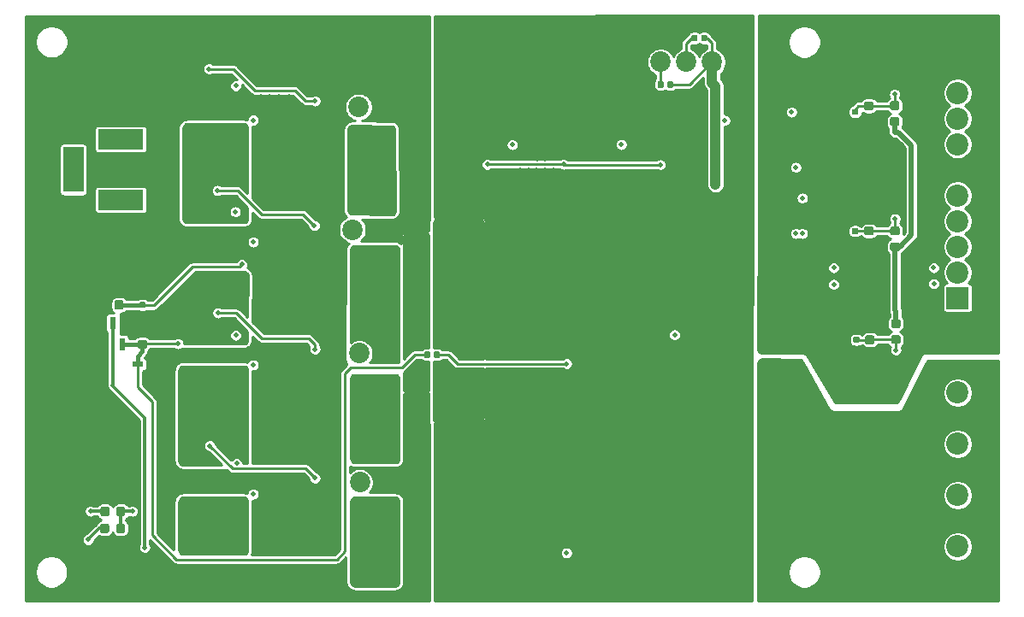
<source format=gbr>
G04 #@! TF.GenerationSoftware,KiCad,Pcbnew,5.1.5-52549c5~84~ubuntu18.04.1*
G04 #@! TF.CreationDate,2019-12-01T16:37:40+01:00*
G04 #@! TF.ProjectId,power_control_ipe_v1,706f7765-725f-4636-9f6e-74726f6c5f69,rev?*
G04 #@! TF.SameCoordinates,Original*
G04 #@! TF.FileFunction,Copper,L4,Bot*
G04 #@! TF.FilePolarity,Positive*
%FSLAX46Y46*%
G04 Gerber Fmt 4.6, Leading zero omitted, Abs format (unit mm)*
G04 Created by KiCad (PCBNEW 5.1.5-52549c5~84~ubuntu18.04.1) date 2019-12-01 16:37:40*
%MOMM*%
%LPD*%
G04 APERTURE LIST*
%ADD10C,2.020000*%
%ADD11C,2.200000*%
%ADD12R,2.200000X2.200000*%
%ADD13C,0.100000*%
%ADD14R,3.302000X1.803400*%
%ADD15R,2.260600X2.489200*%
%ADD16R,1.111200X0.600800*%
%ADD17R,0.600000X1.300000*%
%ADD18R,4.500000X2.000000*%
%ADD19R,2.000000X4.500000*%
%ADD20C,0.500000*%
%ADD21C,0.400000*%
%ADD22C,0.250000*%
%ADD23C,0.300000*%
%ADD24C,0.508000*%
%ADD25C,1.000000*%
%ADD26C,0.254000*%
G04 APERTURE END LIST*
D10*
X190524200Y-149769600D03*
X189799200Y-124744600D03*
X190399200Y-112594600D03*
X190474200Y-136994600D03*
X184974200Y-159044600D03*
X201424200Y-159069600D03*
D11*
X249694200Y-140889600D03*
X249694200Y-143429600D03*
X249694200Y-145969600D03*
X249694200Y-148509600D03*
X249694200Y-151049600D03*
X249694200Y-153589600D03*
X249694200Y-156129600D03*
D12*
X249694200Y-158669600D03*
D11*
X249684200Y-108659600D03*
X249684200Y-111199600D03*
X249684200Y-113739600D03*
X249684200Y-116279600D03*
X249684200Y-118819600D03*
X249684200Y-121359600D03*
X249684200Y-123899600D03*
X249684200Y-126439600D03*
X249684200Y-128979600D03*
D12*
X249684200Y-131519600D03*
G04 #@! TA.AperFunction,SMDPad,CuDef*
D13*
G36*
X227813705Y-150530804D02*
G01*
X227837973Y-150534404D01*
X227861772Y-150540365D01*
X227884871Y-150548630D01*
X227907050Y-150559120D01*
X227928093Y-150571732D01*
X227947799Y-150586347D01*
X227965977Y-150602823D01*
X227982453Y-150621001D01*
X227997068Y-150640707D01*
X228009680Y-150661750D01*
X228020170Y-150683929D01*
X228028435Y-150707028D01*
X228034396Y-150730827D01*
X228037996Y-150755095D01*
X228039200Y-150779599D01*
X228039200Y-153679601D01*
X228037996Y-153704105D01*
X228034396Y-153728373D01*
X228028435Y-153752172D01*
X228020170Y-153775271D01*
X228009680Y-153797450D01*
X227997068Y-153818493D01*
X227982453Y-153838199D01*
X227965977Y-153856377D01*
X227947799Y-153872853D01*
X227928093Y-153887468D01*
X227907050Y-153900080D01*
X227884871Y-153910570D01*
X227861772Y-153918835D01*
X227837973Y-153924796D01*
X227813705Y-153928396D01*
X227789201Y-153929600D01*
X227164199Y-153929600D01*
X227139695Y-153928396D01*
X227115427Y-153924796D01*
X227091628Y-153918835D01*
X227068529Y-153910570D01*
X227046350Y-153900080D01*
X227025307Y-153887468D01*
X227005601Y-153872853D01*
X226987423Y-153856377D01*
X226970947Y-153838199D01*
X226956332Y-153818493D01*
X226943720Y-153797450D01*
X226933230Y-153775271D01*
X226924965Y-153752172D01*
X226919004Y-153728373D01*
X226915404Y-153704105D01*
X226914200Y-153679601D01*
X226914200Y-150779599D01*
X226915404Y-150755095D01*
X226919004Y-150730827D01*
X226924965Y-150707028D01*
X226933230Y-150683929D01*
X226943720Y-150661750D01*
X226956332Y-150640707D01*
X226970947Y-150621001D01*
X226987423Y-150602823D01*
X227005601Y-150586347D01*
X227025307Y-150571732D01*
X227046350Y-150559120D01*
X227068529Y-150548630D01*
X227091628Y-150540365D01*
X227115427Y-150534404D01*
X227139695Y-150530804D01*
X227164199Y-150529600D01*
X227789201Y-150529600D01*
X227813705Y-150530804D01*
G37*
G04 #@! TD.AperFunction*
G04 #@! TA.AperFunction,SMDPad,CuDef*
G36*
X232088705Y-150530804D02*
G01*
X232112973Y-150534404D01*
X232136772Y-150540365D01*
X232159871Y-150548630D01*
X232182050Y-150559120D01*
X232203093Y-150571732D01*
X232222799Y-150586347D01*
X232240977Y-150602823D01*
X232257453Y-150621001D01*
X232272068Y-150640707D01*
X232284680Y-150661750D01*
X232295170Y-150683929D01*
X232303435Y-150707028D01*
X232309396Y-150730827D01*
X232312996Y-150755095D01*
X232314200Y-150779599D01*
X232314200Y-153679601D01*
X232312996Y-153704105D01*
X232309396Y-153728373D01*
X232303435Y-153752172D01*
X232295170Y-153775271D01*
X232284680Y-153797450D01*
X232272068Y-153818493D01*
X232257453Y-153838199D01*
X232240977Y-153856377D01*
X232222799Y-153872853D01*
X232203093Y-153887468D01*
X232182050Y-153900080D01*
X232159871Y-153910570D01*
X232136772Y-153918835D01*
X232112973Y-153924796D01*
X232088705Y-153928396D01*
X232064201Y-153929600D01*
X231439199Y-153929600D01*
X231414695Y-153928396D01*
X231390427Y-153924796D01*
X231366628Y-153918835D01*
X231343529Y-153910570D01*
X231321350Y-153900080D01*
X231300307Y-153887468D01*
X231280601Y-153872853D01*
X231262423Y-153856377D01*
X231245947Y-153838199D01*
X231231332Y-153818493D01*
X231218720Y-153797450D01*
X231208230Y-153775271D01*
X231199965Y-153752172D01*
X231194004Y-153728373D01*
X231190404Y-153704105D01*
X231189200Y-153679601D01*
X231189200Y-150779599D01*
X231190404Y-150755095D01*
X231194004Y-150730827D01*
X231199965Y-150707028D01*
X231208230Y-150683929D01*
X231218720Y-150661750D01*
X231231332Y-150640707D01*
X231245947Y-150621001D01*
X231262423Y-150602823D01*
X231280601Y-150586347D01*
X231300307Y-150571732D01*
X231321350Y-150559120D01*
X231343529Y-150548630D01*
X231366628Y-150540365D01*
X231390427Y-150534404D01*
X231414695Y-150530804D01*
X231439199Y-150529600D01*
X232064201Y-150529600D01*
X232088705Y-150530804D01*
G37*
G04 #@! TD.AperFunction*
G04 #@! TA.AperFunction,SMDPad,CuDef*
G36*
X197351158Y-136820310D02*
G01*
X197365476Y-136822434D01*
X197379517Y-136825951D01*
X197393146Y-136830828D01*
X197406231Y-136837017D01*
X197418647Y-136844458D01*
X197430273Y-136853081D01*
X197440998Y-136862802D01*
X197450719Y-136873527D01*
X197459342Y-136885153D01*
X197466783Y-136897569D01*
X197472972Y-136910654D01*
X197477849Y-136924283D01*
X197481366Y-136938324D01*
X197483490Y-136952642D01*
X197484200Y-136967100D01*
X197484200Y-137312100D01*
X197483490Y-137326558D01*
X197481366Y-137340876D01*
X197477849Y-137354917D01*
X197472972Y-137368546D01*
X197466783Y-137381631D01*
X197459342Y-137394047D01*
X197450719Y-137405673D01*
X197440998Y-137416398D01*
X197430273Y-137426119D01*
X197418647Y-137434742D01*
X197406231Y-137442183D01*
X197393146Y-137448372D01*
X197379517Y-137453249D01*
X197365476Y-137456766D01*
X197351158Y-137458890D01*
X197336700Y-137459600D01*
X197041700Y-137459600D01*
X197027242Y-137458890D01*
X197012924Y-137456766D01*
X196998883Y-137453249D01*
X196985254Y-137448372D01*
X196972169Y-137442183D01*
X196959753Y-137434742D01*
X196948127Y-137426119D01*
X196937402Y-137416398D01*
X196927681Y-137405673D01*
X196919058Y-137394047D01*
X196911617Y-137381631D01*
X196905428Y-137368546D01*
X196900551Y-137354917D01*
X196897034Y-137340876D01*
X196894910Y-137326558D01*
X196894200Y-137312100D01*
X196894200Y-136967100D01*
X196894910Y-136952642D01*
X196897034Y-136938324D01*
X196900551Y-136924283D01*
X196905428Y-136910654D01*
X196911617Y-136897569D01*
X196919058Y-136885153D01*
X196927681Y-136873527D01*
X196937402Y-136862802D01*
X196948127Y-136853081D01*
X196959753Y-136844458D01*
X196972169Y-136837017D01*
X196985254Y-136830828D01*
X196998883Y-136825951D01*
X197012924Y-136822434D01*
X197027242Y-136820310D01*
X197041700Y-136819600D01*
X197336700Y-136819600D01*
X197351158Y-136820310D01*
G37*
G04 #@! TD.AperFunction*
G04 #@! TA.AperFunction,SMDPad,CuDef*
G36*
X198321158Y-136820310D02*
G01*
X198335476Y-136822434D01*
X198349517Y-136825951D01*
X198363146Y-136830828D01*
X198376231Y-136837017D01*
X198388647Y-136844458D01*
X198400273Y-136853081D01*
X198410998Y-136862802D01*
X198420719Y-136873527D01*
X198429342Y-136885153D01*
X198436783Y-136897569D01*
X198442972Y-136910654D01*
X198447849Y-136924283D01*
X198451366Y-136938324D01*
X198453490Y-136952642D01*
X198454200Y-136967100D01*
X198454200Y-137312100D01*
X198453490Y-137326558D01*
X198451366Y-137340876D01*
X198447849Y-137354917D01*
X198442972Y-137368546D01*
X198436783Y-137381631D01*
X198429342Y-137394047D01*
X198420719Y-137405673D01*
X198410998Y-137416398D01*
X198400273Y-137426119D01*
X198388647Y-137434742D01*
X198376231Y-137442183D01*
X198363146Y-137448372D01*
X198349517Y-137453249D01*
X198335476Y-137456766D01*
X198321158Y-137458890D01*
X198306700Y-137459600D01*
X198011700Y-137459600D01*
X197997242Y-137458890D01*
X197982924Y-137456766D01*
X197968883Y-137453249D01*
X197955254Y-137448372D01*
X197942169Y-137442183D01*
X197929753Y-137434742D01*
X197918127Y-137426119D01*
X197907402Y-137416398D01*
X197897681Y-137405673D01*
X197889058Y-137394047D01*
X197881617Y-137381631D01*
X197875428Y-137368546D01*
X197870551Y-137354917D01*
X197867034Y-137340876D01*
X197864910Y-137326558D01*
X197864200Y-137312100D01*
X197864200Y-136967100D01*
X197864910Y-136952642D01*
X197867034Y-136938324D01*
X197870551Y-136924283D01*
X197875428Y-136910654D01*
X197881617Y-136897569D01*
X197889058Y-136885153D01*
X197897681Y-136873527D01*
X197907402Y-136862802D01*
X197918127Y-136853081D01*
X197929753Y-136844458D01*
X197942169Y-136837017D01*
X197955254Y-136830828D01*
X197968883Y-136825951D01*
X197982924Y-136822434D01*
X197997242Y-136820310D01*
X198011700Y-136819600D01*
X198306700Y-136819600D01*
X198321158Y-136820310D01*
G37*
G04 #@! TD.AperFunction*
D14*
X182805100Y-117994600D03*
X177293300Y-117994600D03*
D15*
X186857200Y-117900000D03*
X192191200Y-117900000D03*
X187024200Y-142419600D03*
X192358200Y-142419600D03*
X187024200Y-155216000D03*
X192358200Y-155216000D03*
X187024200Y-130232000D03*
X192358200Y-130232000D03*
D14*
X182816500Y-142444600D03*
X177304700Y-142444600D03*
X182975700Y-130251200D03*
X177463900Y-130251200D03*
X182816500Y-155262200D03*
X177304700Y-155262200D03*
G04 #@! TA.AperFunction,SMDPad,CuDef*
D13*
G36*
X220451158Y-110050310D02*
G01*
X220465476Y-110052434D01*
X220479517Y-110055951D01*
X220493146Y-110060828D01*
X220506231Y-110067017D01*
X220518647Y-110074458D01*
X220530273Y-110083081D01*
X220540998Y-110092802D01*
X220550719Y-110103527D01*
X220559342Y-110115153D01*
X220566783Y-110127569D01*
X220572972Y-110140654D01*
X220577849Y-110154283D01*
X220581366Y-110168324D01*
X220583490Y-110182642D01*
X220584200Y-110197100D01*
X220584200Y-110542100D01*
X220583490Y-110556558D01*
X220581366Y-110570876D01*
X220577849Y-110584917D01*
X220572972Y-110598546D01*
X220566783Y-110611631D01*
X220559342Y-110624047D01*
X220550719Y-110635673D01*
X220540998Y-110646398D01*
X220530273Y-110656119D01*
X220518647Y-110664742D01*
X220506231Y-110672183D01*
X220493146Y-110678372D01*
X220479517Y-110683249D01*
X220465476Y-110686766D01*
X220451158Y-110688890D01*
X220436700Y-110689600D01*
X220141700Y-110689600D01*
X220127242Y-110688890D01*
X220112924Y-110686766D01*
X220098883Y-110683249D01*
X220085254Y-110678372D01*
X220072169Y-110672183D01*
X220059753Y-110664742D01*
X220048127Y-110656119D01*
X220037402Y-110646398D01*
X220027681Y-110635673D01*
X220019058Y-110624047D01*
X220011617Y-110611631D01*
X220005428Y-110598546D01*
X220000551Y-110584917D01*
X219997034Y-110570876D01*
X219994910Y-110556558D01*
X219994200Y-110542100D01*
X219994200Y-110197100D01*
X219994910Y-110182642D01*
X219997034Y-110168324D01*
X220000551Y-110154283D01*
X220005428Y-110140654D01*
X220011617Y-110127569D01*
X220019058Y-110115153D01*
X220027681Y-110103527D01*
X220037402Y-110092802D01*
X220048127Y-110083081D01*
X220059753Y-110074458D01*
X220072169Y-110067017D01*
X220085254Y-110060828D01*
X220098883Y-110055951D01*
X220112924Y-110052434D01*
X220127242Y-110050310D01*
X220141700Y-110049600D01*
X220436700Y-110049600D01*
X220451158Y-110050310D01*
G37*
G04 #@! TD.AperFunction*
G04 #@! TA.AperFunction,SMDPad,CuDef*
G36*
X221421158Y-110050310D02*
G01*
X221435476Y-110052434D01*
X221449517Y-110055951D01*
X221463146Y-110060828D01*
X221476231Y-110067017D01*
X221488647Y-110074458D01*
X221500273Y-110083081D01*
X221510998Y-110092802D01*
X221520719Y-110103527D01*
X221529342Y-110115153D01*
X221536783Y-110127569D01*
X221542972Y-110140654D01*
X221547849Y-110154283D01*
X221551366Y-110168324D01*
X221553490Y-110182642D01*
X221554200Y-110197100D01*
X221554200Y-110542100D01*
X221553490Y-110556558D01*
X221551366Y-110570876D01*
X221547849Y-110584917D01*
X221542972Y-110598546D01*
X221536783Y-110611631D01*
X221529342Y-110624047D01*
X221520719Y-110635673D01*
X221510998Y-110646398D01*
X221500273Y-110656119D01*
X221488647Y-110664742D01*
X221476231Y-110672183D01*
X221463146Y-110678372D01*
X221449517Y-110683249D01*
X221435476Y-110686766D01*
X221421158Y-110688890D01*
X221406700Y-110689600D01*
X221111700Y-110689600D01*
X221097242Y-110688890D01*
X221082924Y-110686766D01*
X221068883Y-110683249D01*
X221055254Y-110678372D01*
X221042169Y-110672183D01*
X221029753Y-110664742D01*
X221018127Y-110656119D01*
X221007402Y-110646398D01*
X220997681Y-110635673D01*
X220989058Y-110624047D01*
X220981617Y-110611631D01*
X220975428Y-110598546D01*
X220970551Y-110584917D01*
X220967034Y-110570876D01*
X220964910Y-110556558D01*
X220964200Y-110542100D01*
X220964200Y-110197100D01*
X220964910Y-110182642D01*
X220967034Y-110168324D01*
X220970551Y-110154283D01*
X220975428Y-110140654D01*
X220981617Y-110127569D01*
X220989058Y-110115153D01*
X220997681Y-110103527D01*
X221007402Y-110092802D01*
X221018127Y-110083081D01*
X221029753Y-110074458D01*
X221042169Y-110067017D01*
X221055254Y-110060828D01*
X221068883Y-110055951D01*
X221082924Y-110052434D01*
X221097242Y-110050310D01*
X221111700Y-110049600D01*
X221406700Y-110049600D01*
X221421158Y-110050310D01*
G37*
G04 #@! TD.AperFunction*
G04 #@! TA.AperFunction,SMDPad,CuDef*
G36*
X224771158Y-105450310D02*
G01*
X224785476Y-105452434D01*
X224799517Y-105455951D01*
X224813146Y-105460828D01*
X224826231Y-105467017D01*
X224838647Y-105474458D01*
X224850273Y-105483081D01*
X224860998Y-105492802D01*
X224870719Y-105503527D01*
X224879342Y-105515153D01*
X224886783Y-105527569D01*
X224892972Y-105540654D01*
X224897849Y-105554283D01*
X224901366Y-105568324D01*
X224903490Y-105582642D01*
X224904200Y-105597100D01*
X224904200Y-105942100D01*
X224903490Y-105956558D01*
X224901366Y-105970876D01*
X224897849Y-105984917D01*
X224892972Y-105998546D01*
X224886783Y-106011631D01*
X224879342Y-106024047D01*
X224870719Y-106035673D01*
X224860998Y-106046398D01*
X224850273Y-106056119D01*
X224838647Y-106064742D01*
X224826231Y-106072183D01*
X224813146Y-106078372D01*
X224799517Y-106083249D01*
X224785476Y-106086766D01*
X224771158Y-106088890D01*
X224756700Y-106089600D01*
X224461700Y-106089600D01*
X224447242Y-106088890D01*
X224432924Y-106086766D01*
X224418883Y-106083249D01*
X224405254Y-106078372D01*
X224392169Y-106072183D01*
X224379753Y-106064742D01*
X224368127Y-106056119D01*
X224357402Y-106046398D01*
X224347681Y-106035673D01*
X224339058Y-106024047D01*
X224331617Y-106011631D01*
X224325428Y-105998546D01*
X224320551Y-105984917D01*
X224317034Y-105970876D01*
X224314910Y-105956558D01*
X224314200Y-105942100D01*
X224314200Y-105597100D01*
X224314910Y-105582642D01*
X224317034Y-105568324D01*
X224320551Y-105554283D01*
X224325428Y-105540654D01*
X224331617Y-105527569D01*
X224339058Y-105515153D01*
X224347681Y-105503527D01*
X224357402Y-105492802D01*
X224368127Y-105483081D01*
X224379753Y-105474458D01*
X224392169Y-105467017D01*
X224405254Y-105460828D01*
X224418883Y-105455951D01*
X224432924Y-105452434D01*
X224447242Y-105450310D01*
X224461700Y-105449600D01*
X224756700Y-105449600D01*
X224771158Y-105450310D01*
G37*
G04 #@! TD.AperFunction*
G04 #@! TA.AperFunction,SMDPad,CuDef*
G36*
X223801158Y-105450310D02*
G01*
X223815476Y-105452434D01*
X223829517Y-105455951D01*
X223843146Y-105460828D01*
X223856231Y-105467017D01*
X223868647Y-105474458D01*
X223880273Y-105483081D01*
X223890998Y-105492802D01*
X223900719Y-105503527D01*
X223909342Y-105515153D01*
X223916783Y-105527569D01*
X223922972Y-105540654D01*
X223927849Y-105554283D01*
X223931366Y-105568324D01*
X223933490Y-105582642D01*
X223934200Y-105597100D01*
X223934200Y-105942100D01*
X223933490Y-105956558D01*
X223931366Y-105970876D01*
X223927849Y-105984917D01*
X223922972Y-105998546D01*
X223916783Y-106011631D01*
X223909342Y-106024047D01*
X223900719Y-106035673D01*
X223890998Y-106046398D01*
X223880273Y-106056119D01*
X223868647Y-106064742D01*
X223856231Y-106072183D01*
X223843146Y-106078372D01*
X223829517Y-106083249D01*
X223815476Y-106086766D01*
X223801158Y-106088890D01*
X223786700Y-106089600D01*
X223491700Y-106089600D01*
X223477242Y-106088890D01*
X223462924Y-106086766D01*
X223448883Y-106083249D01*
X223435254Y-106078372D01*
X223422169Y-106072183D01*
X223409753Y-106064742D01*
X223398127Y-106056119D01*
X223387402Y-106046398D01*
X223377681Y-106035673D01*
X223369058Y-106024047D01*
X223361617Y-106011631D01*
X223355428Y-105998546D01*
X223350551Y-105984917D01*
X223347034Y-105970876D01*
X223344910Y-105956558D01*
X223344200Y-105942100D01*
X223344200Y-105597100D01*
X223344910Y-105582642D01*
X223347034Y-105568324D01*
X223350551Y-105554283D01*
X223355428Y-105540654D01*
X223361617Y-105527569D01*
X223369058Y-105515153D01*
X223377681Y-105503527D01*
X223387402Y-105492802D01*
X223398127Y-105483081D01*
X223409753Y-105474458D01*
X223422169Y-105467017D01*
X223435254Y-105460828D01*
X223448883Y-105455951D01*
X223462924Y-105452434D01*
X223477242Y-105450310D01*
X223491700Y-105449600D01*
X223786700Y-105449600D01*
X223801158Y-105450310D01*
G37*
G04 #@! TD.AperFunction*
G04 #@! TA.AperFunction,SMDPad,CuDef*
G36*
X188023704Y-145660204D02*
G01*
X188047973Y-145663804D01*
X188071771Y-145669765D01*
X188094871Y-145678030D01*
X188117049Y-145688520D01*
X188138093Y-145701133D01*
X188157798Y-145715747D01*
X188175977Y-145732223D01*
X188192453Y-145750402D01*
X188207067Y-145770107D01*
X188219680Y-145791151D01*
X188230170Y-145813329D01*
X188238435Y-145836429D01*
X188244396Y-145860227D01*
X188247996Y-145884496D01*
X188249200Y-145909000D01*
X188249200Y-147159000D01*
X188247996Y-147183504D01*
X188244396Y-147207773D01*
X188238435Y-147231571D01*
X188230170Y-147254671D01*
X188219680Y-147276849D01*
X188207067Y-147297893D01*
X188192453Y-147317598D01*
X188175977Y-147335777D01*
X188157798Y-147352253D01*
X188138093Y-147366867D01*
X188117049Y-147379480D01*
X188094871Y-147389970D01*
X188071771Y-147398235D01*
X188047973Y-147404196D01*
X188023704Y-147407796D01*
X187999200Y-147409000D01*
X187249200Y-147409000D01*
X187224696Y-147407796D01*
X187200427Y-147404196D01*
X187176629Y-147398235D01*
X187153529Y-147389970D01*
X187131351Y-147379480D01*
X187110307Y-147366867D01*
X187090602Y-147352253D01*
X187072423Y-147335777D01*
X187055947Y-147317598D01*
X187041333Y-147297893D01*
X187028720Y-147276849D01*
X187018230Y-147254671D01*
X187009965Y-147231571D01*
X187004004Y-147207773D01*
X187000404Y-147183504D01*
X186999200Y-147159000D01*
X186999200Y-145909000D01*
X187000404Y-145884496D01*
X187004004Y-145860227D01*
X187009965Y-145836429D01*
X187018230Y-145813329D01*
X187028720Y-145791151D01*
X187041333Y-145770107D01*
X187055947Y-145750402D01*
X187072423Y-145732223D01*
X187090602Y-145715747D01*
X187110307Y-145701133D01*
X187131351Y-145688520D01*
X187153529Y-145678030D01*
X187176629Y-145669765D01*
X187200427Y-145663804D01*
X187224696Y-145660204D01*
X187249200Y-145659000D01*
X187999200Y-145659000D01*
X188023704Y-145660204D01*
G37*
G04 #@! TD.AperFunction*
G04 #@! TA.AperFunction,SMDPad,CuDef*
G36*
X190823704Y-145660204D02*
G01*
X190847973Y-145663804D01*
X190871771Y-145669765D01*
X190894871Y-145678030D01*
X190917049Y-145688520D01*
X190938093Y-145701133D01*
X190957798Y-145715747D01*
X190975977Y-145732223D01*
X190992453Y-145750402D01*
X191007067Y-145770107D01*
X191019680Y-145791151D01*
X191030170Y-145813329D01*
X191038435Y-145836429D01*
X191044396Y-145860227D01*
X191047996Y-145884496D01*
X191049200Y-145909000D01*
X191049200Y-147159000D01*
X191047996Y-147183504D01*
X191044396Y-147207773D01*
X191038435Y-147231571D01*
X191030170Y-147254671D01*
X191019680Y-147276849D01*
X191007067Y-147297893D01*
X190992453Y-147317598D01*
X190975977Y-147335777D01*
X190957798Y-147352253D01*
X190938093Y-147366867D01*
X190917049Y-147379480D01*
X190894871Y-147389970D01*
X190871771Y-147398235D01*
X190847973Y-147404196D01*
X190823704Y-147407796D01*
X190799200Y-147409000D01*
X190049200Y-147409000D01*
X190024696Y-147407796D01*
X190000427Y-147404196D01*
X189976629Y-147398235D01*
X189953529Y-147389970D01*
X189931351Y-147379480D01*
X189910307Y-147366867D01*
X189890602Y-147352253D01*
X189872423Y-147335777D01*
X189855947Y-147317598D01*
X189841333Y-147297893D01*
X189828720Y-147276849D01*
X189818230Y-147254671D01*
X189809965Y-147231571D01*
X189804004Y-147207773D01*
X189800404Y-147183504D01*
X189799200Y-147159000D01*
X189799200Y-145909000D01*
X189800404Y-145884496D01*
X189804004Y-145860227D01*
X189809965Y-145836429D01*
X189818230Y-145813329D01*
X189828720Y-145791151D01*
X189841333Y-145770107D01*
X189855947Y-145750402D01*
X189872423Y-145732223D01*
X189890602Y-145715747D01*
X189910307Y-145701133D01*
X189931351Y-145688520D01*
X189953529Y-145678030D01*
X189976629Y-145669765D01*
X190000427Y-145663804D01*
X190024696Y-145660204D01*
X190049200Y-145659000D01*
X190799200Y-145659000D01*
X190823704Y-145660204D01*
G37*
G04 #@! TD.AperFunction*
G04 #@! TA.AperFunction,SMDPad,CuDef*
G36*
X196991842Y-130370774D02*
G01*
X197015503Y-130374284D01*
X197038707Y-130380096D01*
X197061229Y-130388154D01*
X197082853Y-130398382D01*
X197103370Y-130410679D01*
X197122583Y-130424929D01*
X197140307Y-130440993D01*
X197156371Y-130458717D01*
X197170621Y-130477930D01*
X197182918Y-130498447D01*
X197193146Y-130520071D01*
X197201204Y-130542593D01*
X197207016Y-130565797D01*
X197210526Y-130589458D01*
X197211700Y-130613350D01*
X197211700Y-131525850D01*
X197210526Y-131549742D01*
X197207016Y-131573403D01*
X197201204Y-131596607D01*
X197193146Y-131619129D01*
X197182918Y-131640753D01*
X197170621Y-131661270D01*
X197156371Y-131680483D01*
X197140307Y-131698207D01*
X197122583Y-131714271D01*
X197103370Y-131728521D01*
X197082853Y-131740818D01*
X197061229Y-131751046D01*
X197038707Y-131759104D01*
X197015503Y-131764916D01*
X196991842Y-131768426D01*
X196967950Y-131769600D01*
X196480450Y-131769600D01*
X196456558Y-131768426D01*
X196432897Y-131764916D01*
X196409693Y-131759104D01*
X196387171Y-131751046D01*
X196365547Y-131740818D01*
X196345030Y-131728521D01*
X196325817Y-131714271D01*
X196308093Y-131698207D01*
X196292029Y-131680483D01*
X196277779Y-131661270D01*
X196265482Y-131640753D01*
X196255254Y-131619129D01*
X196247196Y-131596607D01*
X196241384Y-131573403D01*
X196237874Y-131549742D01*
X196236700Y-131525850D01*
X196236700Y-130613350D01*
X196237874Y-130589458D01*
X196241384Y-130565797D01*
X196247196Y-130542593D01*
X196255254Y-130520071D01*
X196265482Y-130498447D01*
X196277779Y-130477930D01*
X196292029Y-130458717D01*
X196308093Y-130440993D01*
X196325817Y-130424929D01*
X196345030Y-130410679D01*
X196365547Y-130398382D01*
X196387171Y-130388154D01*
X196409693Y-130380096D01*
X196432897Y-130374284D01*
X196456558Y-130370774D01*
X196480450Y-130369600D01*
X196967950Y-130369600D01*
X196991842Y-130370774D01*
G37*
G04 #@! TD.AperFunction*
G04 #@! TA.AperFunction,SMDPad,CuDef*
G36*
X198866842Y-130370774D02*
G01*
X198890503Y-130374284D01*
X198913707Y-130380096D01*
X198936229Y-130388154D01*
X198957853Y-130398382D01*
X198978370Y-130410679D01*
X198997583Y-130424929D01*
X199015307Y-130440993D01*
X199031371Y-130458717D01*
X199045621Y-130477930D01*
X199057918Y-130498447D01*
X199068146Y-130520071D01*
X199076204Y-130542593D01*
X199082016Y-130565797D01*
X199085526Y-130589458D01*
X199086700Y-130613350D01*
X199086700Y-131525850D01*
X199085526Y-131549742D01*
X199082016Y-131573403D01*
X199076204Y-131596607D01*
X199068146Y-131619129D01*
X199057918Y-131640753D01*
X199045621Y-131661270D01*
X199031371Y-131680483D01*
X199015307Y-131698207D01*
X198997583Y-131714271D01*
X198978370Y-131728521D01*
X198957853Y-131740818D01*
X198936229Y-131751046D01*
X198913707Y-131759104D01*
X198890503Y-131764916D01*
X198866842Y-131768426D01*
X198842950Y-131769600D01*
X198355450Y-131769600D01*
X198331558Y-131768426D01*
X198307897Y-131764916D01*
X198284693Y-131759104D01*
X198262171Y-131751046D01*
X198240547Y-131740818D01*
X198220030Y-131728521D01*
X198200817Y-131714271D01*
X198183093Y-131698207D01*
X198167029Y-131680483D01*
X198152779Y-131661270D01*
X198140482Y-131640753D01*
X198130254Y-131619129D01*
X198122196Y-131596607D01*
X198116384Y-131573403D01*
X198112874Y-131549742D01*
X198111700Y-131525850D01*
X198111700Y-130613350D01*
X198112874Y-130589458D01*
X198116384Y-130565797D01*
X198122196Y-130542593D01*
X198130254Y-130520071D01*
X198140482Y-130498447D01*
X198152779Y-130477930D01*
X198167029Y-130458717D01*
X198183093Y-130440993D01*
X198200817Y-130424929D01*
X198220030Y-130410679D01*
X198240547Y-130398382D01*
X198262171Y-130388154D01*
X198284693Y-130380096D01*
X198307897Y-130374284D01*
X198331558Y-130370774D01*
X198355450Y-130369600D01*
X198842950Y-130369600D01*
X198866842Y-130370774D01*
G37*
G04 #@! TD.AperFunction*
G04 #@! TA.AperFunction,SMDPad,CuDef*
G36*
X165538491Y-152188353D02*
G01*
X165559726Y-152191503D01*
X165580550Y-152196719D01*
X165600762Y-152203951D01*
X165620168Y-152213130D01*
X165638581Y-152224166D01*
X165655824Y-152236954D01*
X165671730Y-152251370D01*
X165686146Y-152267276D01*
X165698934Y-152284519D01*
X165709970Y-152302932D01*
X165719149Y-152322338D01*
X165726381Y-152342550D01*
X165731597Y-152363374D01*
X165734747Y-152384609D01*
X165735800Y-152406050D01*
X165735800Y-152918550D01*
X165734747Y-152939991D01*
X165731597Y-152961226D01*
X165726381Y-152982050D01*
X165719149Y-153002262D01*
X165709970Y-153021668D01*
X165698934Y-153040081D01*
X165686146Y-153057324D01*
X165671730Y-153073230D01*
X165655824Y-153087646D01*
X165638581Y-153100434D01*
X165620168Y-153111470D01*
X165600762Y-153120649D01*
X165580550Y-153127881D01*
X165559726Y-153133097D01*
X165538491Y-153136247D01*
X165517050Y-153137300D01*
X165079550Y-153137300D01*
X165058109Y-153136247D01*
X165036874Y-153133097D01*
X165016050Y-153127881D01*
X164995838Y-153120649D01*
X164976432Y-153111470D01*
X164958019Y-153100434D01*
X164940776Y-153087646D01*
X164924870Y-153073230D01*
X164910454Y-153057324D01*
X164897666Y-153040081D01*
X164886630Y-153021668D01*
X164877451Y-153002262D01*
X164870219Y-152982050D01*
X164865003Y-152961226D01*
X164861853Y-152939991D01*
X164860800Y-152918550D01*
X164860800Y-152406050D01*
X164861853Y-152384609D01*
X164865003Y-152363374D01*
X164870219Y-152342550D01*
X164877451Y-152322338D01*
X164886630Y-152302932D01*
X164897666Y-152284519D01*
X164910454Y-152267276D01*
X164924870Y-152251370D01*
X164940776Y-152236954D01*
X164958019Y-152224166D01*
X164976432Y-152213130D01*
X164995838Y-152203951D01*
X165016050Y-152196719D01*
X165036874Y-152191503D01*
X165058109Y-152188353D01*
X165079550Y-152187300D01*
X165517050Y-152187300D01*
X165538491Y-152188353D01*
G37*
G04 #@! TD.AperFunction*
G04 #@! TA.AperFunction,SMDPad,CuDef*
G36*
X167113491Y-152188353D02*
G01*
X167134726Y-152191503D01*
X167155550Y-152196719D01*
X167175762Y-152203951D01*
X167195168Y-152213130D01*
X167213581Y-152224166D01*
X167230824Y-152236954D01*
X167246730Y-152251370D01*
X167261146Y-152267276D01*
X167273934Y-152284519D01*
X167284970Y-152302932D01*
X167294149Y-152322338D01*
X167301381Y-152342550D01*
X167306597Y-152363374D01*
X167309747Y-152384609D01*
X167310800Y-152406050D01*
X167310800Y-152918550D01*
X167309747Y-152939991D01*
X167306597Y-152961226D01*
X167301381Y-152982050D01*
X167294149Y-153002262D01*
X167284970Y-153021668D01*
X167273934Y-153040081D01*
X167261146Y-153057324D01*
X167246730Y-153073230D01*
X167230824Y-153087646D01*
X167213581Y-153100434D01*
X167195168Y-153111470D01*
X167175762Y-153120649D01*
X167155550Y-153127881D01*
X167134726Y-153133097D01*
X167113491Y-153136247D01*
X167092050Y-153137300D01*
X166654550Y-153137300D01*
X166633109Y-153136247D01*
X166611874Y-153133097D01*
X166591050Y-153127881D01*
X166570838Y-153120649D01*
X166551432Y-153111470D01*
X166533019Y-153100434D01*
X166515776Y-153087646D01*
X166499870Y-153073230D01*
X166485454Y-153057324D01*
X166472666Y-153040081D01*
X166461630Y-153021668D01*
X166452451Y-153002262D01*
X166445219Y-152982050D01*
X166440003Y-152961226D01*
X166436853Y-152939991D01*
X166435800Y-152918550D01*
X166435800Y-152406050D01*
X166436853Y-152384609D01*
X166440003Y-152363374D01*
X166445219Y-152342550D01*
X166452451Y-152322338D01*
X166461630Y-152302932D01*
X166472666Y-152284519D01*
X166485454Y-152267276D01*
X166499870Y-152251370D01*
X166515776Y-152236954D01*
X166533019Y-152224166D01*
X166551432Y-152213130D01*
X166570838Y-152203951D01*
X166591050Y-152196719D01*
X166611874Y-152191503D01*
X166633109Y-152188353D01*
X166654550Y-152187300D01*
X167092050Y-152187300D01*
X167113491Y-152188353D01*
G37*
G04 #@! TD.AperFunction*
G04 #@! TA.AperFunction,SMDPad,CuDef*
G36*
X243851891Y-135190653D02*
G01*
X243873126Y-135193803D01*
X243893950Y-135199019D01*
X243914162Y-135206251D01*
X243933568Y-135215430D01*
X243951981Y-135226466D01*
X243969224Y-135239254D01*
X243985130Y-135253670D01*
X243999546Y-135269576D01*
X244012334Y-135286819D01*
X244023370Y-135305232D01*
X244032549Y-135324638D01*
X244039781Y-135344850D01*
X244044997Y-135365674D01*
X244048147Y-135386909D01*
X244049200Y-135408350D01*
X244049200Y-135845850D01*
X244048147Y-135867291D01*
X244044997Y-135888526D01*
X244039781Y-135909350D01*
X244032549Y-135929562D01*
X244023370Y-135948968D01*
X244012334Y-135967381D01*
X243999546Y-135984624D01*
X243985130Y-136000530D01*
X243969224Y-136014946D01*
X243951981Y-136027734D01*
X243933568Y-136038770D01*
X243914162Y-136047949D01*
X243893950Y-136055181D01*
X243873126Y-136060397D01*
X243851891Y-136063547D01*
X243830450Y-136064600D01*
X243317950Y-136064600D01*
X243296509Y-136063547D01*
X243275274Y-136060397D01*
X243254450Y-136055181D01*
X243234238Y-136047949D01*
X243214832Y-136038770D01*
X243196419Y-136027734D01*
X243179176Y-136014946D01*
X243163270Y-136000530D01*
X243148854Y-135984624D01*
X243136066Y-135967381D01*
X243125030Y-135948968D01*
X243115851Y-135929562D01*
X243108619Y-135909350D01*
X243103403Y-135888526D01*
X243100253Y-135867291D01*
X243099200Y-135845850D01*
X243099200Y-135408350D01*
X243100253Y-135386909D01*
X243103403Y-135365674D01*
X243108619Y-135344850D01*
X243115851Y-135324638D01*
X243125030Y-135305232D01*
X243136066Y-135286819D01*
X243148854Y-135269576D01*
X243163270Y-135253670D01*
X243179176Y-135239254D01*
X243196419Y-135226466D01*
X243214832Y-135215430D01*
X243234238Y-135206251D01*
X243254450Y-135199019D01*
X243275274Y-135193803D01*
X243296509Y-135190653D01*
X243317950Y-135189600D01*
X243830450Y-135189600D01*
X243851891Y-135190653D01*
G37*
G04 #@! TD.AperFunction*
G04 #@! TA.AperFunction,SMDPad,CuDef*
G36*
X243851891Y-133615653D02*
G01*
X243873126Y-133618803D01*
X243893950Y-133624019D01*
X243914162Y-133631251D01*
X243933568Y-133640430D01*
X243951981Y-133651466D01*
X243969224Y-133664254D01*
X243985130Y-133678670D01*
X243999546Y-133694576D01*
X244012334Y-133711819D01*
X244023370Y-133730232D01*
X244032549Y-133749638D01*
X244039781Y-133769850D01*
X244044997Y-133790674D01*
X244048147Y-133811909D01*
X244049200Y-133833350D01*
X244049200Y-134270850D01*
X244048147Y-134292291D01*
X244044997Y-134313526D01*
X244039781Y-134334350D01*
X244032549Y-134354562D01*
X244023370Y-134373968D01*
X244012334Y-134392381D01*
X243999546Y-134409624D01*
X243985130Y-134425530D01*
X243969224Y-134439946D01*
X243951981Y-134452734D01*
X243933568Y-134463770D01*
X243914162Y-134472949D01*
X243893950Y-134480181D01*
X243873126Y-134485397D01*
X243851891Y-134488547D01*
X243830450Y-134489600D01*
X243317950Y-134489600D01*
X243296509Y-134488547D01*
X243275274Y-134485397D01*
X243254450Y-134480181D01*
X243234238Y-134472949D01*
X243214832Y-134463770D01*
X243196419Y-134452734D01*
X243179176Y-134439946D01*
X243163270Y-134425530D01*
X243148854Y-134409624D01*
X243136066Y-134392381D01*
X243125030Y-134373968D01*
X243115851Y-134354562D01*
X243108619Y-134334350D01*
X243103403Y-134313526D01*
X243100253Y-134292291D01*
X243099200Y-134270850D01*
X243099200Y-133833350D01*
X243100253Y-133811909D01*
X243103403Y-133790674D01*
X243108619Y-133769850D01*
X243115851Y-133749638D01*
X243125030Y-133730232D01*
X243136066Y-133711819D01*
X243148854Y-133694576D01*
X243163270Y-133678670D01*
X243179176Y-133664254D01*
X243196419Y-133651466D01*
X243214832Y-133640430D01*
X243234238Y-133631251D01*
X243254450Y-133624019D01*
X243275274Y-133618803D01*
X243296509Y-133615653D01*
X243317950Y-133614600D01*
X243830450Y-133614600D01*
X243851891Y-133615653D01*
G37*
G04 #@! TD.AperFunction*
G04 #@! TA.AperFunction,SMDPad,CuDef*
G36*
X243761891Y-124425653D02*
G01*
X243783126Y-124428803D01*
X243803950Y-124434019D01*
X243824162Y-124441251D01*
X243843568Y-124450430D01*
X243861981Y-124461466D01*
X243879224Y-124474254D01*
X243895130Y-124488670D01*
X243909546Y-124504576D01*
X243922334Y-124521819D01*
X243933370Y-124540232D01*
X243942549Y-124559638D01*
X243949781Y-124579850D01*
X243954997Y-124600674D01*
X243958147Y-124621909D01*
X243959200Y-124643350D01*
X243959200Y-125080850D01*
X243958147Y-125102291D01*
X243954997Y-125123526D01*
X243949781Y-125144350D01*
X243942549Y-125164562D01*
X243933370Y-125183968D01*
X243922334Y-125202381D01*
X243909546Y-125219624D01*
X243895130Y-125235530D01*
X243879224Y-125249946D01*
X243861981Y-125262734D01*
X243843568Y-125273770D01*
X243824162Y-125282949D01*
X243803950Y-125290181D01*
X243783126Y-125295397D01*
X243761891Y-125298547D01*
X243740450Y-125299600D01*
X243227950Y-125299600D01*
X243206509Y-125298547D01*
X243185274Y-125295397D01*
X243164450Y-125290181D01*
X243144238Y-125282949D01*
X243124832Y-125273770D01*
X243106419Y-125262734D01*
X243089176Y-125249946D01*
X243073270Y-125235530D01*
X243058854Y-125219624D01*
X243046066Y-125202381D01*
X243035030Y-125183968D01*
X243025851Y-125164562D01*
X243018619Y-125144350D01*
X243013403Y-125123526D01*
X243010253Y-125102291D01*
X243009200Y-125080850D01*
X243009200Y-124643350D01*
X243010253Y-124621909D01*
X243013403Y-124600674D01*
X243018619Y-124579850D01*
X243025851Y-124559638D01*
X243035030Y-124540232D01*
X243046066Y-124521819D01*
X243058854Y-124504576D01*
X243073270Y-124488670D01*
X243089176Y-124474254D01*
X243106419Y-124461466D01*
X243124832Y-124450430D01*
X243144238Y-124441251D01*
X243164450Y-124434019D01*
X243185274Y-124428803D01*
X243206509Y-124425653D01*
X243227950Y-124424600D01*
X243740450Y-124424600D01*
X243761891Y-124425653D01*
G37*
G04 #@! TD.AperFunction*
G04 #@! TA.AperFunction,SMDPad,CuDef*
G36*
X243761891Y-126000653D02*
G01*
X243783126Y-126003803D01*
X243803950Y-126009019D01*
X243824162Y-126016251D01*
X243843568Y-126025430D01*
X243861981Y-126036466D01*
X243879224Y-126049254D01*
X243895130Y-126063670D01*
X243909546Y-126079576D01*
X243922334Y-126096819D01*
X243933370Y-126115232D01*
X243942549Y-126134638D01*
X243949781Y-126154850D01*
X243954997Y-126175674D01*
X243958147Y-126196909D01*
X243959200Y-126218350D01*
X243959200Y-126655850D01*
X243958147Y-126677291D01*
X243954997Y-126698526D01*
X243949781Y-126719350D01*
X243942549Y-126739562D01*
X243933370Y-126758968D01*
X243922334Y-126777381D01*
X243909546Y-126794624D01*
X243895130Y-126810530D01*
X243879224Y-126824946D01*
X243861981Y-126837734D01*
X243843568Y-126848770D01*
X243824162Y-126857949D01*
X243803950Y-126865181D01*
X243783126Y-126870397D01*
X243761891Y-126873547D01*
X243740450Y-126874600D01*
X243227950Y-126874600D01*
X243206509Y-126873547D01*
X243185274Y-126870397D01*
X243164450Y-126865181D01*
X243144238Y-126857949D01*
X243124832Y-126848770D01*
X243106419Y-126837734D01*
X243089176Y-126824946D01*
X243073270Y-126810530D01*
X243058854Y-126794624D01*
X243046066Y-126777381D01*
X243035030Y-126758968D01*
X243025851Y-126739562D01*
X243018619Y-126719350D01*
X243013403Y-126698526D01*
X243010253Y-126677291D01*
X243009200Y-126655850D01*
X243009200Y-126218350D01*
X243010253Y-126196909D01*
X243013403Y-126175674D01*
X243018619Y-126154850D01*
X243025851Y-126134638D01*
X243035030Y-126115232D01*
X243046066Y-126096819D01*
X243058854Y-126079576D01*
X243073270Y-126063670D01*
X243089176Y-126049254D01*
X243106419Y-126036466D01*
X243124832Y-126025430D01*
X243144238Y-126016251D01*
X243164450Y-126009019D01*
X243185274Y-126003803D01*
X243206509Y-126000653D01*
X243227950Y-125999600D01*
X243740450Y-125999600D01*
X243761891Y-126000653D01*
G37*
G04 #@! TD.AperFunction*
G04 #@! TA.AperFunction,SMDPad,CuDef*
G36*
X243741891Y-112015653D02*
G01*
X243763126Y-112018803D01*
X243783950Y-112024019D01*
X243804162Y-112031251D01*
X243823568Y-112040430D01*
X243841981Y-112051466D01*
X243859224Y-112064254D01*
X243875130Y-112078670D01*
X243889546Y-112094576D01*
X243902334Y-112111819D01*
X243913370Y-112130232D01*
X243922549Y-112149638D01*
X243929781Y-112169850D01*
X243934997Y-112190674D01*
X243938147Y-112211909D01*
X243939200Y-112233350D01*
X243939200Y-112670850D01*
X243938147Y-112692291D01*
X243934997Y-112713526D01*
X243929781Y-112734350D01*
X243922549Y-112754562D01*
X243913370Y-112773968D01*
X243902334Y-112792381D01*
X243889546Y-112809624D01*
X243875130Y-112825530D01*
X243859224Y-112839946D01*
X243841981Y-112852734D01*
X243823568Y-112863770D01*
X243804162Y-112872949D01*
X243783950Y-112880181D01*
X243763126Y-112885397D01*
X243741891Y-112888547D01*
X243720450Y-112889600D01*
X243207950Y-112889600D01*
X243186509Y-112888547D01*
X243165274Y-112885397D01*
X243144450Y-112880181D01*
X243124238Y-112872949D01*
X243104832Y-112863770D01*
X243086419Y-112852734D01*
X243069176Y-112839946D01*
X243053270Y-112825530D01*
X243038854Y-112809624D01*
X243026066Y-112792381D01*
X243015030Y-112773968D01*
X243005851Y-112754562D01*
X242998619Y-112734350D01*
X242993403Y-112713526D01*
X242990253Y-112692291D01*
X242989200Y-112670850D01*
X242989200Y-112233350D01*
X242990253Y-112211909D01*
X242993403Y-112190674D01*
X242998619Y-112169850D01*
X243005851Y-112149638D01*
X243015030Y-112130232D01*
X243026066Y-112111819D01*
X243038854Y-112094576D01*
X243053270Y-112078670D01*
X243069176Y-112064254D01*
X243086419Y-112051466D01*
X243104832Y-112040430D01*
X243124238Y-112031251D01*
X243144450Y-112024019D01*
X243165274Y-112018803D01*
X243186509Y-112015653D01*
X243207950Y-112014600D01*
X243720450Y-112014600D01*
X243741891Y-112015653D01*
G37*
G04 #@! TD.AperFunction*
G04 #@! TA.AperFunction,SMDPad,CuDef*
G36*
X243741891Y-113590653D02*
G01*
X243763126Y-113593803D01*
X243783950Y-113599019D01*
X243804162Y-113606251D01*
X243823568Y-113615430D01*
X243841981Y-113626466D01*
X243859224Y-113639254D01*
X243875130Y-113653670D01*
X243889546Y-113669576D01*
X243902334Y-113686819D01*
X243913370Y-113705232D01*
X243922549Y-113724638D01*
X243929781Y-113744850D01*
X243934997Y-113765674D01*
X243938147Y-113786909D01*
X243939200Y-113808350D01*
X243939200Y-114245850D01*
X243938147Y-114267291D01*
X243934997Y-114288526D01*
X243929781Y-114309350D01*
X243922549Y-114329562D01*
X243913370Y-114348968D01*
X243902334Y-114367381D01*
X243889546Y-114384624D01*
X243875130Y-114400530D01*
X243859224Y-114414946D01*
X243841981Y-114427734D01*
X243823568Y-114438770D01*
X243804162Y-114447949D01*
X243783950Y-114455181D01*
X243763126Y-114460397D01*
X243741891Y-114463547D01*
X243720450Y-114464600D01*
X243207950Y-114464600D01*
X243186509Y-114463547D01*
X243165274Y-114460397D01*
X243144450Y-114455181D01*
X243124238Y-114447949D01*
X243104832Y-114438770D01*
X243086419Y-114427734D01*
X243069176Y-114414946D01*
X243053270Y-114400530D01*
X243038854Y-114384624D01*
X243026066Y-114367381D01*
X243015030Y-114348968D01*
X243005851Y-114329562D01*
X242998619Y-114309350D01*
X242993403Y-114288526D01*
X242990253Y-114267291D01*
X242989200Y-114245850D01*
X242989200Y-113808350D01*
X242990253Y-113786909D01*
X242993403Y-113765674D01*
X242998619Y-113744850D01*
X243005851Y-113724638D01*
X243015030Y-113705232D01*
X243026066Y-113686819D01*
X243038854Y-113669576D01*
X243053270Y-113653670D01*
X243069176Y-113639254D01*
X243086419Y-113626466D01*
X243104832Y-113615430D01*
X243124238Y-113606251D01*
X243144450Y-113599019D01*
X243165274Y-113593803D01*
X243186509Y-113590653D01*
X243207950Y-113589600D01*
X243720450Y-113589600D01*
X243741891Y-113590653D01*
G37*
G04 #@! TD.AperFunction*
G04 #@! TA.AperFunction,SMDPad,CuDef*
G36*
X239731158Y-125570310D02*
G01*
X239745476Y-125572434D01*
X239759517Y-125575951D01*
X239773146Y-125580828D01*
X239786231Y-125587017D01*
X239798647Y-125594458D01*
X239810273Y-125603081D01*
X239820998Y-125612802D01*
X239830719Y-125623527D01*
X239839342Y-125635153D01*
X239846783Y-125647569D01*
X239852972Y-125660654D01*
X239857849Y-125674283D01*
X239861366Y-125688324D01*
X239863490Y-125702642D01*
X239864200Y-125717100D01*
X239864200Y-126012100D01*
X239863490Y-126026558D01*
X239861366Y-126040876D01*
X239857849Y-126054917D01*
X239852972Y-126068546D01*
X239846783Y-126081631D01*
X239839342Y-126094047D01*
X239830719Y-126105673D01*
X239820998Y-126116398D01*
X239810273Y-126126119D01*
X239798647Y-126134742D01*
X239786231Y-126142183D01*
X239773146Y-126148372D01*
X239759517Y-126153249D01*
X239745476Y-126156766D01*
X239731158Y-126158890D01*
X239716700Y-126159600D01*
X239371700Y-126159600D01*
X239357242Y-126158890D01*
X239342924Y-126156766D01*
X239328883Y-126153249D01*
X239315254Y-126148372D01*
X239302169Y-126142183D01*
X239289753Y-126134742D01*
X239278127Y-126126119D01*
X239267402Y-126116398D01*
X239257681Y-126105673D01*
X239249058Y-126094047D01*
X239241617Y-126081631D01*
X239235428Y-126068546D01*
X239230551Y-126054917D01*
X239227034Y-126040876D01*
X239224910Y-126026558D01*
X239224200Y-126012100D01*
X239224200Y-125717100D01*
X239224910Y-125702642D01*
X239227034Y-125688324D01*
X239230551Y-125674283D01*
X239235428Y-125660654D01*
X239241617Y-125647569D01*
X239249058Y-125635153D01*
X239257681Y-125623527D01*
X239267402Y-125612802D01*
X239278127Y-125603081D01*
X239289753Y-125594458D01*
X239302169Y-125587017D01*
X239315254Y-125580828D01*
X239328883Y-125575951D01*
X239342924Y-125572434D01*
X239357242Y-125570310D01*
X239371700Y-125569600D01*
X239716700Y-125569600D01*
X239731158Y-125570310D01*
G37*
G04 #@! TD.AperFunction*
G04 #@! TA.AperFunction,SMDPad,CuDef*
G36*
X239731158Y-124600310D02*
G01*
X239745476Y-124602434D01*
X239759517Y-124605951D01*
X239773146Y-124610828D01*
X239786231Y-124617017D01*
X239798647Y-124624458D01*
X239810273Y-124633081D01*
X239820998Y-124642802D01*
X239830719Y-124653527D01*
X239839342Y-124665153D01*
X239846783Y-124677569D01*
X239852972Y-124690654D01*
X239857849Y-124704283D01*
X239861366Y-124718324D01*
X239863490Y-124732642D01*
X239864200Y-124747100D01*
X239864200Y-125042100D01*
X239863490Y-125056558D01*
X239861366Y-125070876D01*
X239857849Y-125084917D01*
X239852972Y-125098546D01*
X239846783Y-125111631D01*
X239839342Y-125124047D01*
X239830719Y-125135673D01*
X239820998Y-125146398D01*
X239810273Y-125156119D01*
X239798647Y-125164742D01*
X239786231Y-125172183D01*
X239773146Y-125178372D01*
X239759517Y-125183249D01*
X239745476Y-125186766D01*
X239731158Y-125188890D01*
X239716700Y-125189600D01*
X239371700Y-125189600D01*
X239357242Y-125188890D01*
X239342924Y-125186766D01*
X239328883Y-125183249D01*
X239315254Y-125178372D01*
X239302169Y-125172183D01*
X239289753Y-125164742D01*
X239278127Y-125156119D01*
X239267402Y-125146398D01*
X239257681Y-125135673D01*
X239249058Y-125124047D01*
X239241617Y-125111631D01*
X239235428Y-125098546D01*
X239230551Y-125084917D01*
X239227034Y-125070876D01*
X239224910Y-125056558D01*
X239224200Y-125042100D01*
X239224200Y-124747100D01*
X239224910Y-124732642D01*
X239227034Y-124718324D01*
X239230551Y-124704283D01*
X239235428Y-124690654D01*
X239241617Y-124677569D01*
X239249058Y-124665153D01*
X239257681Y-124653527D01*
X239267402Y-124642802D01*
X239278127Y-124633081D01*
X239289753Y-124624458D01*
X239302169Y-124617017D01*
X239315254Y-124610828D01*
X239328883Y-124605951D01*
X239342924Y-124602434D01*
X239357242Y-124600310D01*
X239371700Y-124599600D01*
X239716700Y-124599600D01*
X239731158Y-124600310D01*
G37*
G04 #@! TD.AperFunction*
G04 #@! TA.AperFunction,SMDPad,CuDef*
G36*
X239741158Y-113760310D02*
G01*
X239755476Y-113762434D01*
X239769517Y-113765951D01*
X239783146Y-113770828D01*
X239796231Y-113777017D01*
X239808647Y-113784458D01*
X239820273Y-113793081D01*
X239830998Y-113802802D01*
X239840719Y-113813527D01*
X239849342Y-113825153D01*
X239856783Y-113837569D01*
X239862972Y-113850654D01*
X239867849Y-113864283D01*
X239871366Y-113878324D01*
X239873490Y-113892642D01*
X239874200Y-113907100D01*
X239874200Y-114202100D01*
X239873490Y-114216558D01*
X239871366Y-114230876D01*
X239867849Y-114244917D01*
X239862972Y-114258546D01*
X239856783Y-114271631D01*
X239849342Y-114284047D01*
X239840719Y-114295673D01*
X239830998Y-114306398D01*
X239820273Y-114316119D01*
X239808647Y-114324742D01*
X239796231Y-114332183D01*
X239783146Y-114338372D01*
X239769517Y-114343249D01*
X239755476Y-114346766D01*
X239741158Y-114348890D01*
X239726700Y-114349600D01*
X239381700Y-114349600D01*
X239367242Y-114348890D01*
X239352924Y-114346766D01*
X239338883Y-114343249D01*
X239325254Y-114338372D01*
X239312169Y-114332183D01*
X239299753Y-114324742D01*
X239288127Y-114316119D01*
X239277402Y-114306398D01*
X239267681Y-114295673D01*
X239259058Y-114284047D01*
X239251617Y-114271631D01*
X239245428Y-114258546D01*
X239240551Y-114244917D01*
X239237034Y-114230876D01*
X239234910Y-114216558D01*
X239234200Y-114202100D01*
X239234200Y-113907100D01*
X239234910Y-113892642D01*
X239237034Y-113878324D01*
X239240551Y-113864283D01*
X239245428Y-113850654D01*
X239251617Y-113837569D01*
X239259058Y-113825153D01*
X239267681Y-113813527D01*
X239277402Y-113802802D01*
X239288127Y-113793081D01*
X239299753Y-113784458D01*
X239312169Y-113777017D01*
X239325254Y-113770828D01*
X239338883Y-113765951D01*
X239352924Y-113762434D01*
X239367242Y-113760310D01*
X239381700Y-113759600D01*
X239726700Y-113759600D01*
X239741158Y-113760310D01*
G37*
G04 #@! TD.AperFunction*
G04 #@! TA.AperFunction,SMDPad,CuDef*
G36*
X239741158Y-112790310D02*
G01*
X239755476Y-112792434D01*
X239769517Y-112795951D01*
X239783146Y-112800828D01*
X239796231Y-112807017D01*
X239808647Y-112814458D01*
X239820273Y-112823081D01*
X239830998Y-112832802D01*
X239840719Y-112843527D01*
X239849342Y-112855153D01*
X239856783Y-112867569D01*
X239862972Y-112880654D01*
X239867849Y-112894283D01*
X239871366Y-112908324D01*
X239873490Y-112922642D01*
X239874200Y-112937100D01*
X239874200Y-113232100D01*
X239873490Y-113246558D01*
X239871366Y-113260876D01*
X239867849Y-113274917D01*
X239862972Y-113288546D01*
X239856783Y-113301631D01*
X239849342Y-113314047D01*
X239840719Y-113325673D01*
X239830998Y-113336398D01*
X239820273Y-113346119D01*
X239808647Y-113354742D01*
X239796231Y-113362183D01*
X239783146Y-113368372D01*
X239769517Y-113373249D01*
X239755476Y-113376766D01*
X239741158Y-113378890D01*
X239726700Y-113379600D01*
X239381700Y-113379600D01*
X239367242Y-113378890D01*
X239352924Y-113376766D01*
X239338883Y-113373249D01*
X239325254Y-113368372D01*
X239312169Y-113362183D01*
X239299753Y-113354742D01*
X239288127Y-113346119D01*
X239277402Y-113336398D01*
X239267681Y-113325673D01*
X239259058Y-113314047D01*
X239251617Y-113301631D01*
X239245428Y-113288546D01*
X239240551Y-113274917D01*
X239237034Y-113260876D01*
X239234910Y-113246558D01*
X239234200Y-113232100D01*
X239234200Y-112937100D01*
X239234910Y-112922642D01*
X239237034Y-112908324D01*
X239240551Y-112894283D01*
X239245428Y-112880654D01*
X239251617Y-112867569D01*
X239259058Y-112855153D01*
X239267681Y-112843527D01*
X239277402Y-112832802D01*
X239288127Y-112823081D01*
X239299753Y-112814458D01*
X239312169Y-112807017D01*
X239325254Y-112800828D01*
X239338883Y-112795951D01*
X239352924Y-112792434D01*
X239367242Y-112790310D01*
X239381700Y-112789600D01*
X239726700Y-112789600D01*
X239741158Y-112790310D01*
G37*
G04 #@! TD.AperFunction*
G04 #@! TA.AperFunction,SMDPad,CuDef*
G36*
X241178891Y-112040353D02*
G01*
X241200126Y-112043503D01*
X241220950Y-112048719D01*
X241241162Y-112055951D01*
X241260568Y-112065130D01*
X241278981Y-112076166D01*
X241296224Y-112088954D01*
X241312130Y-112103370D01*
X241326546Y-112119276D01*
X241339334Y-112136519D01*
X241350370Y-112154932D01*
X241359549Y-112174338D01*
X241366781Y-112194550D01*
X241371997Y-112215374D01*
X241375147Y-112236609D01*
X241376200Y-112258050D01*
X241376200Y-112695550D01*
X241375147Y-112716991D01*
X241371997Y-112738226D01*
X241366781Y-112759050D01*
X241359549Y-112779262D01*
X241350370Y-112798668D01*
X241339334Y-112817081D01*
X241326546Y-112834324D01*
X241312130Y-112850230D01*
X241296224Y-112864646D01*
X241278981Y-112877434D01*
X241260568Y-112888470D01*
X241241162Y-112897649D01*
X241220950Y-112904881D01*
X241200126Y-112910097D01*
X241178891Y-112913247D01*
X241157450Y-112914300D01*
X240644950Y-112914300D01*
X240623509Y-112913247D01*
X240602274Y-112910097D01*
X240581450Y-112904881D01*
X240561238Y-112897649D01*
X240541832Y-112888470D01*
X240523419Y-112877434D01*
X240506176Y-112864646D01*
X240490270Y-112850230D01*
X240475854Y-112834324D01*
X240463066Y-112817081D01*
X240452030Y-112798668D01*
X240442851Y-112779262D01*
X240435619Y-112759050D01*
X240430403Y-112738226D01*
X240427253Y-112716991D01*
X240426200Y-112695550D01*
X240426200Y-112258050D01*
X240427253Y-112236609D01*
X240430403Y-112215374D01*
X240435619Y-112194550D01*
X240442851Y-112174338D01*
X240452030Y-112154932D01*
X240463066Y-112136519D01*
X240475854Y-112119276D01*
X240490270Y-112103370D01*
X240506176Y-112088954D01*
X240523419Y-112076166D01*
X240541832Y-112065130D01*
X240561238Y-112055951D01*
X240581450Y-112048719D01*
X240602274Y-112043503D01*
X240623509Y-112040353D01*
X240644950Y-112039300D01*
X241157450Y-112039300D01*
X241178891Y-112040353D01*
G37*
G04 #@! TD.AperFunction*
G04 #@! TA.AperFunction,SMDPad,CuDef*
G36*
X241178891Y-113615353D02*
G01*
X241200126Y-113618503D01*
X241220950Y-113623719D01*
X241241162Y-113630951D01*
X241260568Y-113640130D01*
X241278981Y-113651166D01*
X241296224Y-113663954D01*
X241312130Y-113678370D01*
X241326546Y-113694276D01*
X241339334Y-113711519D01*
X241350370Y-113729932D01*
X241359549Y-113749338D01*
X241366781Y-113769550D01*
X241371997Y-113790374D01*
X241375147Y-113811609D01*
X241376200Y-113833050D01*
X241376200Y-114270550D01*
X241375147Y-114291991D01*
X241371997Y-114313226D01*
X241366781Y-114334050D01*
X241359549Y-114354262D01*
X241350370Y-114373668D01*
X241339334Y-114392081D01*
X241326546Y-114409324D01*
X241312130Y-114425230D01*
X241296224Y-114439646D01*
X241278981Y-114452434D01*
X241260568Y-114463470D01*
X241241162Y-114472649D01*
X241220950Y-114479881D01*
X241200126Y-114485097D01*
X241178891Y-114488247D01*
X241157450Y-114489300D01*
X240644950Y-114489300D01*
X240623509Y-114488247D01*
X240602274Y-114485097D01*
X240581450Y-114479881D01*
X240561238Y-114472649D01*
X240541832Y-114463470D01*
X240523419Y-114452434D01*
X240506176Y-114439646D01*
X240490270Y-114425230D01*
X240475854Y-114409324D01*
X240463066Y-114392081D01*
X240452030Y-114373668D01*
X240442851Y-114354262D01*
X240435619Y-114334050D01*
X240430403Y-114313226D01*
X240427253Y-114291991D01*
X240426200Y-114270550D01*
X240426200Y-113833050D01*
X240427253Y-113811609D01*
X240430403Y-113790374D01*
X240435619Y-113769550D01*
X240442851Y-113749338D01*
X240452030Y-113729932D01*
X240463066Y-113711519D01*
X240475854Y-113694276D01*
X240490270Y-113678370D01*
X240506176Y-113663954D01*
X240523419Y-113651166D01*
X240541832Y-113640130D01*
X240561238Y-113630951D01*
X240581450Y-113623719D01*
X240602274Y-113618503D01*
X240623509Y-113615353D01*
X240644950Y-113614300D01*
X241157450Y-113614300D01*
X241178891Y-113615353D01*
G37*
G04 #@! TD.AperFunction*
G04 #@! TA.AperFunction,SMDPad,CuDef*
G36*
X241177291Y-124435653D02*
G01*
X241198526Y-124438803D01*
X241219350Y-124444019D01*
X241239562Y-124451251D01*
X241258968Y-124460430D01*
X241277381Y-124471466D01*
X241294624Y-124484254D01*
X241310530Y-124498670D01*
X241324946Y-124514576D01*
X241337734Y-124531819D01*
X241348770Y-124550232D01*
X241357949Y-124569638D01*
X241365181Y-124589850D01*
X241370397Y-124610674D01*
X241373547Y-124631909D01*
X241374600Y-124653350D01*
X241374600Y-125090850D01*
X241373547Y-125112291D01*
X241370397Y-125133526D01*
X241365181Y-125154350D01*
X241357949Y-125174562D01*
X241348770Y-125193968D01*
X241337734Y-125212381D01*
X241324946Y-125229624D01*
X241310530Y-125245530D01*
X241294624Y-125259946D01*
X241277381Y-125272734D01*
X241258968Y-125283770D01*
X241239562Y-125292949D01*
X241219350Y-125300181D01*
X241198526Y-125305397D01*
X241177291Y-125308547D01*
X241155850Y-125309600D01*
X240643350Y-125309600D01*
X240621909Y-125308547D01*
X240600674Y-125305397D01*
X240579850Y-125300181D01*
X240559638Y-125292949D01*
X240540232Y-125283770D01*
X240521819Y-125272734D01*
X240504576Y-125259946D01*
X240488670Y-125245530D01*
X240474254Y-125229624D01*
X240461466Y-125212381D01*
X240450430Y-125193968D01*
X240441251Y-125174562D01*
X240434019Y-125154350D01*
X240428803Y-125133526D01*
X240425653Y-125112291D01*
X240424600Y-125090850D01*
X240424600Y-124653350D01*
X240425653Y-124631909D01*
X240428803Y-124610674D01*
X240434019Y-124589850D01*
X240441251Y-124569638D01*
X240450430Y-124550232D01*
X240461466Y-124531819D01*
X240474254Y-124514576D01*
X240488670Y-124498670D01*
X240504576Y-124484254D01*
X240521819Y-124471466D01*
X240540232Y-124460430D01*
X240559638Y-124451251D01*
X240579850Y-124444019D01*
X240600674Y-124438803D01*
X240621909Y-124435653D01*
X240643350Y-124434600D01*
X241155850Y-124434600D01*
X241177291Y-124435653D01*
G37*
G04 #@! TD.AperFunction*
G04 #@! TA.AperFunction,SMDPad,CuDef*
G36*
X241177291Y-126010653D02*
G01*
X241198526Y-126013803D01*
X241219350Y-126019019D01*
X241239562Y-126026251D01*
X241258968Y-126035430D01*
X241277381Y-126046466D01*
X241294624Y-126059254D01*
X241310530Y-126073670D01*
X241324946Y-126089576D01*
X241337734Y-126106819D01*
X241348770Y-126125232D01*
X241357949Y-126144638D01*
X241365181Y-126164850D01*
X241370397Y-126185674D01*
X241373547Y-126206909D01*
X241374600Y-126228350D01*
X241374600Y-126665850D01*
X241373547Y-126687291D01*
X241370397Y-126708526D01*
X241365181Y-126729350D01*
X241357949Y-126749562D01*
X241348770Y-126768968D01*
X241337734Y-126787381D01*
X241324946Y-126804624D01*
X241310530Y-126820530D01*
X241294624Y-126834946D01*
X241277381Y-126847734D01*
X241258968Y-126858770D01*
X241239562Y-126867949D01*
X241219350Y-126875181D01*
X241198526Y-126880397D01*
X241177291Y-126883547D01*
X241155850Y-126884600D01*
X240643350Y-126884600D01*
X240621909Y-126883547D01*
X240600674Y-126880397D01*
X240579850Y-126875181D01*
X240559638Y-126867949D01*
X240540232Y-126858770D01*
X240521819Y-126847734D01*
X240504576Y-126834946D01*
X240488670Y-126820530D01*
X240474254Y-126804624D01*
X240461466Y-126787381D01*
X240450430Y-126768968D01*
X240441251Y-126749562D01*
X240434019Y-126729350D01*
X240428803Y-126708526D01*
X240425653Y-126687291D01*
X240424600Y-126665850D01*
X240424600Y-126228350D01*
X240425653Y-126206909D01*
X240428803Y-126185674D01*
X240434019Y-126164850D01*
X240441251Y-126144638D01*
X240450430Y-126125232D01*
X240461466Y-126106819D01*
X240474254Y-126089576D01*
X240488670Y-126073670D01*
X240504576Y-126059254D01*
X240521819Y-126046466D01*
X240540232Y-126035430D01*
X240559638Y-126026251D01*
X240579850Y-126019019D01*
X240600674Y-126013803D01*
X240621909Y-126010653D01*
X240643350Y-126009600D01*
X241155850Y-126009600D01*
X241177291Y-126010653D01*
G37*
G04 #@! TD.AperFunction*
G04 #@! TA.AperFunction,SMDPad,CuDef*
G36*
X239851158Y-134390310D02*
G01*
X239865476Y-134392434D01*
X239879517Y-134395951D01*
X239893146Y-134400828D01*
X239906231Y-134407017D01*
X239918647Y-134414458D01*
X239930273Y-134423081D01*
X239940998Y-134432802D01*
X239950719Y-134443527D01*
X239959342Y-134455153D01*
X239966783Y-134467569D01*
X239972972Y-134480654D01*
X239977849Y-134494283D01*
X239981366Y-134508324D01*
X239983490Y-134522642D01*
X239984200Y-134537100D01*
X239984200Y-134832100D01*
X239983490Y-134846558D01*
X239981366Y-134860876D01*
X239977849Y-134874917D01*
X239972972Y-134888546D01*
X239966783Y-134901631D01*
X239959342Y-134914047D01*
X239950719Y-134925673D01*
X239940998Y-134936398D01*
X239930273Y-134946119D01*
X239918647Y-134954742D01*
X239906231Y-134962183D01*
X239893146Y-134968372D01*
X239879517Y-134973249D01*
X239865476Y-134976766D01*
X239851158Y-134978890D01*
X239836700Y-134979600D01*
X239491700Y-134979600D01*
X239477242Y-134978890D01*
X239462924Y-134976766D01*
X239448883Y-134973249D01*
X239435254Y-134968372D01*
X239422169Y-134962183D01*
X239409753Y-134954742D01*
X239398127Y-134946119D01*
X239387402Y-134936398D01*
X239377681Y-134925673D01*
X239369058Y-134914047D01*
X239361617Y-134901631D01*
X239355428Y-134888546D01*
X239350551Y-134874917D01*
X239347034Y-134860876D01*
X239344910Y-134846558D01*
X239344200Y-134832100D01*
X239344200Y-134537100D01*
X239344910Y-134522642D01*
X239347034Y-134508324D01*
X239350551Y-134494283D01*
X239355428Y-134480654D01*
X239361617Y-134467569D01*
X239369058Y-134455153D01*
X239377681Y-134443527D01*
X239387402Y-134432802D01*
X239398127Y-134423081D01*
X239409753Y-134414458D01*
X239422169Y-134407017D01*
X239435254Y-134400828D01*
X239448883Y-134395951D01*
X239462924Y-134392434D01*
X239477242Y-134390310D01*
X239491700Y-134389600D01*
X239836700Y-134389600D01*
X239851158Y-134390310D01*
G37*
G04 #@! TD.AperFunction*
G04 #@! TA.AperFunction,SMDPad,CuDef*
G36*
X239851158Y-135360310D02*
G01*
X239865476Y-135362434D01*
X239879517Y-135365951D01*
X239893146Y-135370828D01*
X239906231Y-135377017D01*
X239918647Y-135384458D01*
X239930273Y-135393081D01*
X239940998Y-135402802D01*
X239950719Y-135413527D01*
X239959342Y-135425153D01*
X239966783Y-135437569D01*
X239972972Y-135450654D01*
X239977849Y-135464283D01*
X239981366Y-135478324D01*
X239983490Y-135492642D01*
X239984200Y-135507100D01*
X239984200Y-135802100D01*
X239983490Y-135816558D01*
X239981366Y-135830876D01*
X239977849Y-135844917D01*
X239972972Y-135858546D01*
X239966783Y-135871631D01*
X239959342Y-135884047D01*
X239950719Y-135895673D01*
X239940998Y-135906398D01*
X239930273Y-135916119D01*
X239918647Y-135924742D01*
X239906231Y-135932183D01*
X239893146Y-135938372D01*
X239879517Y-135943249D01*
X239865476Y-135946766D01*
X239851158Y-135948890D01*
X239836700Y-135949600D01*
X239491700Y-135949600D01*
X239477242Y-135948890D01*
X239462924Y-135946766D01*
X239448883Y-135943249D01*
X239435254Y-135938372D01*
X239422169Y-135932183D01*
X239409753Y-135924742D01*
X239398127Y-135916119D01*
X239387402Y-135906398D01*
X239377681Y-135895673D01*
X239369058Y-135884047D01*
X239361617Y-135871631D01*
X239355428Y-135858546D01*
X239350551Y-135844917D01*
X239347034Y-135830876D01*
X239344910Y-135816558D01*
X239344200Y-135802100D01*
X239344200Y-135507100D01*
X239344910Y-135492642D01*
X239347034Y-135478324D01*
X239350551Y-135464283D01*
X239355428Y-135450654D01*
X239361617Y-135437569D01*
X239369058Y-135425153D01*
X239377681Y-135413527D01*
X239387402Y-135402802D01*
X239398127Y-135393081D01*
X239409753Y-135384458D01*
X239422169Y-135377017D01*
X239435254Y-135370828D01*
X239448883Y-135365951D01*
X239462924Y-135362434D01*
X239477242Y-135360310D01*
X239491700Y-135359600D01*
X239836700Y-135359600D01*
X239851158Y-135360310D01*
G37*
G04 #@! TD.AperFunction*
G04 #@! TA.AperFunction,SMDPad,CuDef*
G36*
X241271891Y-135220653D02*
G01*
X241293126Y-135223803D01*
X241313950Y-135229019D01*
X241334162Y-135236251D01*
X241353568Y-135245430D01*
X241371981Y-135256466D01*
X241389224Y-135269254D01*
X241405130Y-135283670D01*
X241419546Y-135299576D01*
X241432334Y-135316819D01*
X241443370Y-135335232D01*
X241452549Y-135354638D01*
X241459781Y-135374850D01*
X241464997Y-135395674D01*
X241468147Y-135416909D01*
X241469200Y-135438350D01*
X241469200Y-135875850D01*
X241468147Y-135897291D01*
X241464997Y-135918526D01*
X241459781Y-135939350D01*
X241452549Y-135959562D01*
X241443370Y-135978968D01*
X241432334Y-135997381D01*
X241419546Y-136014624D01*
X241405130Y-136030530D01*
X241389224Y-136044946D01*
X241371981Y-136057734D01*
X241353568Y-136068770D01*
X241334162Y-136077949D01*
X241313950Y-136085181D01*
X241293126Y-136090397D01*
X241271891Y-136093547D01*
X241250450Y-136094600D01*
X240737950Y-136094600D01*
X240716509Y-136093547D01*
X240695274Y-136090397D01*
X240674450Y-136085181D01*
X240654238Y-136077949D01*
X240634832Y-136068770D01*
X240616419Y-136057734D01*
X240599176Y-136044946D01*
X240583270Y-136030530D01*
X240568854Y-136014624D01*
X240556066Y-135997381D01*
X240545030Y-135978968D01*
X240535851Y-135959562D01*
X240528619Y-135939350D01*
X240523403Y-135918526D01*
X240520253Y-135897291D01*
X240519200Y-135875850D01*
X240519200Y-135438350D01*
X240520253Y-135416909D01*
X240523403Y-135395674D01*
X240528619Y-135374850D01*
X240535851Y-135354638D01*
X240545030Y-135335232D01*
X240556066Y-135316819D01*
X240568854Y-135299576D01*
X240583270Y-135283670D01*
X240599176Y-135269254D01*
X240616419Y-135256466D01*
X240634832Y-135245430D01*
X240654238Y-135236251D01*
X240674450Y-135229019D01*
X240695274Y-135223803D01*
X240716509Y-135220653D01*
X240737950Y-135219600D01*
X241250450Y-135219600D01*
X241271891Y-135220653D01*
G37*
G04 #@! TD.AperFunction*
G04 #@! TA.AperFunction,SMDPad,CuDef*
G36*
X241271891Y-133645653D02*
G01*
X241293126Y-133648803D01*
X241313950Y-133654019D01*
X241334162Y-133661251D01*
X241353568Y-133670430D01*
X241371981Y-133681466D01*
X241389224Y-133694254D01*
X241405130Y-133708670D01*
X241419546Y-133724576D01*
X241432334Y-133741819D01*
X241443370Y-133760232D01*
X241452549Y-133779638D01*
X241459781Y-133799850D01*
X241464997Y-133820674D01*
X241468147Y-133841909D01*
X241469200Y-133863350D01*
X241469200Y-134300850D01*
X241468147Y-134322291D01*
X241464997Y-134343526D01*
X241459781Y-134364350D01*
X241452549Y-134384562D01*
X241443370Y-134403968D01*
X241432334Y-134422381D01*
X241419546Y-134439624D01*
X241405130Y-134455530D01*
X241389224Y-134469946D01*
X241371981Y-134482734D01*
X241353568Y-134493770D01*
X241334162Y-134502949D01*
X241313950Y-134510181D01*
X241293126Y-134515397D01*
X241271891Y-134518547D01*
X241250450Y-134519600D01*
X240737950Y-134519600D01*
X240716509Y-134518547D01*
X240695274Y-134515397D01*
X240674450Y-134510181D01*
X240654238Y-134502949D01*
X240634832Y-134493770D01*
X240616419Y-134482734D01*
X240599176Y-134469946D01*
X240583270Y-134455530D01*
X240568854Y-134439624D01*
X240556066Y-134422381D01*
X240545030Y-134403968D01*
X240535851Y-134384562D01*
X240528619Y-134364350D01*
X240523403Y-134343526D01*
X240520253Y-134322291D01*
X240519200Y-134300850D01*
X240519200Y-133863350D01*
X240520253Y-133841909D01*
X240523403Y-133820674D01*
X240528619Y-133799850D01*
X240535851Y-133779638D01*
X240545030Y-133760232D01*
X240556066Y-133741819D01*
X240568854Y-133724576D01*
X240583270Y-133708670D01*
X240599176Y-133694254D01*
X240616419Y-133681466D01*
X240634832Y-133670430D01*
X240654238Y-133661251D01*
X240674450Y-133654019D01*
X240695274Y-133648803D01*
X240716509Y-133645653D01*
X240737950Y-133644600D01*
X241250450Y-133644600D01*
X241271891Y-133645653D01*
G37*
G04 #@! TD.AperFunction*
D16*
X165075000Y-138100000D03*
X168525000Y-138100000D03*
D10*
X220294200Y-108119600D03*
X222834200Y-108119600D03*
X225374200Y-108119600D03*
X227914200Y-108119600D03*
D17*
X167000000Y-136100000D03*
X165100000Y-136100000D03*
X166050000Y-134000000D03*
G04 #@! TA.AperFunction,SMDPad,CuDef*
D13*
G36*
X169186958Y-131920710D02*
G01*
X169201276Y-131922834D01*
X169215317Y-131926351D01*
X169228946Y-131931228D01*
X169242031Y-131937417D01*
X169254447Y-131944858D01*
X169266073Y-131953481D01*
X169276798Y-131963202D01*
X169286519Y-131973927D01*
X169295142Y-131985553D01*
X169302583Y-131997969D01*
X169308772Y-132011054D01*
X169313649Y-132024683D01*
X169317166Y-132038724D01*
X169319290Y-132053042D01*
X169320000Y-132067500D01*
X169320000Y-132362500D01*
X169319290Y-132376958D01*
X169317166Y-132391276D01*
X169313649Y-132405317D01*
X169308772Y-132418946D01*
X169302583Y-132432031D01*
X169295142Y-132444447D01*
X169286519Y-132456073D01*
X169276798Y-132466798D01*
X169266073Y-132476519D01*
X169254447Y-132485142D01*
X169242031Y-132492583D01*
X169228946Y-132498772D01*
X169215317Y-132503649D01*
X169201276Y-132507166D01*
X169186958Y-132509290D01*
X169172500Y-132510000D01*
X168827500Y-132510000D01*
X168813042Y-132509290D01*
X168798724Y-132507166D01*
X168784683Y-132503649D01*
X168771054Y-132498772D01*
X168757969Y-132492583D01*
X168745553Y-132485142D01*
X168733927Y-132476519D01*
X168723202Y-132466798D01*
X168713481Y-132456073D01*
X168704858Y-132444447D01*
X168697417Y-132432031D01*
X168691228Y-132418946D01*
X168686351Y-132405317D01*
X168682834Y-132391276D01*
X168680710Y-132376958D01*
X168680000Y-132362500D01*
X168680000Y-132067500D01*
X168680710Y-132053042D01*
X168682834Y-132038724D01*
X168686351Y-132024683D01*
X168691228Y-132011054D01*
X168697417Y-131997969D01*
X168704858Y-131985553D01*
X168713481Y-131973927D01*
X168723202Y-131963202D01*
X168733927Y-131953481D01*
X168745553Y-131944858D01*
X168757969Y-131937417D01*
X168771054Y-131931228D01*
X168784683Y-131926351D01*
X168798724Y-131922834D01*
X168813042Y-131920710D01*
X168827500Y-131920000D01*
X169172500Y-131920000D01*
X169186958Y-131920710D01*
G37*
G04 #@! TD.AperFunction*
G04 #@! TA.AperFunction,SMDPad,CuDef*
G36*
X169186958Y-132890710D02*
G01*
X169201276Y-132892834D01*
X169215317Y-132896351D01*
X169228946Y-132901228D01*
X169242031Y-132907417D01*
X169254447Y-132914858D01*
X169266073Y-132923481D01*
X169276798Y-132933202D01*
X169286519Y-132943927D01*
X169295142Y-132955553D01*
X169302583Y-132967969D01*
X169308772Y-132981054D01*
X169313649Y-132994683D01*
X169317166Y-133008724D01*
X169319290Y-133023042D01*
X169320000Y-133037500D01*
X169320000Y-133332500D01*
X169319290Y-133346958D01*
X169317166Y-133361276D01*
X169313649Y-133375317D01*
X169308772Y-133388946D01*
X169302583Y-133402031D01*
X169295142Y-133414447D01*
X169286519Y-133426073D01*
X169276798Y-133436798D01*
X169266073Y-133446519D01*
X169254447Y-133455142D01*
X169242031Y-133462583D01*
X169228946Y-133468772D01*
X169215317Y-133473649D01*
X169201276Y-133477166D01*
X169186958Y-133479290D01*
X169172500Y-133480000D01*
X168827500Y-133480000D01*
X168813042Y-133479290D01*
X168798724Y-133477166D01*
X168784683Y-133473649D01*
X168771054Y-133468772D01*
X168757969Y-133462583D01*
X168745553Y-133455142D01*
X168733927Y-133446519D01*
X168723202Y-133436798D01*
X168713481Y-133426073D01*
X168704858Y-133414447D01*
X168697417Y-133402031D01*
X168691228Y-133388946D01*
X168686351Y-133375317D01*
X168682834Y-133361276D01*
X168680710Y-133346958D01*
X168680000Y-133332500D01*
X168680000Y-133037500D01*
X168680710Y-133023042D01*
X168682834Y-133008724D01*
X168686351Y-132994683D01*
X168691228Y-132981054D01*
X168697417Y-132967969D01*
X168704858Y-132955553D01*
X168713481Y-132943927D01*
X168723202Y-132933202D01*
X168733927Y-132923481D01*
X168745553Y-132914858D01*
X168757969Y-132907417D01*
X168771054Y-132901228D01*
X168784683Y-132896351D01*
X168798724Y-132892834D01*
X168813042Y-132890710D01*
X168827500Y-132890000D01*
X169172500Y-132890000D01*
X169186958Y-132890710D01*
G37*
G04 #@! TD.AperFunction*
G04 #@! TA.AperFunction,SMDPad,CuDef*
G36*
X165352691Y-131726053D02*
G01*
X165373926Y-131729203D01*
X165394750Y-131734419D01*
X165414962Y-131741651D01*
X165434368Y-131750830D01*
X165452781Y-131761866D01*
X165470024Y-131774654D01*
X165485930Y-131789070D01*
X165500346Y-131804976D01*
X165513134Y-131822219D01*
X165524170Y-131840632D01*
X165533349Y-131860038D01*
X165540581Y-131880250D01*
X165545797Y-131901074D01*
X165548947Y-131922309D01*
X165550000Y-131943750D01*
X165550000Y-132456250D01*
X165548947Y-132477691D01*
X165545797Y-132498926D01*
X165540581Y-132519750D01*
X165533349Y-132539962D01*
X165524170Y-132559368D01*
X165513134Y-132577781D01*
X165500346Y-132595024D01*
X165485930Y-132610930D01*
X165470024Y-132625346D01*
X165452781Y-132638134D01*
X165434368Y-132649170D01*
X165414962Y-132658349D01*
X165394750Y-132665581D01*
X165373926Y-132670797D01*
X165352691Y-132673947D01*
X165331250Y-132675000D01*
X164893750Y-132675000D01*
X164872309Y-132673947D01*
X164851074Y-132670797D01*
X164830250Y-132665581D01*
X164810038Y-132658349D01*
X164790632Y-132649170D01*
X164772219Y-132638134D01*
X164754976Y-132625346D01*
X164739070Y-132610930D01*
X164724654Y-132595024D01*
X164711866Y-132577781D01*
X164700830Y-132559368D01*
X164691651Y-132539962D01*
X164684419Y-132519750D01*
X164679203Y-132498926D01*
X164676053Y-132477691D01*
X164675000Y-132456250D01*
X164675000Y-131943750D01*
X164676053Y-131922309D01*
X164679203Y-131901074D01*
X164684419Y-131880250D01*
X164691651Y-131860038D01*
X164700830Y-131840632D01*
X164711866Y-131822219D01*
X164724654Y-131804976D01*
X164739070Y-131789070D01*
X164754976Y-131774654D01*
X164772219Y-131761866D01*
X164790632Y-131750830D01*
X164810038Y-131741651D01*
X164830250Y-131734419D01*
X164851074Y-131729203D01*
X164872309Y-131726053D01*
X164893750Y-131725000D01*
X165331250Y-131725000D01*
X165352691Y-131726053D01*
G37*
G04 #@! TD.AperFunction*
G04 #@! TA.AperFunction,SMDPad,CuDef*
G36*
X166927691Y-131726053D02*
G01*
X166948926Y-131729203D01*
X166969750Y-131734419D01*
X166989962Y-131741651D01*
X167009368Y-131750830D01*
X167027781Y-131761866D01*
X167045024Y-131774654D01*
X167060930Y-131789070D01*
X167075346Y-131804976D01*
X167088134Y-131822219D01*
X167099170Y-131840632D01*
X167108349Y-131860038D01*
X167115581Y-131880250D01*
X167120797Y-131901074D01*
X167123947Y-131922309D01*
X167125000Y-131943750D01*
X167125000Y-132456250D01*
X167123947Y-132477691D01*
X167120797Y-132498926D01*
X167115581Y-132519750D01*
X167108349Y-132539962D01*
X167099170Y-132559368D01*
X167088134Y-132577781D01*
X167075346Y-132595024D01*
X167060930Y-132610930D01*
X167045024Y-132625346D01*
X167027781Y-132638134D01*
X167009368Y-132649170D01*
X166989962Y-132658349D01*
X166969750Y-132665581D01*
X166948926Y-132670797D01*
X166927691Y-132673947D01*
X166906250Y-132675000D01*
X166468750Y-132675000D01*
X166447309Y-132673947D01*
X166426074Y-132670797D01*
X166405250Y-132665581D01*
X166385038Y-132658349D01*
X166365632Y-132649170D01*
X166347219Y-132638134D01*
X166329976Y-132625346D01*
X166314070Y-132610930D01*
X166299654Y-132595024D01*
X166286866Y-132577781D01*
X166275830Y-132559368D01*
X166266651Y-132539962D01*
X166259419Y-132519750D01*
X166254203Y-132498926D01*
X166251053Y-132477691D01*
X166250000Y-132456250D01*
X166250000Y-131943750D01*
X166251053Y-131922309D01*
X166254203Y-131901074D01*
X166259419Y-131880250D01*
X166266651Y-131860038D01*
X166275830Y-131840632D01*
X166286866Y-131822219D01*
X166299654Y-131804976D01*
X166314070Y-131789070D01*
X166329976Y-131774654D01*
X166347219Y-131761866D01*
X166365632Y-131750830D01*
X166385038Y-131741651D01*
X166405250Y-131734419D01*
X166426074Y-131729203D01*
X166447309Y-131726053D01*
X166468750Y-131725000D01*
X166906250Y-131725000D01*
X166927691Y-131726053D01*
G37*
G04 #@! TD.AperFunction*
G04 #@! TA.AperFunction,SMDPad,CuDef*
G36*
X169277691Y-135663553D02*
G01*
X169298926Y-135666703D01*
X169319750Y-135671919D01*
X169339962Y-135679151D01*
X169359368Y-135688330D01*
X169377781Y-135699366D01*
X169395024Y-135712154D01*
X169410930Y-135726570D01*
X169425346Y-135742476D01*
X169438134Y-135759719D01*
X169449170Y-135778132D01*
X169458349Y-135797538D01*
X169465581Y-135817750D01*
X169470797Y-135838574D01*
X169473947Y-135859809D01*
X169475000Y-135881250D01*
X169475000Y-136318750D01*
X169473947Y-136340191D01*
X169470797Y-136361426D01*
X169465581Y-136382250D01*
X169458349Y-136402462D01*
X169449170Y-136421868D01*
X169438134Y-136440281D01*
X169425346Y-136457524D01*
X169410930Y-136473430D01*
X169395024Y-136487846D01*
X169377781Y-136500634D01*
X169359368Y-136511670D01*
X169339962Y-136520849D01*
X169319750Y-136528081D01*
X169298926Y-136533297D01*
X169277691Y-136536447D01*
X169256250Y-136537500D01*
X168743750Y-136537500D01*
X168722309Y-136536447D01*
X168701074Y-136533297D01*
X168680250Y-136528081D01*
X168660038Y-136520849D01*
X168640632Y-136511670D01*
X168622219Y-136500634D01*
X168604976Y-136487846D01*
X168589070Y-136473430D01*
X168574654Y-136457524D01*
X168561866Y-136440281D01*
X168550830Y-136421868D01*
X168541651Y-136402462D01*
X168534419Y-136382250D01*
X168529203Y-136361426D01*
X168526053Y-136340191D01*
X168525000Y-136318750D01*
X168525000Y-135881250D01*
X168526053Y-135859809D01*
X168529203Y-135838574D01*
X168534419Y-135817750D01*
X168541651Y-135797538D01*
X168550830Y-135778132D01*
X168561866Y-135759719D01*
X168574654Y-135742476D01*
X168589070Y-135726570D01*
X168604976Y-135712154D01*
X168622219Y-135699366D01*
X168640632Y-135688330D01*
X168660038Y-135679151D01*
X168680250Y-135671919D01*
X168701074Y-135666703D01*
X168722309Y-135663553D01*
X168743750Y-135662500D01*
X169256250Y-135662500D01*
X169277691Y-135663553D01*
G37*
G04 #@! TD.AperFunction*
G04 #@! TA.AperFunction,SMDPad,CuDef*
G36*
X169277691Y-134088553D02*
G01*
X169298926Y-134091703D01*
X169319750Y-134096919D01*
X169339962Y-134104151D01*
X169359368Y-134113330D01*
X169377781Y-134124366D01*
X169395024Y-134137154D01*
X169410930Y-134151570D01*
X169425346Y-134167476D01*
X169438134Y-134184719D01*
X169449170Y-134203132D01*
X169458349Y-134222538D01*
X169465581Y-134242750D01*
X169470797Y-134263574D01*
X169473947Y-134284809D01*
X169475000Y-134306250D01*
X169475000Y-134743750D01*
X169473947Y-134765191D01*
X169470797Y-134786426D01*
X169465581Y-134807250D01*
X169458349Y-134827462D01*
X169449170Y-134846868D01*
X169438134Y-134865281D01*
X169425346Y-134882524D01*
X169410930Y-134898430D01*
X169395024Y-134912846D01*
X169377781Y-134925634D01*
X169359368Y-134936670D01*
X169339962Y-134945849D01*
X169319750Y-134953081D01*
X169298926Y-134958297D01*
X169277691Y-134961447D01*
X169256250Y-134962500D01*
X168743750Y-134962500D01*
X168722309Y-134961447D01*
X168701074Y-134958297D01*
X168680250Y-134953081D01*
X168660038Y-134945849D01*
X168640632Y-134936670D01*
X168622219Y-134925634D01*
X168604976Y-134912846D01*
X168589070Y-134898430D01*
X168574654Y-134882524D01*
X168561866Y-134865281D01*
X168550830Y-134846868D01*
X168541651Y-134827462D01*
X168534419Y-134807250D01*
X168529203Y-134786426D01*
X168526053Y-134765191D01*
X168525000Y-134743750D01*
X168525000Y-134306250D01*
X168526053Y-134284809D01*
X168529203Y-134263574D01*
X168534419Y-134242750D01*
X168541651Y-134222538D01*
X168550830Y-134203132D01*
X168561866Y-134184719D01*
X168574654Y-134167476D01*
X168589070Y-134151570D01*
X168604976Y-134137154D01*
X168622219Y-134124366D01*
X168640632Y-134113330D01*
X168660038Y-134104151D01*
X168680250Y-134096919D01*
X168701074Y-134091703D01*
X168722309Y-134088553D01*
X168743750Y-134087500D01*
X169256250Y-134087500D01*
X169277691Y-134088553D01*
G37*
G04 #@! TD.AperFunction*
G04 #@! TA.AperFunction,SMDPad,CuDef*
G36*
X165513091Y-153864753D02*
G01*
X165534326Y-153867903D01*
X165555150Y-153873119D01*
X165575362Y-153880351D01*
X165594768Y-153889530D01*
X165613181Y-153900566D01*
X165630424Y-153913354D01*
X165646330Y-153927770D01*
X165660746Y-153943676D01*
X165673534Y-153960919D01*
X165684570Y-153979332D01*
X165693749Y-153998738D01*
X165700981Y-154018950D01*
X165706197Y-154039774D01*
X165709347Y-154061009D01*
X165710400Y-154082450D01*
X165710400Y-154594950D01*
X165709347Y-154616391D01*
X165706197Y-154637626D01*
X165700981Y-154658450D01*
X165693749Y-154678662D01*
X165684570Y-154698068D01*
X165673534Y-154716481D01*
X165660746Y-154733724D01*
X165646330Y-154749630D01*
X165630424Y-154764046D01*
X165613181Y-154776834D01*
X165594768Y-154787870D01*
X165575362Y-154797049D01*
X165555150Y-154804281D01*
X165534326Y-154809497D01*
X165513091Y-154812647D01*
X165491650Y-154813700D01*
X165054150Y-154813700D01*
X165032709Y-154812647D01*
X165011474Y-154809497D01*
X164990650Y-154804281D01*
X164970438Y-154797049D01*
X164951032Y-154787870D01*
X164932619Y-154776834D01*
X164915376Y-154764046D01*
X164899470Y-154749630D01*
X164885054Y-154733724D01*
X164872266Y-154716481D01*
X164861230Y-154698068D01*
X164852051Y-154678662D01*
X164844819Y-154658450D01*
X164839603Y-154637626D01*
X164836453Y-154616391D01*
X164835400Y-154594950D01*
X164835400Y-154082450D01*
X164836453Y-154061009D01*
X164839603Y-154039774D01*
X164844819Y-154018950D01*
X164852051Y-153998738D01*
X164861230Y-153979332D01*
X164872266Y-153960919D01*
X164885054Y-153943676D01*
X164899470Y-153927770D01*
X164915376Y-153913354D01*
X164932619Y-153900566D01*
X164951032Y-153889530D01*
X164970438Y-153880351D01*
X164990650Y-153873119D01*
X165011474Y-153867903D01*
X165032709Y-153864753D01*
X165054150Y-153863700D01*
X165491650Y-153863700D01*
X165513091Y-153864753D01*
G37*
G04 #@! TD.AperFunction*
G04 #@! TA.AperFunction,SMDPad,CuDef*
G36*
X167088091Y-153864753D02*
G01*
X167109326Y-153867903D01*
X167130150Y-153873119D01*
X167150362Y-153880351D01*
X167169768Y-153889530D01*
X167188181Y-153900566D01*
X167205424Y-153913354D01*
X167221330Y-153927770D01*
X167235746Y-153943676D01*
X167248534Y-153960919D01*
X167259570Y-153979332D01*
X167268749Y-153998738D01*
X167275981Y-154018950D01*
X167281197Y-154039774D01*
X167284347Y-154061009D01*
X167285400Y-154082450D01*
X167285400Y-154594950D01*
X167284347Y-154616391D01*
X167281197Y-154637626D01*
X167275981Y-154658450D01*
X167268749Y-154678662D01*
X167259570Y-154698068D01*
X167248534Y-154716481D01*
X167235746Y-154733724D01*
X167221330Y-154749630D01*
X167205424Y-154764046D01*
X167188181Y-154776834D01*
X167169768Y-154787870D01*
X167150362Y-154797049D01*
X167130150Y-154804281D01*
X167109326Y-154809497D01*
X167088091Y-154812647D01*
X167066650Y-154813700D01*
X166629150Y-154813700D01*
X166607709Y-154812647D01*
X166586474Y-154809497D01*
X166565650Y-154804281D01*
X166545438Y-154797049D01*
X166526032Y-154787870D01*
X166507619Y-154776834D01*
X166490376Y-154764046D01*
X166474470Y-154749630D01*
X166460054Y-154733724D01*
X166447266Y-154716481D01*
X166436230Y-154698068D01*
X166427051Y-154678662D01*
X166419819Y-154658450D01*
X166414603Y-154637626D01*
X166411453Y-154616391D01*
X166410400Y-154594950D01*
X166410400Y-154082450D01*
X166411453Y-154061009D01*
X166414603Y-154039774D01*
X166419819Y-154018950D01*
X166427051Y-153998738D01*
X166436230Y-153979332D01*
X166447266Y-153960919D01*
X166460054Y-153943676D01*
X166474470Y-153927770D01*
X166490376Y-153913354D01*
X166507619Y-153900566D01*
X166526032Y-153889530D01*
X166545438Y-153880351D01*
X166565650Y-153873119D01*
X166586474Y-153867903D01*
X166607709Y-153864753D01*
X166629150Y-153863700D01*
X167066650Y-153863700D01*
X167088091Y-153864753D01*
G37*
G04 #@! TD.AperFunction*
G04 #@! TA.AperFunction,SMDPad,CuDef*
G36*
X188123704Y-133295804D02*
G01*
X188147973Y-133299404D01*
X188171771Y-133305365D01*
X188194871Y-133313630D01*
X188217049Y-133324120D01*
X188238093Y-133336733D01*
X188257798Y-133351347D01*
X188275977Y-133367823D01*
X188292453Y-133386002D01*
X188307067Y-133405707D01*
X188319680Y-133426751D01*
X188330170Y-133448929D01*
X188338435Y-133472029D01*
X188344396Y-133495827D01*
X188347996Y-133520096D01*
X188349200Y-133544600D01*
X188349200Y-134794600D01*
X188347996Y-134819104D01*
X188344396Y-134843373D01*
X188338435Y-134867171D01*
X188330170Y-134890271D01*
X188319680Y-134912449D01*
X188307067Y-134933493D01*
X188292453Y-134953198D01*
X188275977Y-134971377D01*
X188257798Y-134987853D01*
X188238093Y-135002467D01*
X188217049Y-135015080D01*
X188194871Y-135025570D01*
X188171771Y-135033835D01*
X188147973Y-135039796D01*
X188123704Y-135043396D01*
X188099200Y-135044600D01*
X187349200Y-135044600D01*
X187324696Y-135043396D01*
X187300427Y-135039796D01*
X187276629Y-135033835D01*
X187253529Y-135025570D01*
X187231351Y-135015080D01*
X187210307Y-135002467D01*
X187190602Y-134987853D01*
X187172423Y-134971377D01*
X187155947Y-134953198D01*
X187141333Y-134933493D01*
X187128720Y-134912449D01*
X187118230Y-134890271D01*
X187109965Y-134867171D01*
X187104004Y-134843373D01*
X187100404Y-134819104D01*
X187099200Y-134794600D01*
X187099200Y-133544600D01*
X187100404Y-133520096D01*
X187104004Y-133495827D01*
X187109965Y-133472029D01*
X187118230Y-133448929D01*
X187128720Y-133426751D01*
X187141333Y-133405707D01*
X187155947Y-133386002D01*
X187172423Y-133367823D01*
X187190602Y-133351347D01*
X187210307Y-133336733D01*
X187231351Y-133324120D01*
X187253529Y-133313630D01*
X187276629Y-133305365D01*
X187300427Y-133299404D01*
X187324696Y-133295804D01*
X187349200Y-133294600D01*
X188099200Y-133294600D01*
X188123704Y-133295804D01*
G37*
G04 #@! TD.AperFunction*
G04 #@! TA.AperFunction,SMDPad,CuDef*
G36*
X190923704Y-133295804D02*
G01*
X190947973Y-133299404D01*
X190971771Y-133305365D01*
X190994871Y-133313630D01*
X191017049Y-133324120D01*
X191038093Y-133336733D01*
X191057798Y-133351347D01*
X191075977Y-133367823D01*
X191092453Y-133386002D01*
X191107067Y-133405707D01*
X191119680Y-133426751D01*
X191130170Y-133448929D01*
X191138435Y-133472029D01*
X191144396Y-133495827D01*
X191147996Y-133520096D01*
X191149200Y-133544600D01*
X191149200Y-134794600D01*
X191147996Y-134819104D01*
X191144396Y-134843373D01*
X191138435Y-134867171D01*
X191130170Y-134890271D01*
X191119680Y-134912449D01*
X191107067Y-134933493D01*
X191092453Y-134953198D01*
X191075977Y-134971377D01*
X191057798Y-134987853D01*
X191038093Y-135002467D01*
X191017049Y-135015080D01*
X190994871Y-135025570D01*
X190971771Y-135033835D01*
X190947973Y-135039796D01*
X190923704Y-135043396D01*
X190899200Y-135044600D01*
X190149200Y-135044600D01*
X190124696Y-135043396D01*
X190100427Y-135039796D01*
X190076629Y-135033835D01*
X190053529Y-135025570D01*
X190031351Y-135015080D01*
X190010307Y-135002467D01*
X189990602Y-134987853D01*
X189972423Y-134971377D01*
X189955947Y-134953198D01*
X189941333Y-134933493D01*
X189928720Y-134912449D01*
X189918230Y-134890271D01*
X189909965Y-134867171D01*
X189904004Y-134843373D01*
X189900404Y-134819104D01*
X189899200Y-134794600D01*
X189899200Y-133544600D01*
X189900404Y-133520096D01*
X189904004Y-133495827D01*
X189909965Y-133472029D01*
X189918230Y-133448929D01*
X189928720Y-133426751D01*
X189941333Y-133405707D01*
X189955947Y-133386002D01*
X189972423Y-133367823D01*
X189990602Y-133351347D01*
X190010307Y-133336733D01*
X190031351Y-133324120D01*
X190053529Y-133313630D01*
X190076629Y-133305365D01*
X190100427Y-133299404D01*
X190124696Y-133295804D01*
X190149200Y-133294600D01*
X190899200Y-133294600D01*
X190923704Y-133295804D01*
G37*
G04 #@! TD.AperFunction*
G04 #@! TA.AperFunction,SMDPad,CuDef*
G36*
X188099504Y-120926204D02*
G01*
X188123773Y-120929804D01*
X188147571Y-120935765D01*
X188170671Y-120944030D01*
X188192849Y-120954520D01*
X188213893Y-120967133D01*
X188233598Y-120981747D01*
X188251777Y-120998223D01*
X188268253Y-121016402D01*
X188282867Y-121036107D01*
X188295480Y-121057151D01*
X188305970Y-121079329D01*
X188314235Y-121102429D01*
X188320196Y-121126227D01*
X188323796Y-121150496D01*
X188325000Y-121175000D01*
X188325000Y-122425000D01*
X188323796Y-122449504D01*
X188320196Y-122473773D01*
X188314235Y-122497571D01*
X188305970Y-122520671D01*
X188295480Y-122542849D01*
X188282867Y-122563893D01*
X188268253Y-122583598D01*
X188251777Y-122601777D01*
X188233598Y-122618253D01*
X188213893Y-122632867D01*
X188192849Y-122645480D01*
X188170671Y-122655970D01*
X188147571Y-122664235D01*
X188123773Y-122670196D01*
X188099504Y-122673796D01*
X188075000Y-122675000D01*
X187325000Y-122675000D01*
X187300496Y-122673796D01*
X187276227Y-122670196D01*
X187252429Y-122664235D01*
X187229329Y-122655970D01*
X187207151Y-122645480D01*
X187186107Y-122632867D01*
X187166402Y-122618253D01*
X187148223Y-122601777D01*
X187131747Y-122583598D01*
X187117133Y-122563893D01*
X187104520Y-122542849D01*
X187094030Y-122520671D01*
X187085765Y-122497571D01*
X187079804Y-122473773D01*
X187076204Y-122449504D01*
X187075000Y-122425000D01*
X187075000Y-121175000D01*
X187076204Y-121150496D01*
X187079804Y-121126227D01*
X187085765Y-121102429D01*
X187094030Y-121079329D01*
X187104520Y-121057151D01*
X187117133Y-121036107D01*
X187131747Y-121016402D01*
X187148223Y-120998223D01*
X187166402Y-120981747D01*
X187186107Y-120967133D01*
X187207151Y-120954520D01*
X187229329Y-120944030D01*
X187252429Y-120935765D01*
X187276227Y-120929804D01*
X187300496Y-120926204D01*
X187325000Y-120925000D01*
X188075000Y-120925000D01*
X188099504Y-120926204D01*
G37*
G04 #@! TD.AperFunction*
G04 #@! TA.AperFunction,SMDPad,CuDef*
G36*
X190899504Y-120926204D02*
G01*
X190923773Y-120929804D01*
X190947571Y-120935765D01*
X190970671Y-120944030D01*
X190992849Y-120954520D01*
X191013893Y-120967133D01*
X191033598Y-120981747D01*
X191051777Y-120998223D01*
X191068253Y-121016402D01*
X191082867Y-121036107D01*
X191095480Y-121057151D01*
X191105970Y-121079329D01*
X191114235Y-121102429D01*
X191120196Y-121126227D01*
X191123796Y-121150496D01*
X191125000Y-121175000D01*
X191125000Y-122425000D01*
X191123796Y-122449504D01*
X191120196Y-122473773D01*
X191114235Y-122497571D01*
X191105970Y-122520671D01*
X191095480Y-122542849D01*
X191082867Y-122563893D01*
X191068253Y-122583598D01*
X191051777Y-122601777D01*
X191033598Y-122618253D01*
X191013893Y-122632867D01*
X190992849Y-122645480D01*
X190970671Y-122655970D01*
X190947571Y-122664235D01*
X190923773Y-122670196D01*
X190899504Y-122673796D01*
X190875000Y-122675000D01*
X190125000Y-122675000D01*
X190100496Y-122673796D01*
X190076227Y-122670196D01*
X190052429Y-122664235D01*
X190029329Y-122655970D01*
X190007151Y-122645480D01*
X189986107Y-122632867D01*
X189966402Y-122618253D01*
X189948223Y-122601777D01*
X189931747Y-122583598D01*
X189917133Y-122563893D01*
X189904520Y-122542849D01*
X189894030Y-122520671D01*
X189885765Y-122497571D01*
X189879804Y-122473773D01*
X189876204Y-122449504D01*
X189875000Y-122425000D01*
X189875000Y-121175000D01*
X189876204Y-121150496D01*
X189879804Y-121126227D01*
X189885765Y-121102429D01*
X189894030Y-121079329D01*
X189904520Y-121057151D01*
X189917133Y-121036107D01*
X189931747Y-121016402D01*
X189948223Y-120998223D01*
X189966402Y-120981747D01*
X189986107Y-120967133D01*
X190007151Y-120954520D01*
X190029329Y-120944030D01*
X190052429Y-120935765D01*
X190076227Y-120929804D01*
X190100496Y-120926204D01*
X190125000Y-120925000D01*
X190875000Y-120925000D01*
X190899504Y-120926204D01*
G37*
G04 #@! TD.AperFunction*
G04 #@! TA.AperFunction,SMDPad,CuDef*
G36*
X188153304Y-158152204D02*
G01*
X188177573Y-158155804D01*
X188201371Y-158161765D01*
X188224471Y-158170030D01*
X188246649Y-158180520D01*
X188267693Y-158193133D01*
X188287398Y-158207747D01*
X188305577Y-158224223D01*
X188322053Y-158242402D01*
X188336667Y-158262107D01*
X188349280Y-158283151D01*
X188359770Y-158305329D01*
X188368035Y-158328429D01*
X188373996Y-158352227D01*
X188377596Y-158376496D01*
X188378800Y-158401000D01*
X188378800Y-159651000D01*
X188377596Y-159675504D01*
X188373996Y-159699773D01*
X188368035Y-159723571D01*
X188359770Y-159746671D01*
X188349280Y-159768849D01*
X188336667Y-159789893D01*
X188322053Y-159809598D01*
X188305577Y-159827777D01*
X188287398Y-159844253D01*
X188267693Y-159858867D01*
X188246649Y-159871480D01*
X188224471Y-159881970D01*
X188201371Y-159890235D01*
X188177573Y-159896196D01*
X188153304Y-159899796D01*
X188128800Y-159901000D01*
X187378800Y-159901000D01*
X187354296Y-159899796D01*
X187330027Y-159896196D01*
X187306229Y-159890235D01*
X187283129Y-159881970D01*
X187260951Y-159871480D01*
X187239907Y-159858867D01*
X187220202Y-159844253D01*
X187202023Y-159827777D01*
X187185547Y-159809598D01*
X187170933Y-159789893D01*
X187158320Y-159768849D01*
X187147830Y-159746671D01*
X187139565Y-159723571D01*
X187133604Y-159699773D01*
X187130004Y-159675504D01*
X187128800Y-159651000D01*
X187128800Y-158401000D01*
X187130004Y-158376496D01*
X187133604Y-158352227D01*
X187139565Y-158328429D01*
X187147830Y-158305329D01*
X187158320Y-158283151D01*
X187170933Y-158262107D01*
X187185547Y-158242402D01*
X187202023Y-158224223D01*
X187220202Y-158207747D01*
X187239907Y-158193133D01*
X187260951Y-158180520D01*
X187283129Y-158170030D01*
X187306229Y-158161765D01*
X187330027Y-158155804D01*
X187354296Y-158152204D01*
X187378800Y-158151000D01*
X188128800Y-158151000D01*
X188153304Y-158152204D01*
G37*
G04 #@! TD.AperFunction*
G04 #@! TA.AperFunction,SMDPad,CuDef*
G36*
X190953304Y-158152204D02*
G01*
X190977573Y-158155804D01*
X191001371Y-158161765D01*
X191024471Y-158170030D01*
X191046649Y-158180520D01*
X191067693Y-158193133D01*
X191087398Y-158207747D01*
X191105577Y-158224223D01*
X191122053Y-158242402D01*
X191136667Y-158262107D01*
X191149280Y-158283151D01*
X191159770Y-158305329D01*
X191168035Y-158328429D01*
X191173996Y-158352227D01*
X191177596Y-158376496D01*
X191178800Y-158401000D01*
X191178800Y-159651000D01*
X191177596Y-159675504D01*
X191173996Y-159699773D01*
X191168035Y-159723571D01*
X191159770Y-159746671D01*
X191149280Y-159768849D01*
X191136667Y-159789893D01*
X191122053Y-159809598D01*
X191105577Y-159827777D01*
X191087398Y-159844253D01*
X191067693Y-159858867D01*
X191046649Y-159871480D01*
X191024471Y-159881970D01*
X191001371Y-159890235D01*
X190977573Y-159896196D01*
X190953304Y-159899796D01*
X190928800Y-159901000D01*
X190178800Y-159901000D01*
X190154296Y-159899796D01*
X190130027Y-159896196D01*
X190106229Y-159890235D01*
X190083129Y-159881970D01*
X190060951Y-159871480D01*
X190039907Y-159858867D01*
X190020202Y-159844253D01*
X190002023Y-159827777D01*
X189985547Y-159809598D01*
X189970933Y-159789893D01*
X189958320Y-159768849D01*
X189947830Y-159746671D01*
X189939565Y-159723571D01*
X189933604Y-159699773D01*
X189930004Y-159675504D01*
X189928800Y-159651000D01*
X189928800Y-158401000D01*
X189930004Y-158376496D01*
X189933604Y-158352227D01*
X189939565Y-158328429D01*
X189947830Y-158305329D01*
X189958320Y-158283151D01*
X189970933Y-158262107D01*
X189985547Y-158242402D01*
X190002023Y-158224223D01*
X190020202Y-158207747D01*
X190039907Y-158193133D01*
X190060951Y-158180520D01*
X190083129Y-158170030D01*
X190106229Y-158161765D01*
X190130027Y-158155804D01*
X190154296Y-158152204D01*
X190178800Y-158151000D01*
X190928800Y-158151000D01*
X190953304Y-158152204D01*
G37*
G04 #@! TD.AperFunction*
G04 #@! TA.AperFunction,SMDPad,CuDef*
G36*
X196023705Y-132370804D02*
G01*
X196047973Y-132374404D01*
X196071772Y-132380365D01*
X196094871Y-132388630D01*
X196117050Y-132399120D01*
X196138093Y-132411732D01*
X196157799Y-132426347D01*
X196175977Y-132442823D01*
X196192453Y-132461001D01*
X196207068Y-132480707D01*
X196219680Y-132501750D01*
X196230170Y-132523929D01*
X196238435Y-132547028D01*
X196244396Y-132570827D01*
X196247996Y-132595095D01*
X196249200Y-132619599D01*
X196249200Y-135519601D01*
X196247996Y-135544105D01*
X196244396Y-135568373D01*
X196238435Y-135592172D01*
X196230170Y-135615271D01*
X196219680Y-135637450D01*
X196207068Y-135658493D01*
X196192453Y-135678199D01*
X196175977Y-135696377D01*
X196157799Y-135712853D01*
X196138093Y-135727468D01*
X196117050Y-135740080D01*
X196094871Y-135750570D01*
X196071772Y-135758835D01*
X196047973Y-135764796D01*
X196023705Y-135768396D01*
X195999201Y-135769600D01*
X195374199Y-135769600D01*
X195349695Y-135768396D01*
X195325427Y-135764796D01*
X195301628Y-135758835D01*
X195278529Y-135750570D01*
X195256350Y-135740080D01*
X195235307Y-135727468D01*
X195215601Y-135712853D01*
X195197423Y-135696377D01*
X195180947Y-135678199D01*
X195166332Y-135658493D01*
X195153720Y-135637450D01*
X195143230Y-135615271D01*
X195134965Y-135592172D01*
X195129004Y-135568373D01*
X195125404Y-135544105D01*
X195124200Y-135519601D01*
X195124200Y-132619599D01*
X195125404Y-132595095D01*
X195129004Y-132570827D01*
X195134965Y-132547028D01*
X195143230Y-132523929D01*
X195153720Y-132501750D01*
X195166332Y-132480707D01*
X195180947Y-132461001D01*
X195197423Y-132442823D01*
X195215601Y-132426347D01*
X195235307Y-132411732D01*
X195256350Y-132399120D01*
X195278529Y-132388630D01*
X195301628Y-132380365D01*
X195325427Y-132374404D01*
X195349695Y-132370804D01*
X195374199Y-132369600D01*
X195999201Y-132369600D01*
X196023705Y-132370804D01*
G37*
G04 #@! TD.AperFunction*
G04 #@! TA.AperFunction,SMDPad,CuDef*
G36*
X200298705Y-132370804D02*
G01*
X200322973Y-132374404D01*
X200346772Y-132380365D01*
X200369871Y-132388630D01*
X200392050Y-132399120D01*
X200413093Y-132411732D01*
X200432799Y-132426347D01*
X200450977Y-132442823D01*
X200467453Y-132461001D01*
X200482068Y-132480707D01*
X200494680Y-132501750D01*
X200505170Y-132523929D01*
X200513435Y-132547028D01*
X200519396Y-132570827D01*
X200522996Y-132595095D01*
X200524200Y-132619599D01*
X200524200Y-135519601D01*
X200522996Y-135544105D01*
X200519396Y-135568373D01*
X200513435Y-135592172D01*
X200505170Y-135615271D01*
X200494680Y-135637450D01*
X200482068Y-135658493D01*
X200467453Y-135678199D01*
X200450977Y-135696377D01*
X200432799Y-135712853D01*
X200413093Y-135727468D01*
X200392050Y-135740080D01*
X200369871Y-135750570D01*
X200346772Y-135758835D01*
X200322973Y-135764796D01*
X200298705Y-135768396D01*
X200274201Y-135769600D01*
X199649199Y-135769600D01*
X199624695Y-135768396D01*
X199600427Y-135764796D01*
X199576628Y-135758835D01*
X199553529Y-135750570D01*
X199531350Y-135740080D01*
X199510307Y-135727468D01*
X199490601Y-135712853D01*
X199472423Y-135696377D01*
X199455947Y-135678199D01*
X199441332Y-135658493D01*
X199428720Y-135637450D01*
X199418230Y-135615271D01*
X199409965Y-135592172D01*
X199404004Y-135568373D01*
X199400404Y-135544105D01*
X199399200Y-135519601D01*
X199399200Y-132619599D01*
X199400404Y-132595095D01*
X199404004Y-132570827D01*
X199409965Y-132547028D01*
X199418230Y-132523929D01*
X199428720Y-132501750D01*
X199441332Y-132480707D01*
X199455947Y-132461001D01*
X199472423Y-132442823D01*
X199490601Y-132426347D01*
X199510307Y-132411732D01*
X199531350Y-132399120D01*
X199553529Y-132388630D01*
X199576628Y-132380365D01*
X199600427Y-132374404D01*
X199624695Y-132370804D01*
X199649199Y-132369600D01*
X200274201Y-132369600D01*
X200298705Y-132370804D01*
G37*
G04 #@! TD.AperFunction*
D18*
X166878000Y-115795800D03*
X166878000Y-121795800D03*
D19*
X162178000Y-118795800D03*
D20*
X170599200Y-134525000D03*
X175024200Y-117169600D03*
X175024200Y-117769600D03*
X175024200Y-118369600D03*
X174424200Y-117169600D03*
X174424200Y-117769600D03*
X174424200Y-118369600D03*
X174494200Y-129199600D03*
X175194200Y-129199600D03*
X174494200Y-129799600D03*
X175194200Y-129799600D03*
X174494200Y-130399600D03*
X175194200Y-130399600D03*
X168024200Y-152649600D03*
X173524200Y-153939600D03*
X174524200Y-153939600D03*
X174524200Y-154669600D03*
X173524200Y-154669600D03*
X173524200Y-155419600D03*
X174524200Y-155419600D03*
X175524200Y-153939600D03*
X175024200Y-141669600D03*
X175014200Y-142439600D03*
X174014200Y-142389600D03*
X174024200Y-141669600D03*
X174024200Y-140949600D03*
X175044200Y-140959600D03*
X176044200Y-140939600D03*
X181024200Y-122499600D03*
X184124200Y-128869600D03*
X182824200Y-128069600D03*
X182824200Y-127169600D03*
X182824200Y-122519600D03*
X180524200Y-123979600D03*
X181924200Y-121769600D03*
X185224200Y-130569600D03*
X185624200Y-122509600D03*
X186524200Y-122509600D03*
X181024200Y-121769600D03*
X186524200Y-121769600D03*
X181424200Y-124769600D03*
X185624200Y-121769600D03*
X184624200Y-122509600D03*
X182824200Y-126269600D03*
X181424200Y-123979600D03*
X183324200Y-124769600D03*
X180524200Y-124769600D03*
X183324200Y-123949600D03*
X182324200Y-125569600D03*
X182824200Y-121769600D03*
X184624200Y-121769600D03*
X182324200Y-123979600D03*
X183724200Y-122509600D03*
X185224200Y-129769600D03*
X181914200Y-122519600D03*
X183724200Y-121769600D03*
X182324200Y-124769600D03*
X181424200Y-125569600D03*
X183324200Y-125569600D03*
X182824200Y-128869600D03*
X185204200Y-128889600D03*
X183754200Y-134849600D03*
X181954200Y-134849600D03*
X181054200Y-134849600D03*
X182344200Y-137869600D03*
X185244200Y-142869600D03*
X186554200Y-134849600D03*
X181944200Y-134069600D03*
X185244200Y-142069600D03*
X182844200Y-134069600D03*
X183744200Y-134069600D03*
X182844200Y-140369600D03*
X182844200Y-141169600D03*
X186544200Y-134069600D03*
X182854200Y-134849600D03*
X183344200Y-137869600D03*
X184654200Y-134849600D03*
X182844200Y-138569600D03*
X181444200Y-137869600D03*
X184144200Y-141169600D03*
X185244200Y-141159600D03*
X181044200Y-134069600D03*
X183344200Y-137069600D03*
X185644200Y-134069600D03*
X185654200Y-134849600D03*
X184644200Y-134069600D03*
X183624200Y-147649600D03*
X181824200Y-147659600D03*
X180924200Y-147659600D03*
X182224200Y-150469600D03*
X185124200Y-155549600D03*
X186424200Y-147649600D03*
X181824200Y-146749600D03*
X185124200Y-154749600D03*
X183224200Y-149079600D03*
X182724200Y-146749600D03*
X183624200Y-146749600D03*
X182724200Y-153049600D03*
X182724200Y-153849600D03*
X186424200Y-146749600D03*
X182724200Y-147659600D03*
X183194200Y-150449600D03*
X184524200Y-147649600D03*
X182724200Y-151249600D03*
X181324200Y-150469600D03*
X184024200Y-153849600D03*
X185124200Y-153849600D03*
X180924200Y-146749600D03*
X183224200Y-149749600D03*
X185524200Y-146749600D03*
X185524200Y-147649600D03*
X184524200Y-146749600D03*
X181334200Y-149089600D03*
X182724200Y-152149600D03*
X182224200Y-149749600D03*
X181324200Y-149749600D03*
X182214200Y-149089600D03*
X181444200Y-136289600D03*
X182844200Y-139469600D03*
X180544200Y-136289600D03*
X182344200Y-137069600D03*
X180544200Y-137069600D03*
X181444200Y-137069600D03*
X182344200Y-136289600D03*
X180724200Y-111569600D03*
X181624200Y-111569600D03*
X182524200Y-111569600D03*
X180724200Y-112469600D03*
X181624200Y-112469600D03*
X182524200Y-112469600D03*
X163060000Y-136110000D03*
X195644200Y-129769600D03*
X196224200Y-129769600D03*
X196424200Y-125269600D03*
X195124200Y-136169600D03*
X195924200Y-136169600D03*
X195824200Y-125269600D03*
X197124200Y-140269600D03*
X196424200Y-140269600D03*
X180324200Y-109469600D03*
X181224200Y-109469600D03*
X182124200Y-109469600D03*
X183024200Y-109469600D03*
X183924200Y-109469600D03*
X184824200Y-109469600D03*
X185824200Y-109469600D03*
X186724200Y-109469600D03*
X183524200Y-112469600D03*
X183524200Y-113269600D03*
X182524200Y-113269600D03*
X181624200Y-113269600D03*
X180724200Y-113269600D03*
X180314200Y-110179600D03*
X181224200Y-110289600D03*
X182124200Y-110299600D03*
X183014200Y-110299600D03*
X183524200Y-111559600D03*
X183924200Y-110269600D03*
X184824200Y-110269600D03*
X185824200Y-110269600D03*
X186724200Y-110269600D03*
X183024200Y-113969600D03*
X183024200Y-114869600D03*
X183024200Y-115769600D03*
X183024200Y-116669600D03*
X184124200Y-116669600D03*
X185124200Y-116659600D03*
X185124200Y-117469600D03*
X185124200Y-118269600D03*
X183344200Y-136249600D03*
X179824200Y-112469600D03*
X179824200Y-111569600D03*
X195054200Y-129769600D03*
X196994200Y-125269600D03*
X158524200Y-154669600D03*
X158524200Y-152669600D03*
X158524200Y-150669600D03*
X158524200Y-148669600D03*
X158524200Y-146669600D03*
X158524200Y-144669600D03*
X158524200Y-142669600D03*
X158524200Y-140669600D03*
X158524200Y-138669600D03*
X158524200Y-136669600D03*
X158524200Y-134669600D03*
X158524200Y-131169600D03*
X158524200Y-132669600D03*
X160024200Y-131169600D03*
X161524200Y-131169600D03*
X161524200Y-132669600D03*
X160024200Y-132669600D03*
X163024200Y-131169600D03*
X163024200Y-132669600D03*
X174524200Y-104169600D03*
X176024200Y-104169600D03*
X177524200Y-104169600D03*
X179024200Y-104169600D03*
X180524200Y-104169600D03*
X182024200Y-104169600D03*
X183524200Y-104169600D03*
X185524200Y-104169600D03*
X187524200Y-104169600D03*
X189524200Y-104169600D03*
X191524200Y-104169600D03*
X193024200Y-104169600D03*
X194524200Y-104169600D03*
X196024200Y-104169600D03*
X196024200Y-105669600D03*
X196024200Y-107169600D03*
X196024200Y-108669600D03*
X196024200Y-110169600D03*
X196024200Y-111669600D03*
X193024200Y-105669600D03*
X193024200Y-107169600D03*
X193024200Y-108669600D03*
X193024200Y-110169600D03*
X196024200Y-113169600D03*
X196024200Y-114669600D03*
X196024200Y-116169600D03*
X196024200Y-117669600D03*
X196024200Y-119169600D03*
X196024200Y-120669600D03*
X196024200Y-122169600D03*
X196024200Y-123669600D03*
X196524200Y-161169600D03*
X194524200Y-161169600D03*
X192524200Y-161169600D03*
X191024200Y-161169600D03*
X189024200Y-161169600D03*
X187024200Y-161169600D03*
X185024200Y-161169600D03*
X196524200Y-159669600D03*
X196524200Y-158169600D03*
X196524200Y-156669600D03*
X196524200Y-155169600D03*
X196524200Y-153669600D03*
X196524200Y-151669600D03*
X196524200Y-150169600D03*
X196524200Y-148169600D03*
X196524200Y-146169600D03*
X196524200Y-144169600D03*
X196524200Y-142169600D03*
X219024200Y-147369600D03*
X217024200Y-147369600D03*
X221024200Y-145369600D03*
X217024200Y-141369600D03*
X209524200Y-145369600D03*
X217024200Y-149369600D03*
X219024200Y-141369600D03*
X207532200Y-149369600D03*
X205532200Y-141369600D03*
X214524200Y-145369600D03*
X207532200Y-143369600D03*
X221024200Y-149369600D03*
X219024200Y-149369600D03*
X207532200Y-145369600D03*
X209524200Y-141369600D03*
X212024200Y-149369600D03*
X205532200Y-143369600D03*
X212024200Y-143369600D03*
X214524200Y-141369600D03*
X214524200Y-149369600D03*
X214524200Y-147369600D03*
X214524200Y-143369600D03*
X219024200Y-143369600D03*
X212024200Y-141369600D03*
X219024200Y-145369600D03*
X209524200Y-147369600D03*
X209524200Y-149369600D03*
X221024200Y-147369600D03*
X205532200Y-147369600D03*
X212024200Y-147369600D03*
X217024200Y-143369600D03*
X205532200Y-149369600D03*
X207532200Y-147369600D03*
X220074200Y-118969600D03*
X217474200Y-118969600D03*
X216724200Y-118969600D03*
X220824200Y-118969600D03*
X219174200Y-118969600D03*
X215924200Y-118969600D03*
X218374200Y-118969600D03*
X209524200Y-143369600D03*
X220749200Y-113894600D03*
X219149200Y-111194600D03*
X217599200Y-110394600D03*
X218449200Y-111194600D03*
X218749200Y-113894600D03*
X219999200Y-111194600D03*
X219149200Y-111944600D03*
X219199200Y-114794600D03*
X218449200Y-114794600D03*
X219999200Y-111944600D03*
X217549200Y-111944600D03*
X220749200Y-112844600D03*
X218449200Y-110394600D03*
X218449200Y-111944600D03*
X220749200Y-111194600D03*
X218749200Y-112894600D03*
X219149200Y-110394600D03*
X220749200Y-111944600D03*
X208099200Y-116319600D03*
X219199200Y-117069600D03*
X218399200Y-117069600D03*
X218399200Y-116294600D03*
X218424200Y-115569600D03*
X219174200Y-115544600D03*
X205532200Y-145369600D03*
X212024200Y-145369600D03*
X217024200Y-145369600D03*
X219024200Y-122669600D03*
X217024200Y-122669600D03*
X214524200Y-122669600D03*
X212024200Y-122669600D03*
X209524200Y-122669600D03*
X212024200Y-124669600D03*
X214524200Y-124669600D03*
X217024200Y-124669600D03*
X219024200Y-124669600D03*
X219024200Y-126669600D03*
X217024200Y-126669600D03*
X214524200Y-126669600D03*
X212024200Y-126669600D03*
X209524200Y-126669600D03*
X219024200Y-128669600D03*
X217024200Y-128669600D03*
X214524200Y-128669600D03*
X212024200Y-128669600D03*
X209524200Y-128669600D03*
X219024200Y-130669600D03*
X217024200Y-130669600D03*
X214524200Y-130669600D03*
X212024200Y-130669600D03*
X209524200Y-130669600D03*
X240664200Y-122569600D03*
X208864200Y-117029600D03*
X208874200Y-115469600D03*
X208124200Y-115469600D03*
X198224200Y-140469600D03*
X198924200Y-140469600D03*
X199624200Y-140469600D03*
X199624200Y-139769600D03*
X199624200Y-139069600D03*
X199224200Y-135869600D03*
X199774200Y-136319600D03*
X199524200Y-130769600D03*
X199524200Y-129969600D03*
X200224200Y-129969600D03*
X200224200Y-130769600D03*
X208124200Y-114669600D03*
X208424200Y-113769600D03*
X208874200Y-114669600D03*
X210424200Y-113769600D03*
X208424200Y-112769600D03*
X210424200Y-112719600D03*
X207224200Y-111819600D03*
X208124200Y-111819600D03*
X208824200Y-111819600D03*
X209674200Y-111819600D03*
X210424200Y-111819600D03*
X208874200Y-117759600D03*
X208099200Y-117769600D03*
X208874200Y-118819600D03*
X207974200Y-118819600D03*
X209674200Y-118819600D03*
X207224200Y-118819600D03*
X206424200Y-118819600D03*
X206424200Y-119469600D03*
X207224200Y-119469600D03*
X207974200Y-119469600D03*
X208874200Y-119469600D03*
X209674200Y-119469600D03*
X210574200Y-119469600D03*
X211324200Y-119469600D03*
X208124200Y-111069600D03*
X208124200Y-110269600D03*
X209674200Y-111069600D03*
X208824200Y-111069600D03*
X210424200Y-111069600D03*
X207274200Y-110269600D03*
X208824200Y-110269600D03*
X209674200Y-110219600D03*
X210424200Y-110219600D03*
X198174200Y-125269600D03*
X198774200Y-125269600D03*
X198474200Y-124719600D03*
X198774200Y-136319600D03*
X238674200Y-132069600D03*
X238674200Y-132769600D03*
X238724200Y-117769600D03*
X238724200Y-117119600D03*
X243224200Y-116319600D03*
X244124200Y-117269600D03*
X244124200Y-116319600D03*
X246224200Y-104679600D03*
X244424200Y-104669600D03*
X232634200Y-129699600D03*
X233374200Y-129689600D03*
X233364200Y-130329600D03*
X241554200Y-122569600D03*
X239844200Y-122569600D03*
X244994200Y-106939600D03*
X245014200Y-107759600D03*
X245034200Y-108499600D03*
X231024200Y-135669600D03*
X233024200Y-135669600D03*
X231024200Y-133669600D03*
X236024200Y-137169600D03*
X237024200Y-139169600D03*
X235024200Y-132169600D03*
X237024200Y-132169600D03*
X237024200Y-133669600D03*
X248524200Y-134669600D03*
X250024200Y-134669600D03*
X251524200Y-134669600D03*
X253024200Y-134669600D03*
X253024200Y-132669600D03*
X253024200Y-130669600D03*
X253024200Y-128669600D03*
X253024200Y-126669600D03*
X253024200Y-124669600D03*
X253024200Y-122669600D03*
X253024200Y-120669600D03*
X253024200Y-118669600D03*
X253024200Y-116669600D03*
X253024200Y-114669600D03*
X253024200Y-112669600D03*
X253024200Y-110669600D03*
X253024200Y-108669600D03*
X253024200Y-106669600D03*
X253024200Y-104669600D03*
X251024200Y-104669600D03*
X248524200Y-104669600D03*
X233524200Y-110669600D03*
X231524200Y-110669600D03*
X231524200Y-108669600D03*
X207024200Y-132669600D03*
X207024200Y-130669600D03*
X207024200Y-128669600D03*
X207024200Y-126669600D03*
X207024200Y-124669600D03*
X205024200Y-124669600D03*
X205024200Y-126669600D03*
X205024200Y-128669600D03*
X205024200Y-130669600D03*
X221024200Y-130669600D03*
X221024200Y-128669600D03*
X221024200Y-126669600D03*
X205024200Y-122669600D03*
X214524200Y-120169600D03*
X208872100Y-116321700D03*
X231344200Y-117059600D03*
X233404200Y-117049600D03*
X230684200Y-124239600D03*
X232164200Y-124239600D03*
X235524200Y-124269600D03*
X237204200Y-124889600D03*
X237494200Y-126639600D03*
X238874200Y-129239600D03*
X225434200Y-147249600D03*
X225404200Y-149379600D03*
X226484200Y-147239600D03*
X225384200Y-148259600D03*
X208100050Y-117045450D03*
X219187600Y-116306200D03*
X221024200Y-120169600D03*
X222524200Y-120169600D03*
X224024200Y-120169600D03*
X199024200Y-110169600D03*
X199024200Y-108669600D03*
X199024200Y-107169600D03*
X199024200Y-105669600D03*
X199024200Y-104169600D03*
X200524200Y-104169600D03*
X202024200Y-104169600D03*
X203524200Y-104169600D03*
X205024200Y-104169600D03*
X206524200Y-104169600D03*
X208024200Y-104169600D03*
X209524200Y-104169600D03*
X211024200Y-104169600D03*
X212524200Y-104169600D03*
X214024200Y-104169600D03*
X215524200Y-104169600D03*
X217024200Y-104169600D03*
X218524200Y-104169600D03*
X220024200Y-104169600D03*
X221524200Y-104169600D03*
X223024200Y-104169600D03*
X224524200Y-104169600D03*
X226024200Y-104169600D03*
X227524200Y-104169600D03*
X199524200Y-161169600D03*
X201524200Y-161169600D03*
X203524200Y-161169600D03*
X205524200Y-161169600D03*
X207524200Y-161169600D03*
X209524200Y-161169600D03*
X211524200Y-161169600D03*
X213524200Y-161169600D03*
X215524200Y-161169600D03*
X217524200Y-161169600D03*
X219524200Y-161169600D03*
X221524200Y-161169600D03*
X223524200Y-161169600D03*
X225524200Y-161169600D03*
X227524200Y-161169600D03*
X228524200Y-159669600D03*
X227024200Y-122669600D03*
X227024200Y-124169600D03*
X227024200Y-125669600D03*
X227024200Y-127169600D03*
X227024200Y-128669600D03*
X227024200Y-130169600D03*
X227024200Y-131669600D03*
X227024200Y-133169600D03*
X227024200Y-134669600D03*
X227024200Y-136169600D03*
X227024200Y-137669600D03*
X227524200Y-139169600D03*
X227524200Y-140669600D03*
X227524200Y-142169600D03*
X227524200Y-143669600D03*
X199024200Y-111669600D03*
X199024200Y-113169600D03*
X199024200Y-114669600D03*
X199024200Y-116169600D03*
X199024200Y-117669600D03*
X199024200Y-119169600D03*
X199024200Y-120669600D03*
X199024200Y-122169600D03*
X199524200Y-159669600D03*
X199524200Y-158169600D03*
X199524200Y-156669600D03*
X199524200Y-155169600D03*
X199524200Y-153669600D03*
X199524200Y-152169600D03*
X199524200Y-150669600D03*
X199524200Y-149169600D03*
X199524200Y-147669600D03*
X199524200Y-146169600D03*
X199524200Y-144669600D03*
X201524200Y-156669600D03*
X203524200Y-159669600D03*
X203524200Y-158169600D03*
X205524200Y-159669600D03*
X213524200Y-158669600D03*
X215524200Y-158669600D03*
X214524200Y-157169600D03*
X217524200Y-158669600D03*
X219524200Y-158669600D03*
X221524200Y-158669600D03*
X223524200Y-158669600D03*
X225524200Y-158669600D03*
X225524200Y-157169600D03*
X224024200Y-157169600D03*
X207532200Y-151169600D03*
X205532200Y-151169600D03*
X205532200Y-139669600D03*
X207532200Y-139669600D03*
X213524200Y-139169600D03*
X215524200Y-139169600D03*
X214524200Y-138169600D03*
X221024200Y-124669600D03*
X241024200Y-104669600D03*
X239524200Y-104669600D03*
X238024200Y-104669600D03*
X235024200Y-110669600D03*
X236524200Y-110669600D03*
X236524200Y-108669600D03*
X231524200Y-104169600D03*
X231524200Y-106169600D03*
X211524200Y-110169600D03*
X212524200Y-110169600D03*
X211524200Y-111169600D03*
X212524200Y-111169600D03*
X212524200Y-109169600D03*
X211524200Y-109169600D03*
X210024200Y-109169600D03*
X208524200Y-109169600D03*
X207024200Y-109169600D03*
X217524200Y-109169600D03*
X217524200Y-107669600D03*
X217524200Y-106169600D03*
X218524200Y-106169600D03*
X218524200Y-107669600D03*
X218524200Y-109169600D03*
X225524200Y-146169600D03*
X224924200Y-144769600D03*
X224724200Y-142769600D03*
X224724200Y-141369600D03*
X224724200Y-139969600D03*
X223524200Y-138969600D03*
X224174200Y-106789600D03*
X207502200Y-141439600D03*
X231024200Y-140169600D03*
X233024200Y-140169600D03*
X231024200Y-141669600D03*
X233024200Y-141669600D03*
X231024200Y-143169600D03*
X233024200Y-143169600D03*
X235024200Y-143169600D03*
X235024200Y-141669600D03*
X248024200Y-154669600D03*
X248024200Y-159169600D03*
X244024200Y-154669600D03*
X231024200Y-144669600D03*
X233024200Y-144669600D03*
X235024200Y-144669600D03*
X231024200Y-161169600D03*
X231024200Y-159169600D03*
X241024200Y-159669600D03*
X243024200Y-159669600D03*
X245024200Y-159669600D03*
X245024200Y-157669600D03*
X243024200Y-157669600D03*
X241024200Y-157669600D03*
X239024200Y-157669600D03*
X253024200Y-159669600D03*
X253024200Y-157669600D03*
X253024200Y-155669600D03*
X253024200Y-153669600D03*
X253024200Y-151669600D03*
X253024200Y-149669600D03*
X253024200Y-147669600D03*
X253024200Y-145669600D03*
X253024200Y-143669600D03*
X253024200Y-141669600D03*
X253024200Y-139669600D03*
X250524200Y-139169600D03*
X248024200Y-139169600D03*
X235024200Y-146169600D03*
X233024200Y-146169600D03*
X236524200Y-146169600D03*
X238524200Y-146169600D03*
X238524200Y-144669600D03*
X236524200Y-144669600D03*
X240524200Y-144669600D03*
X242024200Y-148669600D03*
X243524200Y-147169600D03*
X245024200Y-145669600D03*
X239524200Y-161169600D03*
X241024200Y-161169600D03*
X243024200Y-161169600D03*
X245024200Y-161169600D03*
X237524200Y-161169600D03*
X239024200Y-159669600D03*
X248024200Y-161169600D03*
X250524200Y-161169600D03*
X253024200Y-161169600D03*
X221674200Y-135169600D03*
X226654200Y-113919600D03*
X237424200Y-128519600D03*
X247324200Y-128519600D03*
X237424200Y-130169600D03*
X247334200Y-130099600D03*
X210684200Y-118269600D03*
X203144200Y-118279600D03*
X220254200Y-118309600D03*
X205614200Y-116329600D03*
X216404200Y-116309600D03*
X210984200Y-156769600D03*
X210984200Y-138019600D03*
X163884200Y-152639600D03*
X163634200Y-155459600D03*
X233254200Y-113099600D03*
X243464200Y-115109600D03*
X233674200Y-118569600D03*
X233674200Y-125119600D03*
X179974200Y-113894600D03*
X179974200Y-125969600D03*
X179974200Y-150944600D03*
X178844200Y-128189600D03*
X179974200Y-138144600D03*
X189894200Y-127459600D03*
X190634200Y-127469600D03*
X191384200Y-127459600D03*
X192084200Y-127469600D03*
X176434200Y-120869600D03*
X186025000Y-124347000D03*
X193324200Y-152469600D03*
X192574200Y-152469600D03*
X191774200Y-152469600D03*
X190974200Y-152469600D03*
X190224200Y-152469600D03*
X175668800Y-146155000D03*
X186075800Y-149358000D03*
X169234200Y-156229600D03*
X178250000Y-110500000D03*
X178200000Y-122981400D03*
X178333200Y-147910000D03*
X178240000Y-135210000D03*
X172524200Y-136039600D03*
X225724200Y-120269600D03*
X225724200Y-119419600D03*
X234324200Y-125119600D03*
X234324200Y-121614600D03*
X243574200Y-136669600D03*
X243464200Y-111329600D03*
X243494200Y-123669600D03*
X191624200Y-139569600D03*
X192424200Y-139569600D03*
X190824200Y-139569600D03*
X190024200Y-139569600D03*
X176484200Y-132989600D03*
X186075800Y-136589800D03*
X193124200Y-115169600D03*
X192324200Y-115169600D03*
X191524200Y-115169600D03*
X190724200Y-115169600D03*
X175589600Y-108815000D03*
X186075800Y-112002600D03*
D21*
X169000000Y-133185000D02*
X169000000Y-134525000D01*
D22*
X169000000Y-134525000D02*
X170599200Y-134525000D01*
D23*
X166873300Y-152662300D02*
X168011500Y-152662300D01*
X168011500Y-152662300D02*
X168024200Y-152649600D01*
X166847900Y-152687700D02*
X166873300Y-152662300D01*
X166847900Y-154338700D02*
X166847900Y-152687700D01*
D21*
X165100000Y-132212500D02*
X165112500Y-132200000D01*
X165075000Y-136125000D02*
X165100000Y-136100000D01*
X165075000Y-138100000D02*
X165075000Y-136125000D01*
D22*
X165100000Y-136100000D02*
X163070000Y-136100000D01*
X163070000Y-136100000D02*
X163060000Y-136110000D01*
X210684200Y-118269600D02*
X203154200Y-118269600D01*
X203154200Y-118269600D02*
X203144200Y-118279600D01*
X210724200Y-118309600D02*
X210684200Y-118269600D01*
X220254200Y-118309600D02*
X210724200Y-118309600D01*
X210984200Y-138019600D02*
X200174200Y-138019600D01*
X199294200Y-137139600D02*
X198159200Y-137139600D01*
X200174200Y-138019600D02*
X199294200Y-137139600D01*
D23*
X165275600Y-152639600D02*
X165298300Y-152662300D01*
X163884200Y-152639600D02*
X165275600Y-152639600D01*
X165272900Y-154338700D02*
X164755100Y-154338700D01*
X164755100Y-154338700D02*
X163634200Y-155459600D01*
D24*
X243484200Y-126437100D02*
X243484200Y-132709600D01*
X243574200Y-132799600D02*
X243574200Y-134052100D01*
D22*
X243484200Y-132709600D02*
X243574200Y-132799600D01*
D24*
X243464200Y-114027100D02*
X243464200Y-115109600D01*
X243817753Y-115109600D02*
X245099200Y-116391047D01*
X243464200Y-115109600D02*
X243817753Y-115109600D01*
X243959200Y-126437100D02*
X243484200Y-126437100D01*
X245099200Y-125297100D02*
X243959200Y-126437100D01*
X245099200Y-116391047D02*
X245099200Y-125297100D01*
D22*
X222834200Y-106691245D02*
X222834200Y-108119600D01*
X222834200Y-106279600D02*
X222834200Y-106691245D01*
X223344200Y-105769600D02*
X222834200Y-106279600D01*
X223639200Y-105769600D02*
X223344200Y-105769600D01*
X220289200Y-108124600D02*
X220294200Y-108119600D01*
X220289200Y-110369600D02*
X220289200Y-108124600D01*
D21*
X166687500Y-132200000D02*
X168985000Y-132200000D01*
D22*
X169045400Y-132169600D02*
X169000000Y-132215000D01*
D21*
X168985000Y-132200000D02*
X169000000Y-132215000D01*
D22*
X178594201Y-128439599D02*
X173944201Y-128439599D01*
X178844200Y-128189600D02*
X178594201Y-128439599D01*
X170168800Y-132215000D02*
X169000000Y-132215000D01*
X173944201Y-128439599D02*
X170168800Y-132215000D01*
X180805799Y-123224601D02*
X184902601Y-123224601D01*
X184902601Y-123224601D02*
X186025000Y-124347000D01*
X178450798Y-120869600D02*
X180805799Y-123224601D01*
X176434200Y-120869600D02*
X178450798Y-120869600D01*
X177908399Y-148394599D02*
X185179199Y-148394599D01*
X175668800Y-146155000D02*
X177908399Y-148394599D01*
X185179199Y-148394599D02*
X186075800Y-149291200D01*
X186075800Y-149291200D02*
X186075800Y-149358000D01*
D21*
X166040000Y-134010000D02*
X166050000Y-134000000D01*
D23*
X169234200Y-143394200D02*
X166040000Y-140200000D01*
X169234200Y-156229600D02*
X169234200Y-143394200D01*
X166050000Y-140190000D02*
X166040000Y-140200000D01*
X166050000Y-134000000D02*
X166050000Y-140190000D01*
D21*
X169000000Y-136100000D02*
X167000000Y-136100000D01*
X169000000Y-136100000D02*
X169000000Y-136800000D01*
X168525000Y-137275000D02*
X168525000Y-138100000D01*
X169000000Y-136800000D02*
X168525000Y-137275000D01*
D22*
X169060400Y-136039600D02*
X169000000Y-136100000D01*
X172524200Y-136039600D02*
X169060400Y-136039600D01*
X194674200Y-138419600D02*
X195954200Y-137139600D01*
X189034200Y-139009600D02*
X189624200Y-138419600D01*
X189624200Y-138419600D02*
X194674200Y-138419600D01*
X189034200Y-156619600D02*
X189034200Y-139009600D01*
X195954200Y-137139600D02*
X197189200Y-137139600D01*
X168525000Y-138100000D02*
X168525000Y-140340400D01*
X169984200Y-155009600D02*
X172384200Y-157409600D01*
X169984200Y-141799600D02*
X169984200Y-155009600D01*
X172384200Y-157409600D02*
X188244200Y-157409600D01*
X168525000Y-140340400D02*
X169984200Y-141799600D01*
X188244200Y-157409600D02*
X189034200Y-156619600D01*
D25*
X225799200Y-108544600D02*
X225374200Y-108119600D01*
X225724200Y-120269600D02*
X225724200Y-110519600D01*
X225374200Y-110169600D02*
X225374200Y-108119600D01*
X225724200Y-110519600D02*
X225374200Y-110169600D01*
D22*
X225374200Y-106239600D02*
X224904200Y-105769600D01*
X224904200Y-105769600D02*
X224609200Y-105769600D01*
X225374200Y-108119600D02*
X225374200Y-106239600D01*
X223124200Y-110369600D02*
X225374200Y-108119600D01*
X221259200Y-110369600D02*
X223124200Y-110369600D01*
X243574200Y-136669600D02*
X243574200Y-135627100D01*
X241024200Y-135627100D02*
X240994200Y-135657100D01*
X243574200Y-135627100D02*
X241024200Y-135627100D01*
X239666700Y-135657100D02*
X239664200Y-135654600D01*
X240994200Y-135657100D02*
X239666700Y-135657100D01*
X240925900Y-112452100D02*
X240901200Y-112476800D01*
X243464200Y-112452100D02*
X240925900Y-112452100D01*
X243464200Y-112452100D02*
X243464200Y-111329600D01*
X240426200Y-112476800D02*
X240408400Y-112494600D01*
X240901200Y-112476800D02*
X240426200Y-112476800D01*
X239849200Y-112494600D02*
X239554200Y-112789600D01*
X239554200Y-112789600D02*
X239554200Y-113084600D01*
X240408400Y-112494600D02*
X239849200Y-112494600D01*
X243484200Y-123679600D02*
X243494200Y-123669600D01*
X243484200Y-124862100D02*
X243484200Y-123679600D01*
X240909600Y-124862100D02*
X240899600Y-124872100D01*
X243484200Y-124862100D02*
X240909600Y-124862100D01*
X240877100Y-124894600D02*
X240899600Y-124872100D01*
X239544200Y-124894600D02*
X240877100Y-124894600D01*
X180825799Y-135524601D02*
X185449201Y-135524601D01*
X176484200Y-132989600D02*
X178290798Y-132989600D01*
X178290798Y-132989600D02*
X180825799Y-135524601D01*
X185449201Y-135524601D02*
X186075800Y-136151200D01*
X186075800Y-136151200D02*
X186075800Y-136589800D01*
X186075800Y-111941200D02*
X186075800Y-112002600D01*
X180133698Y-110952500D02*
X177996198Y-108815000D01*
X184085900Y-110952500D02*
X180133698Y-110952500D01*
X186075800Y-112002600D02*
X185136000Y-112002600D01*
X177996198Y-108815000D02*
X175589600Y-108815000D01*
X185136000Y-112002600D02*
X184085900Y-110952500D01*
D26*
G36*
X179120457Y-114310369D02*
G01*
X179210155Y-114347523D01*
X179287176Y-114406624D01*
X179346277Y-114483645D01*
X179383431Y-114573343D01*
X179397200Y-114677928D01*
X179397200Y-121100411D01*
X178826174Y-120529385D01*
X178810325Y-120510073D01*
X178733277Y-120446841D01*
X178645373Y-120399855D01*
X178549991Y-120370922D01*
X178475652Y-120363600D01*
X178475644Y-120363600D01*
X178450798Y-120361153D01*
X178425952Y-120363600D01*
X176812688Y-120363600D01*
X176733091Y-120310415D01*
X176618256Y-120262849D01*
X176496348Y-120238600D01*
X176372052Y-120238600D01*
X176250144Y-120262849D01*
X176135309Y-120310415D01*
X176031961Y-120379470D01*
X175944070Y-120467361D01*
X175875015Y-120570709D01*
X175827449Y-120685544D01*
X175803200Y-120807452D01*
X175803200Y-120931748D01*
X175827449Y-121053656D01*
X175875015Y-121168491D01*
X175944070Y-121271839D01*
X176031961Y-121359730D01*
X176135309Y-121428785D01*
X176250144Y-121476351D01*
X176372052Y-121500600D01*
X176496348Y-121500600D01*
X176618256Y-121476351D01*
X176733091Y-121428785D01*
X176812688Y-121375600D01*
X178241207Y-121375600D01*
X179397200Y-122531594D01*
X179397200Y-123661272D01*
X179383431Y-123765857D01*
X179346277Y-123855555D01*
X179287176Y-123932576D01*
X179210155Y-123991677D01*
X179120457Y-124028831D01*
X179015872Y-124042600D01*
X173432528Y-124042600D01*
X173327943Y-124028831D01*
X173238245Y-123991677D01*
X173161224Y-123932576D01*
X173102123Y-123855555D01*
X173064969Y-123765857D01*
X173051200Y-123661272D01*
X173051200Y-122919252D01*
X177569000Y-122919252D01*
X177569000Y-123043548D01*
X177593249Y-123165456D01*
X177640815Y-123280291D01*
X177709870Y-123383639D01*
X177797761Y-123471530D01*
X177901109Y-123540585D01*
X178015944Y-123588151D01*
X178137852Y-123612400D01*
X178262148Y-123612400D01*
X178384056Y-123588151D01*
X178498891Y-123540585D01*
X178602239Y-123471530D01*
X178690130Y-123383639D01*
X178759185Y-123280291D01*
X178806751Y-123165456D01*
X178831000Y-123043548D01*
X178831000Y-122919252D01*
X178806751Y-122797344D01*
X178759185Y-122682509D01*
X178690130Y-122579161D01*
X178602239Y-122491270D01*
X178498891Y-122422215D01*
X178384056Y-122374649D01*
X178262148Y-122350400D01*
X178137852Y-122350400D01*
X178015944Y-122374649D01*
X177901109Y-122422215D01*
X177797761Y-122491270D01*
X177709870Y-122579161D01*
X177640815Y-122682509D01*
X177593249Y-122797344D01*
X177569000Y-122919252D01*
X173051200Y-122919252D01*
X173051200Y-114677928D01*
X173064969Y-114573343D01*
X173102123Y-114483645D01*
X173161224Y-114406624D01*
X173238245Y-114347523D01*
X173327943Y-114310369D01*
X173432528Y-114296600D01*
X179015872Y-114296600D01*
X179120457Y-114310369D01*
G37*
X179120457Y-114310369D02*
X179210155Y-114347523D01*
X179287176Y-114406624D01*
X179346277Y-114483645D01*
X179383431Y-114573343D01*
X179397200Y-114677928D01*
X179397200Y-121100411D01*
X178826174Y-120529385D01*
X178810325Y-120510073D01*
X178733277Y-120446841D01*
X178645373Y-120399855D01*
X178549991Y-120370922D01*
X178475652Y-120363600D01*
X178475644Y-120363600D01*
X178450798Y-120361153D01*
X178425952Y-120363600D01*
X176812688Y-120363600D01*
X176733091Y-120310415D01*
X176618256Y-120262849D01*
X176496348Y-120238600D01*
X176372052Y-120238600D01*
X176250144Y-120262849D01*
X176135309Y-120310415D01*
X176031961Y-120379470D01*
X175944070Y-120467361D01*
X175875015Y-120570709D01*
X175827449Y-120685544D01*
X175803200Y-120807452D01*
X175803200Y-120931748D01*
X175827449Y-121053656D01*
X175875015Y-121168491D01*
X175944070Y-121271839D01*
X176031961Y-121359730D01*
X176135309Y-121428785D01*
X176250144Y-121476351D01*
X176372052Y-121500600D01*
X176496348Y-121500600D01*
X176618256Y-121476351D01*
X176733091Y-121428785D01*
X176812688Y-121375600D01*
X178241207Y-121375600D01*
X179397200Y-122531594D01*
X179397200Y-123661272D01*
X179383431Y-123765857D01*
X179346277Y-123855555D01*
X179287176Y-123932576D01*
X179210155Y-123991677D01*
X179120457Y-124028831D01*
X179015872Y-124042600D01*
X173432528Y-124042600D01*
X173327943Y-124028831D01*
X173238245Y-123991677D01*
X173161224Y-123932576D01*
X173102123Y-123855555D01*
X173064969Y-123765857D01*
X173051200Y-123661272D01*
X173051200Y-122919252D01*
X177569000Y-122919252D01*
X177569000Y-123043548D01*
X177593249Y-123165456D01*
X177640815Y-123280291D01*
X177709870Y-123383639D01*
X177797761Y-123471530D01*
X177901109Y-123540585D01*
X178015944Y-123588151D01*
X178137852Y-123612400D01*
X178262148Y-123612400D01*
X178384056Y-123588151D01*
X178498891Y-123540585D01*
X178602239Y-123471530D01*
X178690130Y-123383639D01*
X178759185Y-123280291D01*
X178806751Y-123165456D01*
X178831000Y-123043548D01*
X178831000Y-122919252D01*
X178806751Y-122797344D01*
X178759185Y-122682509D01*
X178690130Y-122579161D01*
X178602239Y-122491270D01*
X178498891Y-122422215D01*
X178384056Y-122374649D01*
X178262148Y-122350400D01*
X178137852Y-122350400D01*
X178015944Y-122374649D01*
X177901109Y-122422215D01*
X177797761Y-122491270D01*
X177709870Y-122579161D01*
X177640815Y-122682509D01*
X177593249Y-122797344D01*
X177569000Y-122919252D01*
X173051200Y-122919252D01*
X173051200Y-114677928D01*
X173064969Y-114573343D01*
X173102123Y-114483645D01*
X173161224Y-114406624D01*
X173238245Y-114347523D01*
X173327943Y-114310369D01*
X173432528Y-114296600D01*
X179015872Y-114296600D01*
X179120457Y-114310369D01*
G36*
X179065290Y-128932784D02*
G01*
X179169727Y-128947325D01*
X179259104Y-128985116D01*
X179335667Y-129044747D01*
X179394195Y-129122152D01*
X179430707Y-129212068D01*
X179443752Y-129316690D01*
X179416018Y-133399228D01*
X178666174Y-132649385D01*
X178650325Y-132630073D01*
X178573277Y-132566841D01*
X178485373Y-132519855D01*
X178389991Y-132490922D01*
X178315652Y-132483600D01*
X178315644Y-132483600D01*
X178290798Y-132481153D01*
X178265952Y-132483600D01*
X176862688Y-132483600D01*
X176783091Y-132430415D01*
X176668256Y-132382849D01*
X176546348Y-132358600D01*
X176422052Y-132358600D01*
X176300144Y-132382849D01*
X176185309Y-132430415D01*
X176081961Y-132499470D01*
X175994070Y-132587361D01*
X175925015Y-132690709D01*
X175877449Y-132805544D01*
X175853200Y-132927452D01*
X175853200Y-133051748D01*
X175877449Y-133173656D01*
X175925015Y-133288491D01*
X175994070Y-133391839D01*
X176081961Y-133479730D01*
X176185309Y-133548785D01*
X176300144Y-133596351D01*
X176422052Y-133620600D01*
X176546348Y-133620600D01*
X176668256Y-133596351D01*
X176783091Y-133548785D01*
X176862688Y-133495600D01*
X178081207Y-133495600D01*
X179406360Y-134820754D01*
X179400645Y-135662080D01*
X179386224Y-135766357D01*
X179348615Y-135855642D01*
X179289220Y-135932185D01*
X179212066Y-135990792D01*
X179122395Y-136027481D01*
X179017985Y-136040825D01*
X173155200Y-136020278D01*
X173155200Y-135977452D01*
X173130951Y-135855544D01*
X173083385Y-135740709D01*
X173014330Y-135637361D01*
X172926439Y-135549470D01*
X172823091Y-135480415D01*
X172708256Y-135432849D01*
X172586348Y-135408600D01*
X172462052Y-135408600D01*
X172340144Y-135432849D01*
X172225309Y-135480415D01*
X172145712Y-135533600D01*
X169745440Y-135533600D01*
X169681640Y-135455860D01*
X169590477Y-135381044D01*
X169486470Y-135325451D01*
X169373615Y-135291216D01*
X169256250Y-135279657D01*
X168743750Y-135279657D01*
X168626385Y-135291216D01*
X168513530Y-135325451D01*
X168409523Y-135381044D01*
X168318360Y-135455860D01*
X168266542Y-135519000D01*
X167682843Y-135519000D01*
X167682843Y-135450000D01*
X167675487Y-135375311D01*
X167653701Y-135303492D01*
X167618322Y-135237304D01*
X167570711Y-135179289D01*
X167532405Y-135147852D01*
X177609000Y-135147852D01*
X177609000Y-135272148D01*
X177633249Y-135394056D01*
X177680815Y-135508891D01*
X177749870Y-135612239D01*
X177837761Y-135700130D01*
X177941109Y-135769185D01*
X178055944Y-135816751D01*
X178177852Y-135841000D01*
X178302148Y-135841000D01*
X178424056Y-135816751D01*
X178538891Y-135769185D01*
X178642239Y-135700130D01*
X178730130Y-135612239D01*
X178799185Y-135508891D01*
X178846751Y-135394056D01*
X178871000Y-135272148D01*
X178871000Y-135147852D01*
X178846751Y-135025944D01*
X178799185Y-134911109D01*
X178730130Y-134807761D01*
X178642239Y-134719870D01*
X178538891Y-134650815D01*
X178424056Y-134603249D01*
X178302148Y-134579000D01*
X178177852Y-134579000D01*
X178055944Y-134603249D01*
X177941109Y-134650815D01*
X177837761Y-134719870D01*
X177749870Y-134807761D01*
X177680815Y-134911109D01*
X177633249Y-135025944D01*
X177609000Y-135147852D01*
X167532405Y-135147852D01*
X167512696Y-135131678D01*
X167446508Y-135096299D01*
X167374689Y-135074513D01*
X167300000Y-135067157D01*
X166811200Y-135067157D01*
X166811200Y-133202215D01*
X166824943Y-133097732D01*
X166841449Y-133057843D01*
X166906250Y-133057843D01*
X167023615Y-133046284D01*
X167136470Y-133012049D01*
X167240477Y-132956456D01*
X167331640Y-132881640D01*
X167381713Y-132820626D01*
X168561882Y-132818978D01*
X168624547Y-132852473D01*
X168724035Y-132882653D01*
X168827500Y-132892843D01*
X169172500Y-132892843D01*
X169275965Y-132882653D01*
X169375453Y-132852473D01*
X169440414Y-132817751D01*
X170059899Y-132816886D01*
X170076287Y-132815801D01*
X170204225Y-132798970D01*
X170235896Y-132790538D01*
X170355266Y-132741527D01*
X170383727Y-132725269D01*
X170486579Y-132647339D01*
X170499000Y-132636596D01*
X174179852Y-129011235D01*
X174264014Y-128947662D01*
X174269103Y-128945599D01*
X178569355Y-128945599D01*
X178594201Y-128948046D01*
X178619047Y-128945599D01*
X178619055Y-128945599D01*
X178693394Y-128938277D01*
X178720044Y-128930193D01*
X179065290Y-128932784D01*
G37*
X179065290Y-128932784D02*
X179169727Y-128947325D01*
X179259104Y-128985116D01*
X179335667Y-129044747D01*
X179394195Y-129122152D01*
X179430707Y-129212068D01*
X179443752Y-129316690D01*
X179416018Y-133399228D01*
X178666174Y-132649385D01*
X178650325Y-132630073D01*
X178573277Y-132566841D01*
X178485373Y-132519855D01*
X178389991Y-132490922D01*
X178315652Y-132483600D01*
X178315644Y-132483600D01*
X178290798Y-132481153D01*
X178265952Y-132483600D01*
X176862688Y-132483600D01*
X176783091Y-132430415D01*
X176668256Y-132382849D01*
X176546348Y-132358600D01*
X176422052Y-132358600D01*
X176300144Y-132382849D01*
X176185309Y-132430415D01*
X176081961Y-132499470D01*
X175994070Y-132587361D01*
X175925015Y-132690709D01*
X175877449Y-132805544D01*
X175853200Y-132927452D01*
X175853200Y-133051748D01*
X175877449Y-133173656D01*
X175925015Y-133288491D01*
X175994070Y-133391839D01*
X176081961Y-133479730D01*
X176185309Y-133548785D01*
X176300144Y-133596351D01*
X176422052Y-133620600D01*
X176546348Y-133620600D01*
X176668256Y-133596351D01*
X176783091Y-133548785D01*
X176862688Y-133495600D01*
X178081207Y-133495600D01*
X179406360Y-134820754D01*
X179400645Y-135662080D01*
X179386224Y-135766357D01*
X179348615Y-135855642D01*
X179289220Y-135932185D01*
X179212066Y-135990792D01*
X179122395Y-136027481D01*
X179017985Y-136040825D01*
X173155200Y-136020278D01*
X173155200Y-135977452D01*
X173130951Y-135855544D01*
X173083385Y-135740709D01*
X173014330Y-135637361D01*
X172926439Y-135549470D01*
X172823091Y-135480415D01*
X172708256Y-135432849D01*
X172586348Y-135408600D01*
X172462052Y-135408600D01*
X172340144Y-135432849D01*
X172225309Y-135480415D01*
X172145712Y-135533600D01*
X169745440Y-135533600D01*
X169681640Y-135455860D01*
X169590477Y-135381044D01*
X169486470Y-135325451D01*
X169373615Y-135291216D01*
X169256250Y-135279657D01*
X168743750Y-135279657D01*
X168626385Y-135291216D01*
X168513530Y-135325451D01*
X168409523Y-135381044D01*
X168318360Y-135455860D01*
X168266542Y-135519000D01*
X167682843Y-135519000D01*
X167682843Y-135450000D01*
X167675487Y-135375311D01*
X167653701Y-135303492D01*
X167618322Y-135237304D01*
X167570711Y-135179289D01*
X167532405Y-135147852D01*
X177609000Y-135147852D01*
X177609000Y-135272148D01*
X177633249Y-135394056D01*
X177680815Y-135508891D01*
X177749870Y-135612239D01*
X177837761Y-135700130D01*
X177941109Y-135769185D01*
X178055944Y-135816751D01*
X178177852Y-135841000D01*
X178302148Y-135841000D01*
X178424056Y-135816751D01*
X178538891Y-135769185D01*
X178642239Y-135700130D01*
X178730130Y-135612239D01*
X178799185Y-135508891D01*
X178846751Y-135394056D01*
X178871000Y-135272148D01*
X178871000Y-135147852D01*
X178846751Y-135025944D01*
X178799185Y-134911109D01*
X178730130Y-134807761D01*
X178642239Y-134719870D01*
X178538891Y-134650815D01*
X178424056Y-134603249D01*
X178302148Y-134579000D01*
X178177852Y-134579000D01*
X178055944Y-134603249D01*
X177941109Y-134650815D01*
X177837761Y-134719870D01*
X177749870Y-134807761D01*
X177680815Y-134911109D01*
X177633249Y-135025944D01*
X177609000Y-135147852D01*
X167532405Y-135147852D01*
X167512696Y-135131678D01*
X167446508Y-135096299D01*
X167374689Y-135074513D01*
X167300000Y-135067157D01*
X166811200Y-135067157D01*
X166811200Y-133202215D01*
X166824943Y-133097732D01*
X166841449Y-133057843D01*
X166906250Y-133057843D01*
X167023615Y-133046284D01*
X167136470Y-133012049D01*
X167240477Y-132956456D01*
X167331640Y-132881640D01*
X167381713Y-132820626D01*
X168561882Y-132818978D01*
X168624547Y-132852473D01*
X168724035Y-132882653D01*
X168827500Y-132892843D01*
X169172500Y-132892843D01*
X169275965Y-132882653D01*
X169375453Y-132852473D01*
X169440414Y-132817751D01*
X170059899Y-132816886D01*
X170076287Y-132815801D01*
X170204225Y-132798970D01*
X170235896Y-132790538D01*
X170355266Y-132741527D01*
X170383727Y-132725269D01*
X170486579Y-132647339D01*
X170499000Y-132636596D01*
X174179852Y-129011235D01*
X174264014Y-128947662D01*
X174269103Y-128945599D01*
X178569355Y-128945599D01*
X178594201Y-128948046D01*
X178619047Y-128945599D01*
X178619055Y-128945599D01*
X178693394Y-128938277D01*
X178720044Y-128930193D01*
X179065290Y-128932784D01*
G36*
X179120457Y-138310369D02*
G01*
X179210155Y-138347523D01*
X179287176Y-138406624D01*
X179346277Y-138483645D01*
X179383431Y-138573343D01*
X179397200Y-138677928D01*
X179397200Y-147661272D01*
X179383431Y-147765857D01*
X179346277Y-147855555D01*
X179320921Y-147888599D01*
X178964200Y-147888599D01*
X178964200Y-147847852D01*
X178939951Y-147725944D01*
X178892385Y-147611109D01*
X178823330Y-147507761D01*
X178735439Y-147419870D01*
X178632091Y-147350815D01*
X178517256Y-147303249D01*
X178395348Y-147279000D01*
X178271052Y-147279000D01*
X178149144Y-147303249D01*
X178034309Y-147350815D01*
X177930961Y-147419870D01*
X177843070Y-147507761D01*
X177800645Y-147571254D01*
X176294227Y-146064836D01*
X176275551Y-145970944D01*
X176227985Y-145856109D01*
X176158930Y-145752761D01*
X176071039Y-145664870D01*
X175967691Y-145595815D01*
X175852856Y-145548249D01*
X175730948Y-145524000D01*
X175606652Y-145524000D01*
X175484744Y-145548249D01*
X175369909Y-145595815D01*
X175266561Y-145664870D01*
X175178670Y-145752761D01*
X175109615Y-145856109D01*
X175062049Y-145970944D01*
X175037800Y-146092852D01*
X175037800Y-146217148D01*
X175062049Y-146339056D01*
X175109615Y-146453891D01*
X175178670Y-146557239D01*
X175266561Y-146645130D01*
X175369909Y-146714185D01*
X175484744Y-146761751D01*
X175578636Y-146780427D01*
X176840808Y-148042600D01*
X173032528Y-148042600D01*
X172927943Y-148028831D01*
X172838245Y-147991677D01*
X172761224Y-147932576D01*
X172702123Y-147855555D01*
X172664969Y-147765857D01*
X172651200Y-147661272D01*
X172651200Y-138677928D01*
X172664969Y-138573343D01*
X172702123Y-138483645D01*
X172761224Y-138406624D01*
X172838245Y-138347523D01*
X172927943Y-138310369D01*
X173032528Y-138296600D01*
X179015872Y-138296600D01*
X179120457Y-138310369D01*
G37*
X179120457Y-138310369D02*
X179210155Y-138347523D01*
X179287176Y-138406624D01*
X179346277Y-138483645D01*
X179383431Y-138573343D01*
X179397200Y-138677928D01*
X179397200Y-147661272D01*
X179383431Y-147765857D01*
X179346277Y-147855555D01*
X179320921Y-147888599D01*
X178964200Y-147888599D01*
X178964200Y-147847852D01*
X178939951Y-147725944D01*
X178892385Y-147611109D01*
X178823330Y-147507761D01*
X178735439Y-147419870D01*
X178632091Y-147350815D01*
X178517256Y-147303249D01*
X178395348Y-147279000D01*
X178271052Y-147279000D01*
X178149144Y-147303249D01*
X178034309Y-147350815D01*
X177930961Y-147419870D01*
X177843070Y-147507761D01*
X177800645Y-147571254D01*
X176294227Y-146064836D01*
X176275551Y-145970944D01*
X176227985Y-145856109D01*
X176158930Y-145752761D01*
X176071039Y-145664870D01*
X175967691Y-145595815D01*
X175852856Y-145548249D01*
X175730948Y-145524000D01*
X175606652Y-145524000D01*
X175484744Y-145548249D01*
X175369909Y-145595815D01*
X175266561Y-145664870D01*
X175178670Y-145752761D01*
X175109615Y-145856109D01*
X175062049Y-145970944D01*
X175037800Y-146092852D01*
X175037800Y-146217148D01*
X175062049Y-146339056D01*
X175109615Y-146453891D01*
X175178670Y-146557239D01*
X175266561Y-146645130D01*
X175369909Y-146714185D01*
X175484744Y-146761751D01*
X175578636Y-146780427D01*
X176840808Y-148042600D01*
X173032528Y-148042600D01*
X172927943Y-148028831D01*
X172838245Y-147991677D01*
X172761224Y-147932576D01*
X172702123Y-147855555D01*
X172664969Y-147765857D01*
X172651200Y-147661272D01*
X172651200Y-138677928D01*
X172664969Y-138573343D01*
X172702123Y-138483645D01*
X172761224Y-138406624D01*
X172838245Y-138347523D01*
X172927943Y-138310369D01*
X173032528Y-138296600D01*
X179015872Y-138296600D01*
X179120457Y-138310369D01*
G36*
X194120457Y-151310369D02*
G01*
X194210155Y-151347523D01*
X194287176Y-151406624D01*
X194346277Y-151483645D01*
X194383431Y-151573343D01*
X194397200Y-151677928D01*
X194397200Y-159661272D01*
X194383431Y-159765857D01*
X194346277Y-159855555D01*
X194287176Y-159932576D01*
X194210155Y-159991677D01*
X194120457Y-160028831D01*
X194015872Y-160042600D01*
X190032528Y-160042600D01*
X189927943Y-160028831D01*
X189838245Y-159991677D01*
X189761224Y-159932576D01*
X189702123Y-159855555D01*
X189664969Y-159765857D01*
X189651200Y-159661272D01*
X189651200Y-151677928D01*
X189664969Y-151573343D01*
X189702123Y-151483645D01*
X189761224Y-151406624D01*
X189838245Y-151347523D01*
X189927943Y-151310369D01*
X190032528Y-151296600D01*
X194015872Y-151296600D01*
X194120457Y-151310369D01*
G37*
X194120457Y-151310369D02*
X194210155Y-151347523D01*
X194287176Y-151406624D01*
X194346277Y-151483645D01*
X194383431Y-151573343D01*
X194397200Y-151677928D01*
X194397200Y-159661272D01*
X194383431Y-159765857D01*
X194346277Y-159855555D01*
X194287176Y-159932576D01*
X194210155Y-159991677D01*
X194120457Y-160028831D01*
X194015872Y-160042600D01*
X190032528Y-160042600D01*
X189927943Y-160028831D01*
X189838245Y-159991677D01*
X189761224Y-159932576D01*
X189702123Y-159855555D01*
X189664969Y-159765857D01*
X189651200Y-159661272D01*
X189651200Y-151677928D01*
X189664969Y-151573343D01*
X189702123Y-151483645D01*
X189761224Y-151406624D01*
X189838245Y-151347523D01*
X189927943Y-151310369D01*
X190032528Y-151296600D01*
X194015872Y-151296600D01*
X194120457Y-151310369D01*
G36*
X194097173Y-139135301D02*
G01*
X194186685Y-139172275D01*
X194263613Y-139231105D01*
X194322747Y-139307809D01*
X194343200Y-139356781D01*
X194343200Y-140460592D01*
X194346534Y-140510884D01*
X194363958Y-140641730D01*
X194378843Y-140696628D01*
X194405208Y-147449800D01*
X194391782Y-147554686D01*
X194354801Y-147644709D01*
X194295728Y-147722060D01*
X194218613Y-147781431D01*
X194128731Y-147818764D01*
X194023901Y-147832600D01*
X190040556Y-147832600D01*
X189936227Y-147818899D01*
X189846715Y-147781925D01*
X189769787Y-147723095D01*
X189710653Y-147646391D01*
X189673329Y-147557024D01*
X189659223Y-147452756D01*
X189628192Y-139504400D01*
X189641618Y-139399514D01*
X189678599Y-139309491D01*
X189737672Y-139232140D01*
X189814787Y-139172769D01*
X189904669Y-139135436D01*
X190009499Y-139121600D01*
X193992844Y-139121600D01*
X194097173Y-139135301D01*
G37*
X194097173Y-139135301D02*
X194186685Y-139172275D01*
X194263613Y-139231105D01*
X194322747Y-139307809D01*
X194343200Y-139356781D01*
X194343200Y-140460592D01*
X194346534Y-140510884D01*
X194363958Y-140641730D01*
X194378843Y-140696628D01*
X194405208Y-147449800D01*
X194391782Y-147554686D01*
X194354801Y-147644709D01*
X194295728Y-147722060D01*
X194218613Y-147781431D01*
X194128731Y-147818764D01*
X194023901Y-147832600D01*
X190040556Y-147832600D01*
X189936227Y-147818899D01*
X189846715Y-147781925D01*
X189769787Y-147723095D01*
X189710653Y-147646391D01*
X189673329Y-147557024D01*
X189659223Y-147452756D01*
X189628192Y-139504400D01*
X189641618Y-139399514D01*
X189678599Y-139309491D01*
X189737672Y-139232140D01*
X189814787Y-139172769D01*
X189904669Y-139135436D01*
X190009499Y-139121600D01*
X193992844Y-139121600D01*
X194097173Y-139135301D01*
G36*
X194124976Y-126390979D02*
G01*
X194227756Y-126442750D01*
X194309756Y-126523493D01*
X194343200Y-126587412D01*
X194343200Y-137913600D01*
X191522371Y-137913600D01*
X191554660Y-137881311D01*
X191706888Y-137653485D01*
X191811744Y-137400340D01*
X191865200Y-137131601D01*
X191865200Y-136857599D01*
X191811744Y-136588860D01*
X191706888Y-136335715D01*
X191554660Y-136107889D01*
X191360911Y-135914140D01*
X191133085Y-135761912D01*
X190879940Y-135657056D01*
X190611201Y-135603600D01*
X190337199Y-135603600D01*
X190068460Y-135657056D01*
X189815315Y-135761912D01*
X189590524Y-135912112D01*
X189628522Y-126751358D01*
X189642651Y-126647101D01*
X189679985Y-126557755D01*
X189739119Y-126481074D01*
X189816043Y-126422260D01*
X189905544Y-126385296D01*
X190009853Y-126371600D01*
X194001387Y-126371600D01*
X194124976Y-126390979D01*
G37*
X194124976Y-126390979D02*
X194227756Y-126442750D01*
X194309756Y-126523493D01*
X194343200Y-126587412D01*
X194343200Y-137913600D01*
X191522371Y-137913600D01*
X191554660Y-137881311D01*
X191706888Y-137653485D01*
X191811744Y-137400340D01*
X191865200Y-137131601D01*
X191865200Y-136857599D01*
X191811744Y-136588860D01*
X191706888Y-136335715D01*
X191554660Y-136107889D01*
X191360911Y-135914140D01*
X191133085Y-135761912D01*
X190879940Y-135657056D01*
X190611201Y-135603600D01*
X190337199Y-135603600D01*
X190068460Y-135657056D01*
X189815315Y-135761912D01*
X189590524Y-135912112D01*
X189628522Y-126751358D01*
X189642651Y-126647101D01*
X189679985Y-126557755D01*
X189739119Y-126481074D01*
X189816043Y-126422260D01*
X189905544Y-126385296D01*
X190009853Y-126371600D01*
X194001387Y-126371600D01*
X194124976Y-126390979D01*
G36*
X196666691Y-137687109D02*
G01*
X196747057Y-137753064D01*
X196838747Y-137802073D01*
X196938235Y-137832253D01*
X197041700Y-137842443D01*
X197336700Y-137842443D01*
X197343200Y-137841803D01*
X197343200Y-140610946D01*
X197326263Y-140644632D01*
X197245741Y-140726605D01*
X197144020Y-140780046D01*
X197020982Y-140801565D01*
X195239276Y-140833382D01*
X195133305Y-140821192D01*
X195042108Y-140784839D01*
X194963600Y-140725887D01*
X194903255Y-140648444D01*
X194865281Y-140557911D01*
X194851200Y-140452171D01*
X194851200Y-138894676D01*
X194868775Y-138889345D01*
X194956679Y-138842359D01*
X195033727Y-138779127D01*
X195049576Y-138759815D01*
X196163792Y-137645600D01*
X196632625Y-137645600D01*
X196666691Y-137687109D01*
G37*
X196666691Y-137687109D02*
X196747057Y-137753064D01*
X196838747Y-137802073D01*
X196938235Y-137832253D01*
X197041700Y-137842443D01*
X197336700Y-137842443D01*
X197343200Y-137841803D01*
X197343200Y-140610946D01*
X197326263Y-140644632D01*
X197245741Y-140726605D01*
X197144020Y-140780046D01*
X197020982Y-140801565D01*
X195239276Y-140833382D01*
X195133305Y-140821192D01*
X195042108Y-140784839D01*
X194963600Y-140725887D01*
X194903255Y-140648444D01*
X194865281Y-140557911D01*
X194851200Y-140452171D01*
X194851200Y-138894676D01*
X194868775Y-138889345D01*
X194956679Y-138842359D01*
X195033727Y-138779127D01*
X195049576Y-138759815D01*
X196163792Y-137645600D01*
X196632625Y-137645600D01*
X196666691Y-137687109D01*
G36*
X197115095Y-125068008D02*
G01*
X197206292Y-125104361D01*
X197284800Y-125163313D01*
X197343200Y-125238260D01*
X197343200Y-136437397D01*
X197336700Y-136436757D01*
X197041700Y-136436757D01*
X196938235Y-136446947D01*
X196838747Y-136477127D01*
X196747057Y-136526136D01*
X196666691Y-136592091D01*
X196632625Y-136633600D01*
X195979045Y-136633600D01*
X195954199Y-136631153D01*
X195929353Y-136633600D01*
X195929346Y-136633600D01*
X195864894Y-136639948D01*
X195855006Y-136640922D01*
X195832807Y-136647656D01*
X195759625Y-136669855D01*
X195671721Y-136716841D01*
X195594673Y-136780073D01*
X195578828Y-136799380D01*
X194851200Y-137527009D01*
X194851200Y-125470634D01*
X194870520Y-125347228D01*
X194922137Y-125244568D01*
X195002659Y-125162595D01*
X195104380Y-125109154D01*
X195227418Y-125087635D01*
X197009124Y-125055818D01*
X197115095Y-125068008D01*
G37*
X197115095Y-125068008D02*
X197206292Y-125104361D01*
X197284800Y-125163313D01*
X197343200Y-125238260D01*
X197343200Y-136437397D01*
X197336700Y-136436757D01*
X197041700Y-136436757D01*
X196938235Y-136446947D01*
X196838747Y-136477127D01*
X196747057Y-136526136D01*
X196666691Y-136592091D01*
X196632625Y-136633600D01*
X195979045Y-136633600D01*
X195954199Y-136631153D01*
X195929353Y-136633600D01*
X195929346Y-136633600D01*
X195864894Y-136639948D01*
X195855006Y-136640922D01*
X195832807Y-136647656D01*
X195759625Y-136669855D01*
X195671721Y-136716841D01*
X195594673Y-136780073D01*
X195578828Y-136799380D01*
X194851200Y-137527009D01*
X194851200Y-125470634D01*
X194870520Y-125347228D01*
X194922137Y-125244568D01*
X195002659Y-125162595D01*
X195104380Y-125109154D01*
X195227418Y-125087635D01*
X197009124Y-125055818D01*
X197115095Y-125068008D01*
G36*
X193596062Y-114491392D02*
G01*
X193719387Y-114512032D01*
X193821585Y-114564814D01*
X193902737Y-114646332D01*
X193955059Y-114748770D01*
X193975142Y-114872181D01*
X194022108Y-122890275D01*
X194008948Y-122994558D01*
X193972344Y-123084039D01*
X193913754Y-123160937D01*
X193837193Y-123219982D01*
X193747929Y-123257110D01*
X193643732Y-123270879D01*
X193159337Y-123270879D01*
X193148065Y-123270735D01*
X189753571Y-123183696D01*
X189631105Y-123161361D01*
X189530055Y-123107472D01*
X189450225Y-123025367D01*
X189399197Y-122922845D01*
X189380311Y-122799801D01*
X189399938Y-114832239D01*
X189414102Y-114727186D01*
X189451841Y-114637208D01*
X189511679Y-114560148D01*
X189589505Y-114501299D01*
X189679960Y-114464718D01*
X189785187Y-114451902D01*
X193596062Y-114491392D01*
G37*
X193596062Y-114491392D02*
X193719387Y-114512032D01*
X193821585Y-114564814D01*
X193902737Y-114646332D01*
X193955059Y-114748770D01*
X193975142Y-114872181D01*
X194022108Y-122890275D01*
X194008948Y-122994558D01*
X193972344Y-123084039D01*
X193913754Y-123160937D01*
X193837193Y-123219982D01*
X193747929Y-123257110D01*
X193643732Y-123270879D01*
X193159337Y-123270879D01*
X193148065Y-123270735D01*
X189753571Y-123183696D01*
X189631105Y-123161361D01*
X189530055Y-123107472D01*
X189450225Y-123025367D01*
X189399197Y-122922845D01*
X189380311Y-122799801D01*
X189399938Y-114832239D01*
X189414102Y-114727186D01*
X189451841Y-114637208D01*
X189511679Y-114560148D01*
X189589505Y-114501299D01*
X189679960Y-114464718D01*
X189785187Y-114451902D01*
X193596062Y-114491392D01*
G36*
X199798828Y-138359820D02*
G01*
X199814673Y-138379127D01*
X199891721Y-138442359D01*
X199979625Y-138489345D01*
X200075007Y-138518278D01*
X200174200Y-138528048D01*
X200199054Y-138525600D01*
X202747200Y-138525600D01*
X202747200Y-143261272D01*
X202733431Y-143365857D01*
X202696277Y-143455555D01*
X202637176Y-143532576D01*
X202560155Y-143591677D01*
X202470457Y-143628831D01*
X202365872Y-143642600D01*
X197851200Y-143642600D01*
X197851200Y-137814951D01*
X197908235Y-137832253D01*
X198011700Y-137842443D01*
X198306700Y-137842443D01*
X198410165Y-137832253D01*
X198509653Y-137802073D01*
X198601343Y-137753064D01*
X198681709Y-137687109D01*
X198715775Y-137645600D01*
X199084609Y-137645600D01*
X199798828Y-138359820D01*
G37*
X199798828Y-138359820D02*
X199814673Y-138379127D01*
X199891721Y-138442359D01*
X199979625Y-138489345D01*
X200075007Y-138518278D01*
X200174200Y-138528048D01*
X200199054Y-138525600D01*
X202747200Y-138525600D01*
X202747200Y-143261272D01*
X202733431Y-143365857D01*
X202696277Y-143455555D01*
X202637176Y-143532576D01*
X202560155Y-143591677D01*
X202470457Y-143628831D01*
X202365872Y-143642600D01*
X197851200Y-143642600D01*
X197851200Y-137814951D01*
X197908235Y-137832253D01*
X198011700Y-137842443D01*
X198306700Y-137842443D01*
X198410165Y-137832253D01*
X198509653Y-137802073D01*
X198601343Y-137753064D01*
X198681709Y-137687109D01*
X198715775Y-137645600D01*
X199084609Y-137645600D01*
X199798828Y-138359820D01*
G36*
X202470457Y-123710369D02*
G01*
X202560155Y-123747523D01*
X202637176Y-123806624D01*
X202696277Y-123883645D01*
X202733431Y-123973343D01*
X202747200Y-124077928D01*
X202747200Y-137513600D01*
X200383792Y-137513600D01*
X199669576Y-136799385D01*
X199653727Y-136780073D01*
X199576679Y-136716841D01*
X199488775Y-136669855D01*
X199393393Y-136640922D01*
X199319054Y-136633600D01*
X199319046Y-136633600D01*
X199294200Y-136631153D01*
X199269354Y-136633600D01*
X198715775Y-136633600D01*
X198681709Y-136592091D01*
X198601343Y-136526136D01*
X198509653Y-136477127D01*
X198410165Y-136446947D01*
X198306700Y-136436757D01*
X198011700Y-136436757D01*
X197908235Y-136446947D01*
X197851200Y-136464249D01*
X197851200Y-124077928D01*
X197864969Y-123973343D01*
X197902123Y-123883645D01*
X197961224Y-123806624D01*
X198038245Y-123747523D01*
X198127943Y-123710369D01*
X198232528Y-123696600D01*
X202365872Y-123696600D01*
X202470457Y-123710369D01*
G37*
X202470457Y-123710369D02*
X202560155Y-123747523D01*
X202637176Y-123806624D01*
X202696277Y-123883645D01*
X202733431Y-123973343D01*
X202747200Y-124077928D01*
X202747200Y-137513600D01*
X200383792Y-137513600D01*
X199669576Y-136799385D01*
X199653727Y-136780073D01*
X199576679Y-136716841D01*
X199488775Y-136669855D01*
X199393393Y-136640922D01*
X199319054Y-136633600D01*
X199319046Y-136633600D01*
X199294200Y-136631153D01*
X199269354Y-136633600D01*
X198715775Y-136633600D01*
X198681709Y-136592091D01*
X198601343Y-136526136D01*
X198509653Y-136477127D01*
X198410165Y-136446947D01*
X198306700Y-136436757D01*
X198011700Y-136436757D01*
X197908235Y-136446947D01*
X197851200Y-136464249D01*
X197851200Y-124077928D01*
X197864969Y-123973343D01*
X197902123Y-123883645D01*
X197961224Y-123806624D01*
X198038245Y-123747523D01*
X198127943Y-123710369D01*
X198232528Y-123696600D01*
X202365872Y-123696600D01*
X202470457Y-123710369D01*
G36*
X197397200Y-123775168D02*
G01*
X197389239Y-123794388D01*
X197363496Y-123890460D01*
X197346459Y-124019870D01*
X197343200Y-124069600D01*
X197343200Y-124889922D01*
X197316053Y-124874677D01*
X197193434Y-124825800D01*
X197160923Y-124817605D01*
X197029787Y-124802520D01*
X197013005Y-124801708D01*
X195213005Y-124833851D01*
X195193393Y-124835730D01*
X195041035Y-124862377D01*
X195026917Y-124865687D01*
X195003848Y-124875050D01*
X194866924Y-124946986D01*
X194854494Y-124954452D01*
X194835390Y-124970417D01*
X194727002Y-125080758D01*
X194717448Y-125091665D01*
X194704138Y-125112705D01*
X194634658Y-125250892D01*
X194628894Y-125264198D01*
X194622651Y-125288299D01*
X194598728Y-125441108D01*
X194597200Y-125460751D01*
X194597200Y-126093595D01*
X194569993Y-126066805D01*
X194537158Y-126037988D01*
X194474068Y-125998012D01*
X194335718Y-125928325D01*
X194295642Y-125910943D01*
X194223344Y-125892196D01*
X194070305Y-125868199D01*
X194011284Y-125863600D01*
X190628232Y-125863600D01*
X190685911Y-125825060D01*
X190879660Y-125631311D01*
X191031888Y-125403485D01*
X191136744Y-125150340D01*
X191190200Y-124881601D01*
X191190200Y-124607599D01*
X191136744Y-124338860D01*
X191031888Y-124085715D01*
X190879660Y-123857889D01*
X190738899Y-123717128D01*
X193135911Y-123778590D01*
X193140802Y-123778684D01*
X193153618Y-123778848D01*
X193158493Y-123778879D01*
X193652084Y-123778879D01*
X193701998Y-123775595D01*
X193831120Y-123758532D01*
X193927524Y-123732600D01*
X194047782Y-123682581D01*
X194134140Y-123632497D01*
X194237276Y-123552957D01*
X194307658Y-123482161D01*
X194386593Y-123378560D01*
X194436171Y-123291910D01*
X194485484Y-123171362D01*
X194510850Y-123074810D01*
X194527157Y-122945590D01*
X194530148Y-122895656D01*
X194483075Y-114859315D01*
X194478135Y-114800351D01*
X194453266Y-114647529D01*
X194443806Y-114604943D01*
X194416515Y-114535419D01*
X194346086Y-114397532D01*
X194324050Y-114359880D01*
X194276798Y-114302038D01*
X194167562Y-114192309D01*
X194135065Y-114163205D01*
X194072383Y-114122592D01*
X193934815Y-114051542D01*
X193894970Y-114033774D01*
X193822869Y-114014285D01*
X193670160Y-113988728D01*
X193611219Y-113983522D01*
X190698395Y-113953337D01*
X190804940Y-113932144D01*
X191058085Y-113827288D01*
X191285911Y-113675060D01*
X191479660Y-113481311D01*
X191631888Y-113253485D01*
X191736744Y-113000340D01*
X191790200Y-112731601D01*
X191790200Y-112457599D01*
X191736744Y-112188860D01*
X191631888Y-111935715D01*
X191479660Y-111707889D01*
X191285911Y-111514140D01*
X191058085Y-111361912D01*
X190804940Y-111257056D01*
X190536201Y-111203600D01*
X190262199Y-111203600D01*
X189993460Y-111257056D01*
X189740315Y-111361912D01*
X189512489Y-111514140D01*
X189318740Y-111707889D01*
X189166512Y-111935715D01*
X189061656Y-112188860D01*
X189008200Y-112457599D01*
X189008200Y-112731601D01*
X189061656Y-113000340D01*
X189166512Y-113253485D01*
X189318740Y-113481311D01*
X189512489Y-113675060D01*
X189740315Y-113827288D01*
X189993460Y-113932144D01*
X190067118Y-113946796D01*
X189782086Y-113943842D01*
X189732074Y-113946617D01*
X189601858Y-113962477D01*
X189505080Y-113987472D01*
X189383469Y-114036653D01*
X189296515Y-114085964D01*
X189191882Y-114165083D01*
X189120750Y-114235309D01*
X189040296Y-114338919D01*
X188989876Y-114425229D01*
X188939139Y-114546198D01*
X188912903Y-114642652D01*
X188895375Y-114772655D01*
X188891960Y-114822625D01*
X188872288Y-122808395D01*
X188876697Y-122867137D01*
X188900083Y-123019498D01*
X188909020Y-123061655D01*
X188935585Y-123131460D01*
X189004269Y-123269458D01*
X189025625Y-123306895D01*
X189072192Y-123365290D01*
X189179648Y-123475808D01*
X189194515Y-123489461D01*
X189140315Y-123511912D01*
X188912489Y-123664140D01*
X188718740Y-123857889D01*
X188566512Y-124085715D01*
X188461656Y-124338860D01*
X188408200Y-124607599D01*
X188408200Y-124881601D01*
X188461656Y-125150340D01*
X188566512Y-125403485D01*
X188718740Y-125631311D01*
X188912489Y-125825060D01*
X189140315Y-125977288D01*
X189393460Y-126082144D01*
X189418102Y-126087046D01*
X189417317Y-126087646D01*
X189347026Y-126157647D01*
X189267526Y-126260737D01*
X189217690Y-126346507D01*
X189167497Y-126466625D01*
X189141491Y-126562355D01*
X189124008Y-126691359D01*
X189120560Y-126740946D01*
X189075294Y-137653992D01*
X189078380Y-137703987D01*
X189095051Y-137834114D01*
X189120652Y-137930747D01*
X189170596Y-138052057D01*
X189209149Y-138119059D01*
X188693980Y-138634229D01*
X188674674Y-138650073D01*
X188611442Y-138727121D01*
X188593963Y-138759822D01*
X188564455Y-138815026D01*
X188535522Y-138910408D01*
X188525753Y-139009600D01*
X188528201Y-139034456D01*
X188528200Y-156410008D01*
X188034609Y-156903600D01*
X179804478Y-156903600D01*
X179809211Y-156895402D01*
X179859161Y-156774812D01*
X179884904Y-156678740D01*
X179901941Y-156549330D01*
X179905200Y-156499600D01*
X179905200Y-151669600D01*
X179901941Y-151619870D01*
X179895684Y-151572344D01*
X179912052Y-151575600D01*
X180036348Y-151575600D01*
X180158256Y-151551351D01*
X180273091Y-151503785D01*
X180376439Y-151434730D01*
X180464330Y-151346839D01*
X180533385Y-151243491D01*
X180580951Y-151128656D01*
X180605200Y-151006748D01*
X180605200Y-150882452D01*
X180580951Y-150760544D01*
X180533385Y-150645709D01*
X180464330Y-150542361D01*
X180376439Y-150454470D01*
X180273091Y-150385415D01*
X180158256Y-150337849D01*
X180036348Y-150313600D01*
X179912052Y-150313600D01*
X179790144Y-150337849D01*
X179675309Y-150385415D01*
X179571961Y-150454470D01*
X179484070Y-150542361D01*
X179415015Y-150645709D01*
X179367449Y-150760544D01*
X179348653Y-150855035D01*
X179299412Y-150834639D01*
X179203340Y-150808896D01*
X179073930Y-150791859D01*
X179024200Y-150788600D01*
X173024200Y-150788600D01*
X172974470Y-150791859D01*
X172845060Y-150808896D01*
X172748988Y-150834639D01*
X172628398Y-150884589D01*
X172542260Y-150934321D01*
X172438707Y-151013781D01*
X172368381Y-151084107D01*
X172288921Y-151187660D01*
X172239189Y-151273798D01*
X172189239Y-151394388D01*
X172163496Y-151490460D01*
X172146459Y-151619870D01*
X172143200Y-151669600D01*
X172143200Y-156453008D01*
X170490200Y-154800009D01*
X170490200Y-141824445D01*
X170492647Y-141799599D01*
X170490200Y-141774753D01*
X170490200Y-141774746D01*
X170482878Y-141700407D01*
X170453945Y-141605025D01*
X170406959Y-141517121D01*
X170343727Y-141440073D01*
X170324420Y-141424228D01*
X169031000Y-140130809D01*
X169031000Y-138783243D01*
X169080600Y-138783243D01*
X169155289Y-138775887D01*
X169227108Y-138754101D01*
X169293296Y-138718722D01*
X169351311Y-138671111D01*
X169352551Y-138669600D01*
X172143200Y-138669600D01*
X172143200Y-147669600D01*
X172146459Y-147719330D01*
X172163496Y-147848740D01*
X172189239Y-147944812D01*
X172239189Y-148065402D01*
X172288921Y-148151540D01*
X172368381Y-148255093D01*
X172438707Y-148325419D01*
X172542260Y-148404879D01*
X172628398Y-148454611D01*
X172748988Y-148504561D01*
X172845060Y-148530304D01*
X172974470Y-148547341D01*
X173024200Y-148550600D01*
X177348808Y-148550600D01*
X177533027Y-148734819D01*
X177548872Y-148754126D01*
X177625920Y-148817358D01*
X177713824Y-148864344D01*
X177787006Y-148886543D01*
X177809205Y-148893277D01*
X177819093Y-148894251D01*
X177883545Y-148900599D01*
X177883552Y-148900599D01*
X177908398Y-148903046D01*
X177933244Y-148900599D01*
X184969608Y-148900599D01*
X185444800Y-149375792D01*
X185444800Y-149420148D01*
X185469049Y-149542056D01*
X185516615Y-149656891D01*
X185585670Y-149760239D01*
X185673561Y-149848130D01*
X185776909Y-149917185D01*
X185891744Y-149964751D01*
X186013652Y-149989000D01*
X186137948Y-149989000D01*
X186259856Y-149964751D01*
X186374691Y-149917185D01*
X186478039Y-149848130D01*
X186565930Y-149760239D01*
X186634985Y-149656891D01*
X186682551Y-149542056D01*
X186706800Y-149420148D01*
X186706800Y-149295852D01*
X186682551Y-149173944D01*
X186634985Y-149059109D01*
X186565930Y-148955761D01*
X186478039Y-148867870D01*
X186374691Y-148798815D01*
X186259856Y-148751249D01*
X186249351Y-148749159D01*
X185554575Y-148054384D01*
X185538726Y-148035072D01*
X185461678Y-147971840D01*
X185373774Y-147924854D01*
X185278392Y-147895921D01*
X185204053Y-147888599D01*
X185204045Y-147888599D01*
X185179199Y-147886152D01*
X185154353Y-147888599D01*
X179874224Y-147888599D01*
X179884904Y-147848740D01*
X179901941Y-147719330D01*
X179905200Y-147669600D01*
X179905200Y-138774237D01*
X179912052Y-138775600D01*
X180036348Y-138775600D01*
X180158256Y-138751351D01*
X180273091Y-138703785D01*
X180376439Y-138634730D01*
X180464330Y-138546839D01*
X180533385Y-138443491D01*
X180580951Y-138328656D01*
X180605200Y-138206748D01*
X180605200Y-138082452D01*
X180580951Y-137960544D01*
X180533385Y-137845709D01*
X180464330Y-137742361D01*
X180376439Y-137654470D01*
X180273091Y-137585415D01*
X180158256Y-137537849D01*
X180036348Y-137513600D01*
X179912052Y-137513600D01*
X179790144Y-137537849D01*
X179675309Y-137585415D01*
X179571961Y-137654470D01*
X179484070Y-137742361D01*
X179415015Y-137845709D01*
X179401999Y-137877132D01*
X179299412Y-137834639D01*
X179203340Y-137808896D01*
X179073930Y-137791859D01*
X179024200Y-137788600D01*
X173024200Y-137788600D01*
X172974470Y-137791859D01*
X172845060Y-137808896D01*
X172748988Y-137834639D01*
X172628398Y-137884589D01*
X172542260Y-137934321D01*
X172438707Y-138013781D01*
X172368381Y-138084107D01*
X172288921Y-138187660D01*
X172239189Y-138273798D01*
X172189239Y-138394388D01*
X172163496Y-138490460D01*
X172146459Y-138619870D01*
X172143200Y-138669600D01*
X169352551Y-138669600D01*
X169398922Y-138613096D01*
X169434301Y-138546908D01*
X169456087Y-138475089D01*
X169463443Y-138400400D01*
X169463443Y-137799600D01*
X169456087Y-137724911D01*
X169434301Y-137653092D01*
X169398922Y-137586904D01*
X169351311Y-137528889D01*
X169293296Y-137481278D01*
X169227108Y-137445899D01*
X169187710Y-137433948D01*
X169390645Y-137231013D01*
X169412817Y-137212817D01*
X169485421Y-137124348D01*
X169539371Y-137023415D01*
X169572593Y-136913896D01*
X169581000Y-136828540D01*
X169581000Y-136828538D01*
X169581470Y-136823771D01*
X169590477Y-136818956D01*
X169681640Y-136744140D01*
X169756456Y-136652977D01*
X169812049Y-136548970D01*
X169813071Y-136545600D01*
X172145712Y-136545600D01*
X172225309Y-136598785D01*
X172340144Y-136646351D01*
X172462052Y-136670600D01*
X172586348Y-136670600D01*
X172708256Y-136646351D01*
X172823091Y-136598785D01*
X172926439Y-136529730D01*
X172928682Y-136527487D01*
X179024510Y-136548851D01*
X179074146Y-136545779D01*
X179203349Y-136529266D01*
X179299326Y-136503966D01*
X179419880Y-136454641D01*
X179506064Y-136405410D01*
X179609787Y-136326621D01*
X179680331Y-136256799D01*
X179760184Y-136153892D01*
X179810299Y-136068222D01*
X179860863Y-135948183D01*
X179887150Y-135852474D01*
X179904994Y-135723447D01*
X179908577Y-135673841D01*
X179910945Y-135325338D01*
X180450427Y-135864821D01*
X180466272Y-135884128D01*
X180543320Y-135947360D01*
X180631224Y-135994346D01*
X180726606Y-136023279D01*
X180825799Y-136033049D01*
X180850653Y-136030601D01*
X185239610Y-136030601D01*
X185511724Y-136302716D01*
X185469049Y-136405744D01*
X185444800Y-136527652D01*
X185444800Y-136651948D01*
X185469049Y-136773856D01*
X185516615Y-136888691D01*
X185585670Y-136992039D01*
X185673561Y-137079930D01*
X185776909Y-137148985D01*
X185891744Y-137196551D01*
X186013652Y-137220800D01*
X186137948Y-137220800D01*
X186259856Y-137196551D01*
X186374691Y-137148985D01*
X186478039Y-137079930D01*
X186565930Y-136992039D01*
X186634985Y-136888691D01*
X186682551Y-136773856D01*
X186706800Y-136651948D01*
X186706800Y-136527652D01*
X186682551Y-136405744D01*
X186634985Y-136290909D01*
X186581800Y-136211312D01*
X186581800Y-136176054D01*
X186584248Y-136151200D01*
X186574478Y-136052007D01*
X186545545Y-135956625D01*
X186518178Y-135905426D01*
X186498559Y-135868721D01*
X186435327Y-135791673D01*
X186416020Y-135775828D01*
X185824577Y-135184386D01*
X185808728Y-135165074D01*
X185731680Y-135101842D01*
X185643776Y-135054856D01*
X185548394Y-135025923D01*
X185474055Y-135018601D01*
X185474047Y-135018601D01*
X185449201Y-135016154D01*
X185424355Y-135018601D01*
X181035391Y-135018601D01*
X179920602Y-133903812D01*
X179951797Y-129311821D01*
X179948878Y-129262091D01*
X179932735Y-129132626D01*
X179907669Y-129036423D01*
X179858583Y-128915542D01*
X179809481Y-128829097D01*
X179730793Y-128725030D01*
X179661001Y-128654233D01*
X179558070Y-128574065D01*
X179472336Y-128523732D01*
X179400214Y-128493237D01*
X179403385Y-128488491D01*
X179450951Y-128373656D01*
X179475200Y-128251748D01*
X179475200Y-128127452D01*
X179450951Y-128005544D01*
X179403385Y-127890709D01*
X179334330Y-127787361D01*
X179246439Y-127699470D01*
X179143091Y-127630415D01*
X179028256Y-127582849D01*
X178906348Y-127558600D01*
X178782052Y-127558600D01*
X178660144Y-127582849D01*
X178545309Y-127630415D01*
X178441961Y-127699470D01*
X178354070Y-127787361D01*
X178285015Y-127890709D01*
X178267249Y-127933599D01*
X173969046Y-127933599D01*
X173944200Y-127931152D01*
X173919354Y-127933599D01*
X173919347Y-127933599D01*
X173854895Y-127939947D01*
X173845007Y-127940921D01*
X173822808Y-127947655D01*
X173749626Y-127969854D01*
X173661722Y-128016840D01*
X173584674Y-128080072D01*
X173568830Y-128099378D01*
X169959209Y-131709000D01*
X169561058Y-131709000D01*
X169547509Y-131692491D01*
X169467143Y-131626536D01*
X169375453Y-131577527D01*
X169275965Y-131547347D01*
X169172500Y-131537157D01*
X168827500Y-131537157D01*
X168724035Y-131547347D01*
X168624547Y-131577527D01*
X168546956Y-131619000D01*
X167411522Y-131619000D01*
X167406456Y-131609523D01*
X167331640Y-131518360D01*
X167240477Y-131443544D01*
X167136470Y-131387951D01*
X167023615Y-131353716D01*
X166906250Y-131342157D01*
X166468750Y-131342157D01*
X166351385Y-131353716D01*
X166238530Y-131387951D01*
X166134523Y-131443544D01*
X166043360Y-131518360D01*
X165968544Y-131609523D01*
X165912951Y-131713530D01*
X165878716Y-131826385D01*
X165867157Y-131943750D01*
X165867157Y-132456250D01*
X165878716Y-132573615D01*
X165912951Y-132686470D01*
X165968544Y-132790477D01*
X166043360Y-132881640D01*
X166134523Y-132956456D01*
X166154543Y-132967157D01*
X165750000Y-132967157D01*
X165675311Y-132974513D01*
X165603492Y-132996299D01*
X165537304Y-133031678D01*
X165479289Y-133079289D01*
X165431678Y-133137304D01*
X165396299Y-133203492D01*
X165374513Y-133275311D01*
X165367157Y-133350000D01*
X165367157Y-134650000D01*
X165374513Y-134724689D01*
X165396299Y-134796508D01*
X165431678Y-134862696D01*
X165479289Y-134920711D01*
X165519000Y-134953301D01*
X165519001Y-140088269D01*
X165516684Y-140095907D01*
X165506432Y-140200000D01*
X165516684Y-140304093D01*
X165547047Y-140404187D01*
X165596354Y-140496435D01*
X165662710Y-140577290D01*
X165682975Y-140593921D01*
X168703201Y-143614148D01*
X168703200Y-155888527D01*
X168675015Y-155930709D01*
X168627449Y-156045544D01*
X168603200Y-156167452D01*
X168603200Y-156291748D01*
X168627449Y-156413656D01*
X168675015Y-156528491D01*
X168744070Y-156631839D01*
X168831961Y-156719730D01*
X168935309Y-156788785D01*
X169050144Y-156836351D01*
X169172052Y-156860600D01*
X169296348Y-156860600D01*
X169418256Y-156836351D01*
X169533091Y-156788785D01*
X169636439Y-156719730D01*
X169724330Y-156631839D01*
X169793385Y-156528491D01*
X169840951Y-156413656D01*
X169865200Y-156291748D01*
X169865200Y-156167452D01*
X169840951Y-156045544D01*
X169793385Y-155930709D01*
X169765200Y-155888527D01*
X169765200Y-155506191D01*
X172008828Y-157749820D01*
X172024673Y-157769127D01*
X172101721Y-157832359D01*
X172181141Y-157874810D01*
X172189625Y-157879345D01*
X172285007Y-157908278D01*
X172384200Y-157918048D01*
X172409054Y-157915600D01*
X188219354Y-157915600D01*
X188244200Y-157918047D01*
X188269046Y-157915600D01*
X188269054Y-157915600D01*
X188343393Y-157908278D01*
X188438775Y-157879345D01*
X188526679Y-157832359D01*
X188603727Y-157769127D01*
X188619576Y-157749815D01*
X189143200Y-157226192D01*
X189143200Y-159669600D01*
X189146459Y-159719330D01*
X189163496Y-159848740D01*
X189189239Y-159944812D01*
X189239189Y-160065402D01*
X189288921Y-160151540D01*
X189368381Y-160255093D01*
X189438707Y-160325419D01*
X189542260Y-160404879D01*
X189628398Y-160454611D01*
X189748988Y-160504561D01*
X189845060Y-160530304D01*
X189974470Y-160547341D01*
X190024200Y-160550600D01*
X194024200Y-160550600D01*
X194073930Y-160547341D01*
X194203340Y-160530304D01*
X194299412Y-160504561D01*
X194420002Y-160454611D01*
X194506140Y-160404879D01*
X194609693Y-160325419D01*
X194680019Y-160255093D01*
X194759479Y-160151540D01*
X194809211Y-160065402D01*
X194859161Y-159944812D01*
X194884904Y-159848740D01*
X194901941Y-159719330D01*
X194905200Y-159669600D01*
X194905200Y-151669600D01*
X194901941Y-151619870D01*
X194884904Y-151490460D01*
X194859161Y-151394388D01*
X194809211Y-151273798D01*
X194759479Y-151187660D01*
X194680019Y-151084107D01*
X194609693Y-151013781D01*
X194506140Y-150934321D01*
X194420002Y-150884589D01*
X194299412Y-150834639D01*
X194203340Y-150808896D01*
X194073930Y-150791859D01*
X194024200Y-150788600D01*
X191472371Y-150788600D01*
X191604660Y-150656311D01*
X191756888Y-150428485D01*
X191861744Y-150175340D01*
X191915200Y-149906601D01*
X191915200Y-149632599D01*
X191861744Y-149363860D01*
X191756888Y-149110715D01*
X191604660Y-148882889D01*
X191410911Y-148689140D01*
X191183085Y-148536912D01*
X190929940Y-148432056D01*
X190661201Y-148378600D01*
X190387199Y-148378600D01*
X190118460Y-148432056D01*
X189865315Y-148536912D01*
X189637489Y-148689140D01*
X189540200Y-148786429D01*
X189540200Y-148187041D01*
X189551368Y-148195582D01*
X189637358Y-148245079D01*
X189757700Y-148294788D01*
X189853549Y-148320404D01*
X189982644Y-148337357D01*
X190032252Y-148340600D01*
X194032244Y-148340600D01*
X194082096Y-148337324D01*
X194211820Y-148320203D01*
X194308115Y-148294334D01*
X194428954Y-148244142D01*
X194515235Y-148194178D01*
X194618915Y-148114354D01*
X194689283Y-148043711D01*
X194768702Y-147939720D01*
X194818329Y-147853245D01*
X194868049Y-147732211D01*
X194893542Y-147635814D01*
X194910156Y-147506024D01*
X194913237Y-147456161D01*
X194887980Y-140986742D01*
X194903112Y-140998105D01*
X194932347Y-141014523D01*
X195054966Y-141063400D01*
X195087477Y-141071595D01*
X195218613Y-141086680D01*
X195235395Y-141087492D01*
X197035395Y-141055349D01*
X197055007Y-141053470D01*
X197207365Y-141026823D01*
X197221483Y-141023513D01*
X197244552Y-141014150D01*
X197343200Y-140962323D01*
X197343200Y-143784245D01*
X197350519Y-143858566D01*
X197372198Y-143930039D01*
X197397200Y-143976817D01*
X197397200Y-161538600D01*
X157455200Y-161538600D01*
X157455200Y-158508960D01*
X158368200Y-158508960D01*
X158368200Y-158830240D01*
X158430878Y-159145345D01*
X158553826Y-159442168D01*
X158732319Y-159709302D01*
X158959498Y-159936481D01*
X159226632Y-160114974D01*
X159523455Y-160237922D01*
X159838560Y-160300600D01*
X160159840Y-160300600D01*
X160474945Y-160237922D01*
X160771768Y-160114974D01*
X161038902Y-159936481D01*
X161266081Y-159709302D01*
X161444574Y-159442168D01*
X161567522Y-159145345D01*
X161630200Y-158830240D01*
X161630200Y-158508960D01*
X161567522Y-158193855D01*
X161444574Y-157897032D01*
X161266081Y-157629898D01*
X161038902Y-157402719D01*
X160771768Y-157224226D01*
X160474945Y-157101278D01*
X160159840Y-157038600D01*
X159838560Y-157038600D01*
X159523455Y-157101278D01*
X159226632Y-157224226D01*
X158959498Y-157402719D01*
X158732319Y-157629898D01*
X158553826Y-157897032D01*
X158430878Y-158193855D01*
X158368200Y-158508960D01*
X157455200Y-158508960D01*
X157455200Y-155397452D01*
X163003200Y-155397452D01*
X163003200Y-155521748D01*
X163027449Y-155643656D01*
X163075015Y-155758491D01*
X163144070Y-155861839D01*
X163231961Y-155949730D01*
X163335309Y-156018785D01*
X163450144Y-156066351D01*
X163572052Y-156090600D01*
X163696348Y-156090600D01*
X163818256Y-156066351D01*
X163933091Y-156018785D01*
X164036439Y-155949730D01*
X164124330Y-155861839D01*
X164193385Y-155758491D01*
X164240951Y-155643656D01*
X164250849Y-155593898D01*
X164739257Y-155105490D01*
X164823930Y-155150749D01*
X164936785Y-155184984D01*
X165054150Y-155196543D01*
X165491650Y-155196543D01*
X165609015Y-155184984D01*
X165721870Y-155150749D01*
X165825877Y-155095156D01*
X165917040Y-155020340D01*
X165991856Y-154929177D01*
X166047449Y-154825170D01*
X166060400Y-154782477D01*
X166073351Y-154825170D01*
X166128944Y-154929177D01*
X166203760Y-155020340D01*
X166294923Y-155095156D01*
X166398930Y-155150749D01*
X166511785Y-155184984D01*
X166629150Y-155196543D01*
X167066650Y-155196543D01*
X167184015Y-155184984D01*
X167296870Y-155150749D01*
X167400877Y-155095156D01*
X167492040Y-155020340D01*
X167566856Y-154929177D01*
X167622449Y-154825170D01*
X167656684Y-154712315D01*
X167668243Y-154594950D01*
X167668243Y-154082450D01*
X167656684Y-153965085D01*
X167622449Y-153852230D01*
X167566856Y-153748223D01*
X167492040Y-153657060D01*
X167400877Y-153582244D01*
X167378900Y-153570497D01*
X167378900Y-153444080D01*
X167426277Y-153418756D01*
X167517440Y-153343940D01*
X167592256Y-153252777D01*
X167624047Y-153193300D01*
X167702134Y-153193300D01*
X167725309Y-153208785D01*
X167840144Y-153256351D01*
X167962052Y-153280600D01*
X168086348Y-153280600D01*
X168208256Y-153256351D01*
X168323091Y-153208785D01*
X168426439Y-153139730D01*
X168514330Y-153051839D01*
X168583385Y-152948491D01*
X168630951Y-152833656D01*
X168655200Y-152711748D01*
X168655200Y-152587452D01*
X168630951Y-152465544D01*
X168583385Y-152350709D01*
X168514330Y-152247361D01*
X168426439Y-152159470D01*
X168323091Y-152090415D01*
X168208256Y-152042849D01*
X168086348Y-152018600D01*
X167962052Y-152018600D01*
X167840144Y-152042849D01*
X167725309Y-152090415D01*
X167664120Y-152131300D01*
X167624047Y-152131300D01*
X167592256Y-152071823D01*
X167517440Y-151980660D01*
X167426277Y-151905844D01*
X167322270Y-151850251D01*
X167209415Y-151816016D01*
X167092050Y-151804457D01*
X166654550Y-151804457D01*
X166537185Y-151816016D01*
X166424330Y-151850251D01*
X166320323Y-151905844D01*
X166229160Y-151980660D01*
X166154344Y-152071823D01*
X166098751Y-152175830D01*
X166085800Y-152218523D01*
X166072849Y-152175830D01*
X166017256Y-152071823D01*
X165942440Y-151980660D01*
X165851277Y-151905844D01*
X165747270Y-151850251D01*
X165634415Y-151816016D01*
X165517050Y-151804457D01*
X165079550Y-151804457D01*
X164962185Y-151816016D01*
X164849330Y-151850251D01*
X164745323Y-151905844D01*
X164654160Y-151980660D01*
X164579344Y-152071823D01*
X164559686Y-152108600D01*
X164225273Y-152108600D01*
X164183091Y-152080415D01*
X164068256Y-152032849D01*
X163946348Y-152008600D01*
X163822052Y-152008600D01*
X163700144Y-152032849D01*
X163585309Y-152080415D01*
X163481961Y-152149470D01*
X163394070Y-152237361D01*
X163325015Y-152340709D01*
X163277449Y-152455544D01*
X163253200Y-152577452D01*
X163253200Y-152701748D01*
X163277449Y-152823656D01*
X163325015Y-152938491D01*
X163394070Y-153041839D01*
X163481961Y-153129730D01*
X163585309Y-153198785D01*
X163700144Y-153246351D01*
X163822052Y-153270600D01*
X163946348Y-153270600D01*
X164068256Y-153246351D01*
X164183091Y-153198785D01*
X164225273Y-153170600D01*
X164535419Y-153170600D01*
X164579344Y-153252777D01*
X164654160Y-153343940D01*
X164745323Y-153418756D01*
X164849330Y-153474349D01*
X164922836Y-153496647D01*
X164823930Y-153526651D01*
X164719923Y-153582244D01*
X164628760Y-153657060D01*
X164553944Y-153748223D01*
X164498351Y-153852230D01*
X164490526Y-153878023D01*
X164458664Y-153895054D01*
X164398070Y-153944783D01*
X164377810Y-153961410D01*
X164361183Y-153981670D01*
X163499902Y-154842951D01*
X163450144Y-154852849D01*
X163335309Y-154900415D01*
X163231961Y-154969470D01*
X163144070Y-155057361D01*
X163075015Y-155160709D01*
X163027449Y-155275544D01*
X163003200Y-155397452D01*
X157455200Y-155397452D01*
X157455200Y-125907452D01*
X179343200Y-125907452D01*
X179343200Y-126031748D01*
X179367449Y-126153656D01*
X179415015Y-126268491D01*
X179484070Y-126371839D01*
X179571961Y-126459730D01*
X179675309Y-126528785D01*
X179790144Y-126576351D01*
X179912052Y-126600600D01*
X180036348Y-126600600D01*
X180158256Y-126576351D01*
X180273091Y-126528785D01*
X180376439Y-126459730D01*
X180464330Y-126371839D01*
X180533385Y-126268491D01*
X180580951Y-126153656D01*
X180605200Y-126031748D01*
X180605200Y-125907452D01*
X180580951Y-125785544D01*
X180533385Y-125670709D01*
X180464330Y-125567361D01*
X180376439Y-125479470D01*
X180273091Y-125410415D01*
X180158256Y-125362849D01*
X180036348Y-125338600D01*
X179912052Y-125338600D01*
X179790144Y-125362849D01*
X179675309Y-125410415D01*
X179571961Y-125479470D01*
X179484070Y-125567361D01*
X179415015Y-125670709D01*
X179367449Y-125785544D01*
X179343200Y-125907452D01*
X157455200Y-125907452D01*
X157455200Y-116545800D01*
X160795157Y-116545800D01*
X160795157Y-121045800D01*
X160802513Y-121120489D01*
X160824299Y-121192308D01*
X160859678Y-121258496D01*
X160907289Y-121316511D01*
X160965304Y-121364122D01*
X161031492Y-121399501D01*
X161103311Y-121421287D01*
X161178000Y-121428643D01*
X163178000Y-121428643D01*
X163252689Y-121421287D01*
X163324508Y-121399501D01*
X163390696Y-121364122D01*
X163448711Y-121316511D01*
X163496322Y-121258496D01*
X163531701Y-121192308D01*
X163553487Y-121120489D01*
X163560843Y-121045800D01*
X163560843Y-120795800D01*
X164245157Y-120795800D01*
X164245157Y-122795800D01*
X164252513Y-122870489D01*
X164274299Y-122942308D01*
X164309678Y-123008496D01*
X164357289Y-123066511D01*
X164415304Y-123114122D01*
X164481492Y-123149501D01*
X164553311Y-123171287D01*
X164628000Y-123178643D01*
X169128000Y-123178643D01*
X169202689Y-123171287D01*
X169274508Y-123149501D01*
X169340696Y-123114122D01*
X169398711Y-123066511D01*
X169446322Y-123008496D01*
X169481701Y-122942308D01*
X169503487Y-122870489D01*
X169510843Y-122795800D01*
X169510843Y-120795800D01*
X169503487Y-120721111D01*
X169481701Y-120649292D01*
X169446322Y-120583104D01*
X169398711Y-120525089D01*
X169340696Y-120477478D01*
X169274508Y-120442099D01*
X169202689Y-120420313D01*
X169128000Y-120412957D01*
X164628000Y-120412957D01*
X164553311Y-120420313D01*
X164481492Y-120442099D01*
X164415304Y-120477478D01*
X164357289Y-120525089D01*
X164309678Y-120583104D01*
X164274299Y-120649292D01*
X164252513Y-120721111D01*
X164245157Y-120795800D01*
X163560843Y-120795800D01*
X163560843Y-116545800D01*
X163553487Y-116471111D01*
X163531701Y-116399292D01*
X163496322Y-116333104D01*
X163448711Y-116275089D01*
X163390696Y-116227478D01*
X163324508Y-116192099D01*
X163252689Y-116170313D01*
X163178000Y-116162957D01*
X161178000Y-116162957D01*
X161103311Y-116170313D01*
X161031492Y-116192099D01*
X160965304Y-116227478D01*
X160907289Y-116275089D01*
X160859678Y-116333104D01*
X160824299Y-116399292D01*
X160802513Y-116471111D01*
X160795157Y-116545800D01*
X157455200Y-116545800D01*
X157455200Y-114795800D01*
X164245157Y-114795800D01*
X164245157Y-116795800D01*
X164252513Y-116870489D01*
X164274299Y-116942308D01*
X164309678Y-117008496D01*
X164357289Y-117066511D01*
X164415304Y-117114122D01*
X164481492Y-117149501D01*
X164553311Y-117171287D01*
X164628000Y-117178643D01*
X169128000Y-117178643D01*
X169202689Y-117171287D01*
X169274508Y-117149501D01*
X169340696Y-117114122D01*
X169398711Y-117066511D01*
X169446322Y-117008496D01*
X169481701Y-116942308D01*
X169503487Y-116870489D01*
X169510843Y-116795800D01*
X169510843Y-114795800D01*
X169503487Y-114721111D01*
X169487862Y-114669600D01*
X172543200Y-114669600D01*
X172543200Y-123669600D01*
X172546459Y-123719330D01*
X172563496Y-123848740D01*
X172589239Y-123944812D01*
X172639189Y-124065402D01*
X172688921Y-124151540D01*
X172768381Y-124255093D01*
X172838707Y-124325419D01*
X172942260Y-124404879D01*
X173028398Y-124454611D01*
X173148988Y-124504561D01*
X173245060Y-124530304D01*
X173374470Y-124547341D01*
X173424200Y-124550600D01*
X179024200Y-124550600D01*
X179073930Y-124547341D01*
X179203340Y-124530304D01*
X179299412Y-124504561D01*
X179420002Y-124454611D01*
X179506140Y-124404879D01*
X179609693Y-124325419D01*
X179680019Y-124255093D01*
X179759479Y-124151540D01*
X179809211Y-124065402D01*
X179859161Y-123944812D01*
X179884904Y-123848740D01*
X179901941Y-123719330D01*
X179905200Y-123669600D01*
X179905200Y-123039594D01*
X180430427Y-123564821D01*
X180446272Y-123584128D01*
X180523320Y-123647360D01*
X180611224Y-123694346D01*
X180682610Y-123716000D01*
X180706605Y-123723279D01*
X180716493Y-123724253D01*
X180780945Y-123730601D01*
X180780952Y-123730601D01*
X180805798Y-123733048D01*
X180830644Y-123730601D01*
X184693010Y-123730601D01*
X185399573Y-124437165D01*
X185418249Y-124531056D01*
X185465815Y-124645891D01*
X185534870Y-124749239D01*
X185622761Y-124837130D01*
X185726109Y-124906185D01*
X185840944Y-124953751D01*
X185962852Y-124978000D01*
X186087148Y-124978000D01*
X186209056Y-124953751D01*
X186323891Y-124906185D01*
X186427239Y-124837130D01*
X186515130Y-124749239D01*
X186584185Y-124645891D01*
X186631751Y-124531056D01*
X186656000Y-124409148D01*
X186656000Y-124284852D01*
X186631751Y-124162944D01*
X186584185Y-124048109D01*
X186515130Y-123944761D01*
X186427239Y-123856870D01*
X186323891Y-123787815D01*
X186209056Y-123740249D01*
X186115165Y-123721573D01*
X185277977Y-122884386D01*
X185262128Y-122865074D01*
X185185080Y-122801842D01*
X185097176Y-122754856D01*
X185001794Y-122725923D01*
X184927455Y-122718601D01*
X184927447Y-122718601D01*
X184902601Y-122716154D01*
X184877755Y-122718601D01*
X181015391Y-122718601D01*
X179905200Y-121608411D01*
X179905200Y-114669600D01*
X179901941Y-114619870D01*
X179888925Y-114521000D01*
X179912052Y-114525600D01*
X180036348Y-114525600D01*
X180158256Y-114501351D01*
X180273091Y-114453785D01*
X180376439Y-114384730D01*
X180464330Y-114296839D01*
X180533385Y-114193491D01*
X180580951Y-114078656D01*
X180605200Y-113956748D01*
X180605200Y-113832452D01*
X180580951Y-113710544D01*
X180533385Y-113595709D01*
X180464330Y-113492361D01*
X180376439Y-113404470D01*
X180273091Y-113335415D01*
X180158256Y-113287849D01*
X180036348Y-113263600D01*
X179912052Y-113263600D01*
X179790144Y-113287849D01*
X179675309Y-113335415D01*
X179571961Y-113404470D01*
X179484070Y-113492361D01*
X179415015Y-113595709D01*
X179367449Y-113710544D01*
X179343200Y-113832452D01*
X179343200Y-113852777D01*
X179299412Y-113834639D01*
X179203340Y-113808896D01*
X179073930Y-113791859D01*
X179024200Y-113788600D01*
X173424200Y-113788600D01*
X173374470Y-113791859D01*
X173245060Y-113808896D01*
X173148988Y-113834639D01*
X173028398Y-113884589D01*
X172942260Y-113934321D01*
X172838707Y-114013781D01*
X172768381Y-114084107D01*
X172688921Y-114187660D01*
X172639189Y-114273798D01*
X172589239Y-114394388D01*
X172563496Y-114490460D01*
X172546459Y-114619870D01*
X172543200Y-114669600D01*
X169487862Y-114669600D01*
X169481701Y-114649292D01*
X169446322Y-114583104D01*
X169398711Y-114525089D01*
X169340696Y-114477478D01*
X169274508Y-114442099D01*
X169202689Y-114420313D01*
X169128000Y-114412957D01*
X164628000Y-114412957D01*
X164553311Y-114420313D01*
X164481492Y-114442099D01*
X164415304Y-114477478D01*
X164357289Y-114525089D01*
X164309678Y-114583104D01*
X164274299Y-114649292D01*
X164252513Y-114721111D01*
X164245157Y-114795800D01*
X157455200Y-114795800D01*
X157455200Y-108752852D01*
X174958600Y-108752852D01*
X174958600Y-108877148D01*
X174982849Y-108999056D01*
X175030415Y-109113891D01*
X175099470Y-109217239D01*
X175187361Y-109305130D01*
X175290709Y-109374185D01*
X175405544Y-109421751D01*
X175527452Y-109446000D01*
X175651748Y-109446000D01*
X175773656Y-109421751D01*
X175888491Y-109374185D01*
X175968088Y-109321000D01*
X177786607Y-109321000D01*
X178340183Y-109874577D01*
X178312148Y-109869000D01*
X178187852Y-109869000D01*
X178065944Y-109893249D01*
X177951109Y-109940815D01*
X177847761Y-110009870D01*
X177759870Y-110097761D01*
X177690815Y-110201109D01*
X177643249Y-110315944D01*
X177619000Y-110437852D01*
X177619000Y-110562148D01*
X177643249Y-110684056D01*
X177690815Y-110798891D01*
X177759870Y-110902239D01*
X177847761Y-110990130D01*
X177951109Y-111059185D01*
X178065944Y-111106751D01*
X178187852Y-111131000D01*
X178312148Y-111131000D01*
X178434056Y-111106751D01*
X178548891Y-111059185D01*
X178652239Y-110990130D01*
X178740130Y-110902239D01*
X178809185Y-110798891D01*
X178856751Y-110684056D01*
X178881000Y-110562148D01*
X178881000Y-110437852D01*
X178875424Y-110409817D01*
X179758326Y-111292720D01*
X179774171Y-111312027D01*
X179851219Y-111375259D01*
X179939123Y-111422245D01*
X180005969Y-111442522D01*
X180034504Y-111451178D01*
X180044392Y-111452152D01*
X180108844Y-111458500D01*
X180108851Y-111458500D01*
X180133697Y-111460947D01*
X180158543Y-111458500D01*
X183876309Y-111458500D01*
X184760628Y-112342820D01*
X184776473Y-112362127D01*
X184853521Y-112425359D01*
X184941425Y-112472345D01*
X185036807Y-112501278D01*
X185136000Y-112511048D01*
X185160854Y-112508600D01*
X185697312Y-112508600D01*
X185776909Y-112561785D01*
X185891744Y-112609351D01*
X186013652Y-112633600D01*
X186137948Y-112633600D01*
X186259856Y-112609351D01*
X186374691Y-112561785D01*
X186478039Y-112492730D01*
X186565930Y-112404839D01*
X186634985Y-112301491D01*
X186682551Y-112186656D01*
X186706800Y-112064748D01*
X186706800Y-111940452D01*
X186682551Y-111818544D01*
X186634985Y-111703709D01*
X186565930Y-111600361D01*
X186478039Y-111512470D01*
X186374691Y-111443415D01*
X186259856Y-111395849D01*
X186137948Y-111371600D01*
X186013652Y-111371600D01*
X185891744Y-111395849D01*
X185776909Y-111443415D01*
X185697312Y-111496600D01*
X185345592Y-111496600D01*
X184461276Y-110612285D01*
X184445427Y-110592973D01*
X184368379Y-110529741D01*
X184280475Y-110482755D01*
X184185093Y-110453822D01*
X184110754Y-110446500D01*
X184110746Y-110446500D01*
X184085900Y-110444053D01*
X184061054Y-110446500D01*
X180343290Y-110446500D01*
X178371574Y-108474785D01*
X178355725Y-108455473D01*
X178278677Y-108392241D01*
X178190773Y-108345255D01*
X178095391Y-108316322D01*
X178021052Y-108309000D01*
X178021044Y-108309000D01*
X177996198Y-108306553D01*
X177971352Y-108309000D01*
X175968088Y-108309000D01*
X175888491Y-108255815D01*
X175773656Y-108208249D01*
X175651748Y-108184000D01*
X175527452Y-108184000D01*
X175405544Y-108208249D01*
X175290709Y-108255815D01*
X175187361Y-108324870D01*
X175099470Y-108412761D01*
X175030415Y-108516109D01*
X174982849Y-108630944D01*
X174958600Y-108752852D01*
X157455200Y-108752852D01*
X157455200Y-105983960D01*
X158393200Y-105983960D01*
X158393200Y-106305240D01*
X158455878Y-106620345D01*
X158578826Y-106917168D01*
X158757319Y-107184302D01*
X158984498Y-107411481D01*
X159251632Y-107589974D01*
X159548455Y-107712922D01*
X159863560Y-107775600D01*
X160184840Y-107775600D01*
X160499945Y-107712922D01*
X160796768Y-107589974D01*
X161063902Y-107411481D01*
X161291081Y-107184302D01*
X161469574Y-106917168D01*
X161592522Y-106620345D01*
X161655200Y-106305240D01*
X161655200Y-105983960D01*
X161592522Y-105668855D01*
X161469574Y-105372032D01*
X161291081Y-105104898D01*
X161063902Y-104877719D01*
X160796768Y-104699226D01*
X160499945Y-104576278D01*
X160184840Y-104513600D01*
X159863560Y-104513600D01*
X159548455Y-104576278D01*
X159251632Y-104699226D01*
X158984498Y-104877719D01*
X158757319Y-105104898D01*
X158578826Y-105372032D01*
X158455878Y-105668855D01*
X158393200Y-105983960D01*
X157455200Y-105983960D01*
X157455200Y-103580466D01*
X197397200Y-103568132D01*
X197397200Y-123775168D01*
G37*
X197397200Y-123775168D02*
X197389239Y-123794388D01*
X197363496Y-123890460D01*
X197346459Y-124019870D01*
X197343200Y-124069600D01*
X197343200Y-124889922D01*
X197316053Y-124874677D01*
X197193434Y-124825800D01*
X197160923Y-124817605D01*
X197029787Y-124802520D01*
X197013005Y-124801708D01*
X195213005Y-124833851D01*
X195193393Y-124835730D01*
X195041035Y-124862377D01*
X195026917Y-124865687D01*
X195003848Y-124875050D01*
X194866924Y-124946986D01*
X194854494Y-124954452D01*
X194835390Y-124970417D01*
X194727002Y-125080758D01*
X194717448Y-125091665D01*
X194704138Y-125112705D01*
X194634658Y-125250892D01*
X194628894Y-125264198D01*
X194622651Y-125288299D01*
X194598728Y-125441108D01*
X194597200Y-125460751D01*
X194597200Y-126093595D01*
X194569993Y-126066805D01*
X194537158Y-126037988D01*
X194474068Y-125998012D01*
X194335718Y-125928325D01*
X194295642Y-125910943D01*
X194223344Y-125892196D01*
X194070305Y-125868199D01*
X194011284Y-125863600D01*
X190628232Y-125863600D01*
X190685911Y-125825060D01*
X190879660Y-125631311D01*
X191031888Y-125403485D01*
X191136744Y-125150340D01*
X191190200Y-124881601D01*
X191190200Y-124607599D01*
X191136744Y-124338860D01*
X191031888Y-124085715D01*
X190879660Y-123857889D01*
X190738899Y-123717128D01*
X193135911Y-123778590D01*
X193140802Y-123778684D01*
X193153618Y-123778848D01*
X193158493Y-123778879D01*
X193652084Y-123778879D01*
X193701998Y-123775595D01*
X193831120Y-123758532D01*
X193927524Y-123732600D01*
X194047782Y-123682581D01*
X194134140Y-123632497D01*
X194237276Y-123552957D01*
X194307658Y-123482161D01*
X194386593Y-123378560D01*
X194436171Y-123291910D01*
X194485484Y-123171362D01*
X194510850Y-123074810D01*
X194527157Y-122945590D01*
X194530148Y-122895656D01*
X194483075Y-114859315D01*
X194478135Y-114800351D01*
X194453266Y-114647529D01*
X194443806Y-114604943D01*
X194416515Y-114535419D01*
X194346086Y-114397532D01*
X194324050Y-114359880D01*
X194276798Y-114302038D01*
X194167562Y-114192309D01*
X194135065Y-114163205D01*
X194072383Y-114122592D01*
X193934815Y-114051542D01*
X193894970Y-114033774D01*
X193822869Y-114014285D01*
X193670160Y-113988728D01*
X193611219Y-113983522D01*
X190698395Y-113953337D01*
X190804940Y-113932144D01*
X191058085Y-113827288D01*
X191285911Y-113675060D01*
X191479660Y-113481311D01*
X191631888Y-113253485D01*
X191736744Y-113000340D01*
X191790200Y-112731601D01*
X191790200Y-112457599D01*
X191736744Y-112188860D01*
X191631888Y-111935715D01*
X191479660Y-111707889D01*
X191285911Y-111514140D01*
X191058085Y-111361912D01*
X190804940Y-111257056D01*
X190536201Y-111203600D01*
X190262199Y-111203600D01*
X189993460Y-111257056D01*
X189740315Y-111361912D01*
X189512489Y-111514140D01*
X189318740Y-111707889D01*
X189166512Y-111935715D01*
X189061656Y-112188860D01*
X189008200Y-112457599D01*
X189008200Y-112731601D01*
X189061656Y-113000340D01*
X189166512Y-113253485D01*
X189318740Y-113481311D01*
X189512489Y-113675060D01*
X189740315Y-113827288D01*
X189993460Y-113932144D01*
X190067118Y-113946796D01*
X189782086Y-113943842D01*
X189732074Y-113946617D01*
X189601858Y-113962477D01*
X189505080Y-113987472D01*
X189383469Y-114036653D01*
X189296515Y-114085964D01*
X189191882Y-114165083D01*
X189120750Y-114235309D01*
X189040296Y-114338919D01*
X188989876Y-114425229D01*
X188939139Y-114546198D01*
X188912903Y-114642652D01*
X188895375Y-114772655D01*
X188891960Y-114822625D01*
X188872288Y-122808395D01*
X188876697Y-122867137D01*
X188900083Y-123019498D01*
X188909020Y-123061655D01*
X188935585Y-123131460D01*
X189004269Y-123269458D01*
X189025625Y-123306895D01*
X189072192Y-123365290D01*
X189179648Y-123475808D01*
X189194515Y-123489461D01*
X189140315Y-123511912D01*
X188912489Y-123664140D01*
X188718740Y-123857889D01*
X188566512Y-124085715D01*
X188461656Y-124338860D01*
X188408200Y-124607599D01*
X188408200Y-124881601D01*
X188461656Y-125150340D01*
X188566512Y-125403485D01*
X188718740Y-125631311D01*
X188912489Y-125825060D01*
X189140315Y-125977288D01*
X189393460Y-126082144D01*
X189418102Y-126087046D01*
X189417317Y-126087646D01*
X189347026Y-126157647D01*
X189267526Y-126260737D01*
X189217690Y-126346507D01*
X189167497Y-126466625D01*
X189141491Y-126562355D01*
X189124008Y-126691359D01*
X189120560Y-126740946D01*
X189075294Y-137653992D01*
X189078380Y-137703987D01*
X189095051Y-137834114D01*
X189120652Y-137930747D01*
X189170596Y-138052057D01*
X189209149Y-138119059D01*
X188693980Y-138634229D01*
X188674674Y-138650073D01*
X188611442Y-138727121D01*
X188593963Y-138759822D01*
X188564455Y-138815026D01*
X188535522Y-138910408D01*
X188525753Y-139009600D01*
X188528201Y-139034456D01*
X188528200Y-156410008D01*
X188034609Y-156903600D01*
X179804478Y-156903600D01*
X179809211Y-156895402D01*
X179859161Y-156774812D01*
X179884904Y-156678740D01*
X179901941Y-156549330D01*
X179905200Y-156499600D01*
X179905200Y-151669600D01*
X179901941Y-151619870D01*
X179895684Y-151572344D01*
X179912052Y-151575600D01*
X180036348Y-151575600D01*
X180158256Y-151551351D01*
X180273091Y-151503785D01*
X180376439Y-151434730D01*
X180464330Y-151346839D01*
X180533385Y-151243491D01*
X180580951Y-151128656D01*
X180605200Y-151006748D01*
X180605200Y-150882452D01*
X180580951Y-150760544D01*
X180533385Y-150645709D01*
X180464330Y-150542361D01*
X180376439Y-150454470D01*
X180273091Y-150385415D01*
X180158256Y-150337849D01*
X180036348Y-150313600D01*
X179912052Y-150313600D01*
X179790144Y-150337849D01*
X179675309Y-150385415D01*
X179571961Y-150454470D01*
X179484070Y-150542361D01*
X179415015Y-150645709D01*
X179367449Y-150760544D01*
X179348653Y-150855035D01*
X179299412Y-150834639D01*
X179203340Y-150808896D01*
X179073930Y-150791859D01*
X179024200Y-150788600D01*
X173024200Y-150788600D01*
X172974470Y-150791859D01*
X172845060Y-150808896D01*
X172748988Y-150834639D01*
X172628398Y-150884589D01*
X172542260Y-150934321D01*
X172438707Y-151013781D01*
X172368381Y-151084107D01*
X172288921Y-151187660D01*
X172239189Y-151273798D01*
X172189239Y-151394388D01*
X172163496Y-151490460D01*
X172146459Y-151619870D01*
X172143200Y-151669600D01*
X172143200Y-156453008D01*
X170490200Y-154800009D01*
X170490200Y-141824445D01*
X170492647Y-141799599D01*
X170490200Y-141774753D01*
X170490200Y-141774746D01*
X170482878Y-141700407D01*
X170453945Y-141605025D01*
X170406959Y-141517121D01*
X170343727Y-141440073D01*
X170324420Y-141424228D01*
X169031000Y-140130809D01*
X169031000Y-138783243D01*
X169080600Y-138783243D01*
X169155289Y-138775887D01*
X169227108Y-138754101D01*
X169293296Y-138718722D01*
X169351311Y-138671111D01*
X169352551Y-138669600D01*
X172143200Y-138669600D01*
X172143200Y-147669600D01*
X172146459Y-147719330D01*
X172163496Y-147848740D01*
X172189239Y-147944812D01*
X172239189Y-148065402D01*
X172288921Y-148151540D01*
X172368381Y-148255093D01*
X172438707Y-148325419D01*
X172542260Y-148404879D01*
X172628398Y-148454611D01*
X172748988Y-148504561D01*
X172845060Y-148530304D01*
X172974470Y-148547341D01*
X173024200Y-148550600D01*
X177348808Y-148550600D01*
X177533027Y-148734819D01*
X177548872Y-148754126D01*
X177625920Y-148817358D01*
X177713824Y-148864344D01*
X177787006Y-148886543D01*
X177809205Y-148893277D01*
X177819093Y-148894251D01*
X177883545Y-148900599D01*
X177883552Y-148900599D01*
X177908398Y-148903046D01*
X177933244Y-148900599D01*
X184969608Y-148900599D01*
X185444800Y-149375792D01*
X185444800Y-149420148D01*
X185469049Y-149542056D01*
X185516615Y-149656891D01*
X185585670Y-149760239D01*
X185673561Y-149848130D01*
X185776909Y-149917185D01*
X185891744Y-149964751D01*
X186013652Y-149989000D01*
X186137948Y-149989000D01*
X186259856Y-149964751D01*
X186374691Y-149917185D01*
X186478039Y-149848130D01*
X186565930Y-149760239D01*
X186634985Y-149656891D01*
X186682551Y-149542056D01*
X186706800Y-149420148D01*
X186706800Y-149295852D01*
X186682551Y-149173944D01*
X186634985Y-149059109D01*
X186565930Y-148955761D01*
X186478039Y-148867870D01*
X186374691Y-148798815D01*
X186259856Y-148751249D01*
X186249351Y-148749159D01*
X185554575Y-148054384D01*
X185538726Y-148035072D01*
X185461678Y-147971840D01*
X185373774Y-147924854D01*
X185278392Y-147895921D01*
X185204053Y-147888599D01*
X185204045Y-147888599D01*
X185179199Y-147886152D01*
X185154353Y-147888599D01*
X179874224Y-147888599D01*
X179884904Y-147848740D01*
X179901941Y-147719330D01*
X179905200Y-147669600D01*
X179905200Y-138774237D01*
X179912052Y-138775600D01*
X180036348Y-138775600D01*
X180158256Y-138751351D01*
X180273091Y-138703785D01*
X180376439Y-138634730D01*
X180464330Y-138546839D01*
X180533385Y-138443491D01*
X180580951Y-138328656D01*
X180605200Y-138206748D01*
X180605200Y-138082452D01*
X180580951Y-137960544D01*
X180533385Y-137845709D01*
X180464330Y-137742361D01*
X180376439Y-137654470D01*
X180273091Y-137585415D01*
X180158256Y-137537849D01*
X180036348Y-137513600D01*
X179912052Y-137513600D01*
X179790144Y-137537849D01*
X179675309Y-137585415D01*
X179571961Y-137654470D01*
X179484070Y-137742361D01*
X179415015Y-137845709D01*
X179401999Y-137877132D01*
X179299412Y-137834639D01*
X179203340Y-137808896D01*
X179073930Y-137791859D01*
X179024200Y-137788600D01*
X173024200Y-137788600D01*
X172974470Y-137791859D01*
X172845060Y-137808896D01*
X172748988Y-137834639D01*
X172628398Y-137884589D01*
X172542260Y-137934321D01*
X172438707Y-138013781D01*
X172368381Y-138084107D01*
X172288921Y-138187660D01*
X172239189Y-138273798D01*
X172189239Y-138394388D01*
X172163496Y-138490460D01*
X172146459Y-138619870D01*
X172143200Y-138669600D01*
X169352551Y-138669600D01*
X169398922Y-138613096D01*
X169434301Y-138546908D01*
X169456087Y-138475089D01*
X169463443Y-138400400D01*
X169463443Y-137799600D01*
X169456087Y-137724911D01*
X169434301Y-137653092D01*
X169398922Y-137586904D01*
X169351311Y-137528889D01*
X169293296Y-137481278D01*
X169227108Y-137445899D01*
X169187710Y-137433948D01*
X169390645Y-137231013D01*
X169412817Y-137212817D01*
X169485421Y-137124348D01*
X169539371Y-137023415D01*
X169572593Y-136913896D01*
X169581000Y-136828540D01*
X169581000Y-136828538D01*
X169581470Y-136823771D01*
X169590477Y-136818956D01*
X169681640Y-136744140D01*
X169756456Y-136652977D01*
X169812049Y-136548970D01*
X169813071Y-136545600D01*
X172145712Y-136545600D01*
X172225309Y-136598785D01*
X172340144Y-136646351D01*
X172462052Y-136670600D01*
X172586348Y-136670600D01*
X172708256Y-136646351D01*
X172823091Y-136598785D01*
X172926439Y-136529730D01*
X172928682Y-136527487D01*
X179024510Y-136548851D01*
X179074146Y-136545779D01*
X179203349Y-136529266D01*
X179299326Y-136503966D01*
X179419880Y-136454641D01*
X179506064Y-136405410D01*
X179609787Y-136326621D01*
X179680331Y-136256799D01*
X179760184Y-136153892D01*
X179810299Y-136068222D01*
X179860863Y-135948183D01*
X179887150Y-135852474D01*
X179904994Y-135723447D01*
X179908577Y-135673841D01*
X179910945Y-135325338D01*
X180450427Y-135864821D01*
X180466272Y-135884128D01*
X180543320Y-135947360D01*
X180631224Y-135994346D01*
X180726606Y-136023279D01*
X180825799Y-136033049D01*
X180850653Y-136030601D01*
X185239610Y-136030601D01*
X185511724Y-136302716D01*
X185469049Y-136405744D01*
X185444800Y-136527652D01*
X185444800Y-136651948D01*
X185469049Y-136773856D01*
X185516615Y-136888691D01*
X185585670Y-136992039D01*
X185673561Y-137079930D01*
X185776909Y-137148985D01*
X185891744Y-137196551D01*
X186013652Y-137220800D01*
X186137948Y-137220800D01*
X186259856Y-137196551D01*
X186374691Y-137148985D01*
X186478039Y-137079930D01*
X186565930Y-136992039D01*
X186634985Y-136888691D01*
X186682551Y-136773856D01*
X186706800Y-136651948D01*
X186706800Y-136527652D01*
X186682551Y-136405744D01*
X186634985Y-136290909D01*
X186581800Y-136211312D01*
X186581800Y-136176054D01*
X186584248Y-136151200D01*
X186574478Y-136052007D01*
X186545545Y-135956625D01*
X186518178Y-135905426D01*
X186498559Y-135868721D01*
X186435327Y-135791673D01*
X186416020Y-135775828D01*
X185824577Y-135184386D01*
X185808728Y-135165074D01*
X185731680Y-135101842D01*
X185643776Y-135054856D01*
X185548394Y-135025923D01*
X185474055Y-135018601D01*
X185474047Y-135018601D01*
X185449201Y-135016154D01*
X185424355Y-135018601D01*
X181035391Y-135018601D01*
X179920602Y-133903812D01*
X179951797Y-129311821D01*
X179948878Y-129262091D01*
X179932735Y-129132626D01*
X179907669Y-129036423D01*
X179858583Y-128915542D01*
X179809481Y-128829097D01*
X179730793Y-128725030D01*
X179661001Y-128654233D01*
X179558070Y-128574065D01*
X179472336Y-128523732D01*
X179400214Y-128493237D01*
X179403385Y-128488491D01*
X179450951Y-128373656D01*
X179475200Y-128251748D01*
X179475200Y-128127452D01*
X179450951Y-128005544D01*
X179403385Y-127890709D01*
X179334330Y-127787361D01*
X179246439Y-127699470D01*
X179143091Y-127630415D01*
X179028256Y-127582849D01*
X178906348Y-127558600D01*
X178782052Y-127558600D01*
X178660144Y-127582849D01*
X178545309Y-127630415D01*
X178441961Y-127699470D01*
X178354070Y-127787361D01*
X178285015Y-127890709D01*
X178267249Y-127933599D01*
X173969046Y-127933599D01*
X173944200Y-127931152D01*
X173919354Y-127933599D01*
X173919347Y-127933599D01*
X173854895Y-127939947D01*
X173845007Y-127940921D01*
X173822808Y-127947655D01*
X173749626Y-127969854D01*
X173661722Y-128016840D01*
X173584674Y-128080072D01*
X173568830Y-128099378D01*
X169959209Y-131709000D01*
X169561058Y-131709000D01*
X169547509Y-131692491D01*
X169467143Y-131626536D01*
X169375453Y-131577527D01*
X169275965Y-131547347D01*
X169172500Y-131537157D01*
X168827500Y-131537157D01*
X168724035Y-131547347D01*
X168624547Y-131577527D01*
X168546956Y-131619000D01*
X167411522Y-131619000D01*
X167406456Y-131609523D01*
X167331640Y-131518360D01*
X167240477Y-131443544D01*
X167136470Y-131387951D01*
X167023615Y-131353716D01*
X166906250Y-131342157D01*
X166468750Y-131342157D01*
X166351385Y-131353716D01*
X166238530Y-131387951D01*
X166134523Y-131443544D01*
X166043360Y-131518360D01*
X165968544Y-131609523D01*
X165912951Y-131713530D01*
X165878716Y-131826385D01*
X165867157Y-131943750D01*
X165867157Y-132456250D01*
X165878716Y-132573615D01*
X165912951Y-132686470D01*
X165968544Y-132790477D01*
X166043360Y-132881640D01*
X166134523Y-132956456D01*
X166154543Y-132967157D01*
X165750000Y-132967157D01*
X165675311Y-132974513D01*
X165603492Y-132996299D01*
X165537304Y-133031678D01*
X165479289Y-133079289D01*
X165431678Y-133137304D01*
X165396299Y-133203492D01*
X165374513Y-133275311D01*
X165367157Y-133350000D01*
X165367157Y-134650000D01*
X165374513Y-134724689D01*
X165396299Y-134796508D01*
X165431678Y-134862696D01*
X165479289Y-134920711D01*
X165519000Y-134953301D01*
X165519001Y-140088269D01*
X165516684Y-140095907D01*
X165506432Y-140200000D01*
X165516684Y-140304093D01*
X165547047Y-140404187D01*
X165596354Y-140496435D01*
X165662710Y-140577290D01*
X165682975Y-140593921D01*
X168703201Y-143614148D01*
X168703200Y-155888527D01*
X168675015Y-155930709D01*
X168627449Y-156045544D01*
X168603200Y-156167452D01*
X168603200Y-156291748D01*
X168627449Y-156413656D01*
X168675015Y-156528491D01*
X168744070Y-156631839D01*
X168831961Y-156719730D01*
X168935309Y-156788785D01*
X169050144Y-156836351D01*
X169172052Y-156860600D01*
X169296348Y-156860600D01*
X169418256Y-156836351D01*
X169533091Y-156788785D01*
X169636439Y-156719730D01*
X169724330Y-156631839D01*
X169793385Y-156528491D01*
X169840951Y-156413656D01*
X169865200Y-156291748D01*
X169865200Y-156167452D01*
X169840951Y-156045544D01*
X169793385Y-155930709D01*
X169765200Y-155888527D01*
X169765200Y-155506191D01*
X172008828Y-157749820D01*
X172024673Y-157769127D01*
X172101721Y-157832359D01*
X172181141Y-157874810D01*
X172189625Y-157879345D01*
X172285007Y-157908278D01*
X172384200Y-157918048D01*
X172409054Y-157915600D01*
X188219354Y-157915600D01*
X188244200Y-157918047D01*
X188269046Y-157915600D01*
X188269054Y-157915600D01*
X188343393Y-157908278D01*
X188438775Y-157879345D01*
X188526679Y-157832359D01*
X188603727Y-157769127D01*
X188619576Y-157749815D01*
X189143200Y-157226192D01*
X189143200Y-159669600D01*
X189146459Y-159719330D01*
X189163496Y-159848740D01*
X189189239Y-159944812D01*
X189239189Y-160065402D01*
X189288921Y-160151540D01*
X189368381Y-160255093D01*
X189438707Y-160325419D01*
X189542260Y-160404879D01*
X189628398Y-160454611D01*
X189748988Y-160504561D01*
X189845060Y-160530304D01*
X189974470Y-160547341D01*
X190024200Y-160550600D01*
X194024200Y-160550600D01*
X194073930Y-160547341D01*
X194203340Y-160530304D01*
X194299412Y-160504561D01*
X194420002Y-160454611D01*
X194506140Y-160404879D01*
X194609693Y-160325419D01*
X194680019Y-160255093D01*
X194759479Y-160151540D01*
X194809211Y-160065402D01*
X194859161Y-159944812D01*
X194884904Y-159848740D01*
X194901941Y-159719330D01*
X194905200Y-159669600D01*
X194905200Y-151669600D01*
X194901941Y-151619870D01*
X194884904Y-151490460D01*
X194859161Y-151394388D01*
X194809211Y-151273798D01*
X194759479Y-151187660D01*
X194680019Y-151084107D01*
X194609693Y-151013781D01*
X194506140Y-150934321D01*
X194420002Y-150884589D01*
X194299412Y-150834639D01*
X194203340Y-150808896D01*
X194073930Y-150791859D01*
X194024200Y-150788600D01*
X191472371Y-150788600D01*
X191604660Y-150656311D01*
X191756888Y-150428485D01*
X191861744Y-150175340D01*
X191915200Y-149906601D01*
X191915200Y-149632599D01*
X191861744Y-149363860D01*
X191756888Y-149110715D01*
X191604660Y-148882889D01*
X191410911Y-148689140D01*
X191183085Y-148536912D01*
X190929940Y-148432056D01*
X190661201Y-148378600D01*
X190387199Y-148378600D01*
X190118460Y-148432056D01*
X189865315Y-148536912D01*
X189637489Y-148689140D01*
X189540200Y-148786429D01*
X189540200Y-148187041D01*
X189551368Y-148195582D01*
X189637358Y-148245079D01*
X189757700Y-148294788D01*
X189853549Y-148320404D01*
X189982644Y-148337357D01*
X190032252Y-148340600D01*
X194032244Y-148340600D01*
X194082096Y-148337324D01*
X194211820Y-148320203D01*
X194308115Y-148294334D01*
X194428954Y-148244142D01*
X194515235Y-148194178D01*
X194618915Y-148114354D01*
X194689283Y-148043711D01*
X194768702Y-147939720D01*
X194818329Y-147853245D01*
X194868049Y-147732211D01*
X194893542Y-147635814D01*
X194910156Y-147506024D01*
X194913237Y-147456161D01*
X194887980Y-140986742D01*
X194903112Y-140998105D01*
X194932347Y-141014523D01*
X195054966Y-141063400D01*
X195087477Y-141071595D01*
X195218613Y-141086680D01*
X195235395Y-141087492D01*
X197035395Y-141055349D01*
X197055007Y-141053470D01*
X197207365Y-141026823D01*
X197221483Y-141023513D01*
X197244552Y-141014150D01*
X197343200Y-140962323D01*
X197343200Y-143784245D01*
X197350519Y-143858566D01*
X197372198Y-143930039D01*
X197397200Y-143976817D01*
X197397200Y-161538600D01*
X157455200Y-161538600D01*
X157455200Y-158508960D01*
X158368200Y-158508960D01*
X158368200Y-158830240D01*
X158430878Y-159145345D01*
X158553826Y-159442168D01*
X158732319Y-159709302D01*
X158959498Y-159936481D01*
X159226632Y-160114974D01*
X159523455Y-160237922D01*
X159838560Y-160300600D01*
X160159840Y-160300600D01*
X160474945Y-160237922D01*
X160771768Y-160114974D01*
X161038902Y-159936481D01*
X161266081Y-159709302D01*
X161444574Y-159442168D01*
X161567522Y-159145345D01*
X161630200Y-158830240D01*
X161630200Y-158508960D01*
X161567522Y-158193855D01*
X161444574Y-157897032D01*
X161266081Y-157629898D01*
X161038902Y-157402719D01*
X160771768Y-157224226D01*
X160474945Y-157101278D01*
X160159840Y-157038600D01*
X159838560Y-157038600D01*
X159523455Y-157101278D01*
X159226632Y-157224226D01*
X158959498Y-157402719D01*
X158732319Y-157629898D01*
X158553826Y-157897032D01*
X158430878Y-158193855D01*
X158368200Y-158508960D01*
X157455200Y-158508960D01*
X157455200Y-155397452D01*
X163003200Y-155397452D01*
X163003200Y-155521748D01*
X163027449Y-155643656D01*
X163075015Y-155758491D01*
X163144070Y-155861839D01*
X163231961Y-155949730D01*
X163335309Y-156018785D01*
X163450144Y-156066351D01*
X163572052Y-156090600D01*
X163696348Y-156090600D01*
X16381825
... [106411 chars truncated]
</source>
